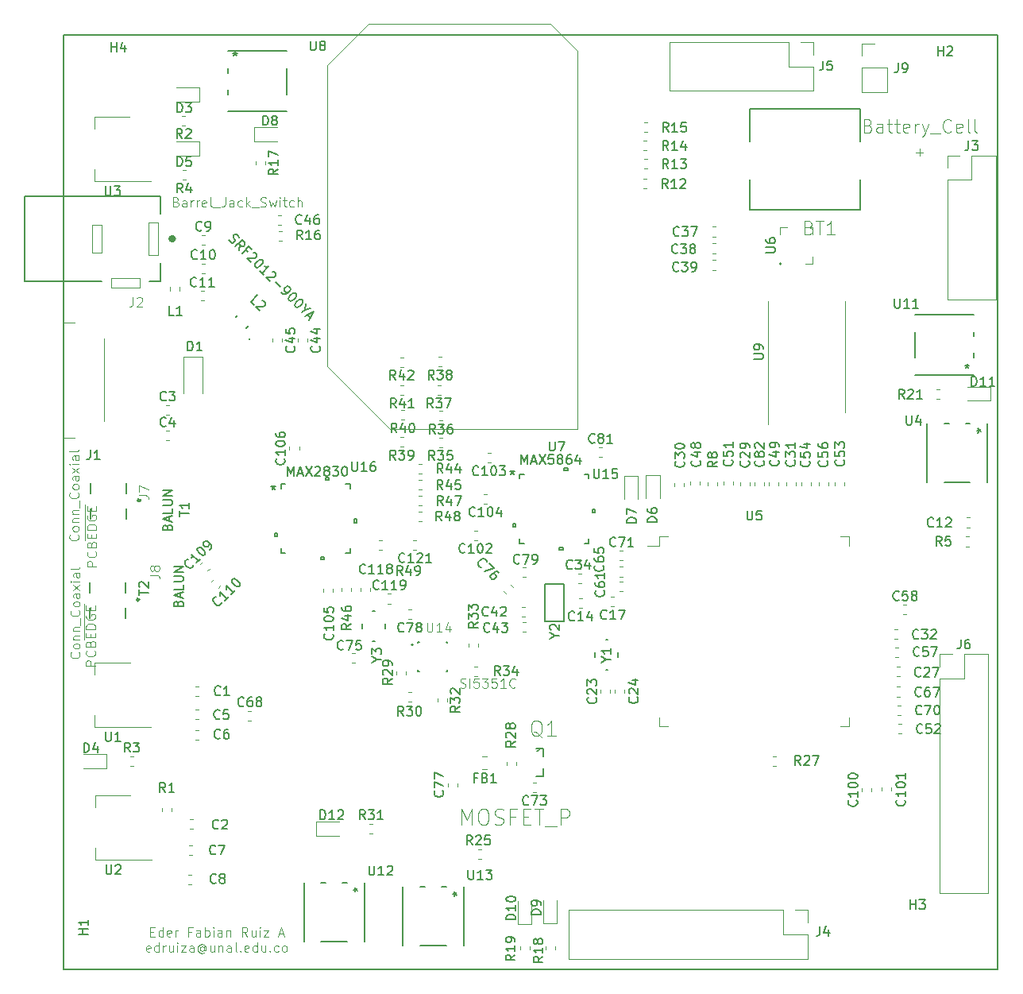
<source format=gto>
G04 #@! TF.GenerationSoftware,KiCad,Pcbnew,6.0.0-unknown-cbea514~86~ubuntu18.04.1*
G04 #@! TF.CreationDate,2019-07-12T16:47:35-05:00*
G04 #@! TF.ProjectId,power,706f7765-722e-46b6-9963-61645f706362,rev?*
G04 #@! TF.SameCoordinates,Original*
G04 #@! TF.FileFunction,Legend,Top*
G04 #@! TF.FilePolarity,Positive*
%FSLAX46Y46*%
G04 Gerber Fmt 4.6, Leading zero omitted, Abs format (unit mm)*
G04 Created by KiCad (PCBNEW 6.0.0-unknown-cbea514~86~ubuntu18.04.1) date 2019-07-12 16:47:35*
%MOMM*%
%LPD*%
G04 APERTURE LIST*
%ADD10C,0.125000*%
%ADD11C,0.150000*%
G04 #@! TA.AperFunction,NonConductor*
%ADD12C,0.000100*%
G04 #@! TD*
%ADD13C,0.127000*%
%ADD14C,0.400000*%
%ADD15C,0.120000*%
%ADD16C,0.152400*%
%ADD17C,0.203200*%
%ADD18C,0.200000*%
%ADD19C,0.300000*%
%ADD20C,0.050000*%
G04 APERTURE END LIST*
D10*
X60539240Y-110764311D02*
X60872574Y-110764311D01*
X61015431Y-111288120D02*
X60539240Y-111288120D01*
X60539240Y-110288120D01*
X61015431Y-110288120D01*
X61872574Y-111288120D02*
X61872574Y-110288120D01*
X61872574Y-111240501D02*
X61777336Y-111288120D01*
X61586860Y-111288120D01*
X61491621Y-111240501D01*
X61444002Y-111192882D01*
X61396383Y-111097644D01*
X61396383Y-110811930D01*
X61444002Y-110716692D01*
X61491621Y-110669073D01*
X61586860Y-110621454D01*
X61777336Y-110621454D01*
X61872574Y-110669073D01*
X62729717Y-111240501D02*
X62634479Y-111288120D01*
X62444002Y-111288120D01*
X62348764Y-111240501D01*
X62301145Y-111145263D01*
X62301145Y-110764311D01*
X62348764Y-110669073D01*
X62444002Y-110621454D01*
X62634479Y-110621454D01*
X62729717Y-110669073D01*
X62777336Y-110764311D01*
X62777336Y-110859549D01*
X62301145Y-110954787D01*
X63205907Y-111288120D02*
X63205907Y-110621454D01*
X63205907Y-110811930D02*
X63253526Y-110716692D01*
X63301145Y-110669073D01*
X63396383Y-110621454D01*
X63491621Y-110621454D01*
X64920193Y-110764311D02*
X64586860Y-110764311D01*
X64586860Y-111288120D02*
X64586860Y-110288120D01*
X65063050Y-110288120D01*
X65872574Y-111288120D02*
X65872574Y-110764311D01*
X65824955Y-110669073D01*
X65729717Y-110621454D01*
X65539240Y-110621454D01*
X65444002Y-110669073D01*
X65872574Y-111240501D02*
X65777336Y-111288120D01*
X65539240Y-111288120D01*
X65444002Y-111240501D01*
X65396383Y-111145263D01*
X65396383Y-111050025D01*
X65444002Y-110954787D01*
X65539240Y-110907168D01*
X65777336Y-110907168D01*
X65872574Y-110859549D01*
X66348764Y-111288120D02*
X66348764Y-110288120D01*
X66348764Y-110669073D02*
X66444002Y-110621454D01*
X66634479Y-110621454D01*
X66729717Y-110669073D01*
X66777336Y-110716692D01*
X66824955Y-110811930D01*
X66824955Y-111097644D01*
X66777336Y-111192882D01*
X66729717Y-111240501D01*
X66634479Y-111288120D01*
X66444002Y-111288120D01*
X66348764Y-111240501D01*
X67253526Y-111288120D02*
X67253526Y-110621454D01*
X67253526Y-110288120D02*
X67205907Y-110335740D01*
X67253526Y-110383359D01*
X67301145Y-110335740D01*
X67253526Y-110288120D01*
X67253526Y-110383359D01*
X68158288Y-111288120D02*
X68158288Y-110764311D01*
X68110669Y-110669073D01*
X68015431Y-110621454D01*
X67824955Y-110621454D01*
X67729717Y-110669073D01*
X68158288Y-111240501D02*
X68063050Y-111288120D01*
X67824955Y-111288120D01*
X67729717Y-111240501D01*
X67682098Y-111145263D01*
X67682098Y-111050025D01*
X67729717Y-110954787D01*
X67824955Y-110907168D01*
X68063050Y-110907168D01*
X68158288Y-110859549D01*
X68634479Y-110621454D02*
X68634479Y-111288120D01*
X68634479Y-110716692D02*
X68682098Y-110669073D01*
X68777336Y-110621454D01*
X68920193Y-110621454D01*
X69015431Y-110669073D01*
X69063050Y-110764311D01*
X69063050Y-111288120D01*
X70872574Y-111288120D02*
X70539240Y-110811930D01*
X70301145Y-111288120D02*
X70301145Y-110288120D01*
X70682098Y-110288120D01*
X70777336Y-110335740D01*
X70824955Y-110383359D01*
X70872574Y-110478597D01*
X70872574Y-110621454D01*
X70824955Y-110716692D01*
X70777336Y-110764311D01*
X70682098Y-110811930D01*
X70301145Y-110811930D01*
X71729717Y-110621454D02*
X71729717Y-111288120D01*
X71301145Y-110621454D02*
X71301145Y-111145263D01*
X71348764Y-111240501D01*
X71444002Y-111288120D01*
X71586860Y-111288120D01*
X71682098Y-111240501D01*
X71729717Y-111192882D01*
X72205907Y-111288120D02*
X72205907Y-110621454D01*
X72205907Y-110288120D02*
X72158288Y-110335740D01*
X72205907Y-110383359D01*
X72253526Y-110335740D01*
X72205907Y-110288120D01*
X72205907Y-110383359D01*
X72586860Y-110621454D02*
X73110669Y-110621454D01*
X72586860Y-111288120D01*
X73110669Y-111288120D01*
X74205907Y-111002406D02*
X74682098Y-111002406D01*
X74110669Y-111288120D02*
X74444002Y-110288120D01*
X74777336Y-111288120D01*
X60515431Y-112865501D02*
X60420193Y-112913120D01*
X60229717Y-112913120D01*
X60134479Y-112865501D01*
X60086860Y-112770263D01*
X60086860Y-112389311D01*
X60134479Y-112294073D01*
X60229717Y-112246454D01*
X60420193Y-112246454D01*
X60515431Y-112294073D01*
X60563050Y-112389311D01*
X60563050Y-112484549D01*
X60086860Y-112579787D01*
X61420193Y-112913120D02*
X61420193Y-111913120D01*
X61420193Y-112865501D02*
X61324955Y-112913120D01*
X61134479Y-112913120D01*
X61039240Y-112865501D01*
X60991621Y-112817882D01*
X60944002Y-112722644D01*
X60944002Y-112436930D01*
X60991621Y-112341692D01*
X61039240Y-112294073D01*
X61134479Y-112246454D01*
X61324955Y-112246454D01*
X61420193Y-112294073D01*
X61896383Y-112913120D02*
X61896383Y-112246454D01*
X61896383Y-112436930D02*
X61944002Y-112341692D01*
X61991621Y-112294073D01*
X62086860Y-112246454D01*
X62182098Y-112246454D01*
X62944002Y-112246454D02*
X62944002Y-112913120D01*
X62515431Y-112246454D02*
X62515431Y-112770263D01*
X62563050Y-112865501D01*
X62658288Y-112913120D01*
X62801145Y-112913120D01*
X62896383Y-112865501D01*
X62944002Y-112817882D01*
X63420193Y-112913120D02*
X63420193Y-112246454D01*
X63420193Y-111913120D02*
X63372574Y-111960740D01*
X63420193Y-112008359D01*
X63467812Y-111960740D01*
X63420193Y-111913120D01*
X63420193Y-112008359D01*
X63801145Y-112246454D02*
X64324955Y-112246454D01*
X63801145Y-112913120D01*
X64324955Y-112913120D01*
X65134479Y-112913120D02*
X65134479Y-112389311D01*
X65086860Y-112294073D01*
X64991621Y-112246454D01*
X64801145Y-112246454D01*
X64705907Y-112294073D01*
X65134479Y-112865501D02*
X65039240Y-112913120D01*
X64801145Y-112913120D01*
X64705907Y-112865501D01*
X64658288Y-112770263D01*
X64658288Y-112675025D01*
X64705907Y-112579787D01*
X64801145Y-112532168D01*
X65039240Y-112532168D01*
X65134479Y-112484549D01*
X66229717Y-112436930D02*
X66182098Y-112389311D01*
X66086860Y-112341692D01*
X65991621Y-112341692D01*
X65896383Y-112389311D01*
X65848764Y-112436930D01*
X65801145Y-112532168D01*
X65801145Y-112627406D01*
X65848764Y-112722644D01*
X65896383Y-112770263D01*
X65991621Y-112817882D01*
X66086860Y-112817882D01*
X66182098Y-112770263D01*
X66229717Y-112722644D01*
X66229717Y-112341692D02*
X66229717Y-112722644D01*
X66277336Y-112770263D01*
X66324955Y-112770263D01*
X66420193Y-112722644D01*
X66467812Y-112627406D01*
X66467812Y-112389311D01*
X66372574Y-112246454D01*
X66229717Y-112151216D01*
X66039240Y-112103597D01*
X65848764Y-112151216D01*
X65705907Y-112246454D01*
X65610669Y-112389311D01*
X65563050Y-112579787D01*
X65610669Y-112770263D01*
X65705907Y-112913120D01*
X65848764Y-113008359D01*
X66039240Y-113055978D01*
X66229717Y-113008359D01*
X66372574Y-112913120D01*
X67324955Y-112246454D02*
X67324955Y-112913120D01*
X66896383Y-112246454D02*
X66896383Y-112770263D01*
X66944002Y-112865501D01*
X67039240Y-112913120D01*
X67182098Y-112913120D01*
X67277336Y-112865501D01*
X67324955Y-112817882D01*
X67801145Y-112246454D02*
X67801145Y-112913120D01*
X67801145Y-112341692D02*
X67848764Y-112294073D01*
X67944002Y-112246454D01*
X68086860Y-112246454D01*
X68182098Y-112294073D01*
X68229717Y-112389311D01*
X68229717Y-112913120D01*
X69134479Y-112913120D02*
X69134479Y-112389311D01*
X69086860Y-112294073D01*
X68991621Y-112246454D01*
X68801145Y-112246454D01*
X68705907Y-112294073D01*
X69134479Y-112865501D02*
X69039240Y-112913120D01*
X68801145Y-112913120D01*
X68705907Y-112865501D01*
X68658288Y-112770263D01*
X68658288Y-112675025D01*
X68705907Y-112579787D01*
X68801145Y-112532168D01*
X69039240Y-112532168D01*
X69134479Y-112484549D01*
X69753526Y-112913120D02*
X69658288Y-112865501D01*
X69610669Y-112770263D01*
X69610669Y-111913120D01*
X70134479Y-112817882D02*
X70182098Y-112865501D01*
X70134479Y-112913120D01*
X70086860Y-112865501D01*
X70134479Y-112817882D01*
X70134479Y-112913120D01*
X70991621Y-112865501D02*
X70896383Y-112913120D01*
X70705907Y-112913120D01*
X70610669Y-112865501D01*
X70563050Y-112770263D01*
X70563050Y-112389311D01*
X70610669Y-112294073D01*
X70705907Y-112246454D01*
X70896383Y-112246454D01*
X70991621Y-112294073D01*
X71039240Y-112389311D01*
X71039240Y-112484549D01*
X70563050Y-112579787D01*
X71896383Y-112913120D02*
X71896383Y-111913120D01*
X71896383Y-112865501D02*
X71801145Y-112913120D01*
X71610669Y-112913120D01*
X71515431Y-112865501D01*
X71467812Y-112817882D01*
X71420193Y-112722644D01*
X71420193Y-112436930D01*
X71467812Y-112341692D01*
X71515431Y-112294073D01*
X71610669Y-112246454D01*
X71801145Y-112246454D01*
X71896383Y-112294073D01*
X72801145Y-112246454D02*
X72801145Y-112913120D01*
X72372574Y-112246454D02*
X72372574Y-112770263D01*
X72420193Y-112865501D01*
X72515431Y-112913120D01*
X72658288Y-112913120D01*
X72753526Y-112865501D01*
X72801145Y-112817882D01*
X73277336Y-112817882D02*
X73324955Y-112865501D01*
X73277336Y-112913120D01*
X73229717Y-112865501D01*
X73277336Y-112817882D01*
X73277336Y-112913120D01*
X74182098Y-112865501D02*
X74086860Y-112913120D01*
X73896383Y-112913120D01*
X73801145Y-112865501D01*
X73753526Y-112817882D01*
X73705907Y-112722644D01*
X73705907Y-112436930D01*
X73753526Y-112341692D01*
X73801145Y-112294073D01*
X73896383Y-112246454D01*
X74086860Y-112246454D01*
X74182098Y-112294073D01*
X74753526Y-112913120D02*
X74658288Y-112865501D01*
X74610669Y-112817882D01*
X74563050Y-112722644D01*
X74563050Y-112436930D01*
X74610669Y-112341692D01*
X74658288Y-112294073D01*
X74753526Y-112246454D01*
X74896383Y-112246454D01*
X74991621Y-112294073D01*
X75039240Y-112341692D01*
X75086860Y-112436930D01*
X75086860Y-112722644D01*
X75039240Y-112817882D01*
X74991621Y-112865501D01*
X74896383Y-112913120D01*
X74753526Y-112913120D01*
D11*
X51272440Y-114810540D02*
X51272440Y-15240000D01*
X150876000Y-114810540D02*
X51272440Y-114810540D01*
X150876000Y-15240000D02*
X150876000Y-114808000D01*
X51272440Y-15240000D02*
X150876000Y-15240000D01*
D12*
G04 #@! TO.C,J2*
X60361200Y-35180600D02*
X61361200Y-35180600D01*
X61361200Y-35180600D02*
X61361200Y-38680600D01*
X61361200Y-38680600D02*
X60361200Y-38680600D01*
X60361200Y-38680600D02*
X60361200Y-35180600D01*
X54361200Y-35430600D02*
X55361200Y-35430600D01*
X55361200Y-35430600D02*
X55361200Y-38430600D01*
X55361200Y-38430600D02*
X54361200Y-38430600D01*
X54361200Y-38430600D02*
X54361200Y-35430600D01*
X59361200Y-41130600D02*
X59361200Y-42130600D01*
X59361200Y-42130600D02*
X56361200Y-42130600D01*
X56361200Y-42130600D02*
X56361200Y-41130600D01*
X56361200Y-41130600D02*
X59361200Y-41130600D01*
D13*
X47161200Y-41430600D02*
X47161200Y-32430600D01*
X47161200Y-32430600D02*
X61561200Y-32430600D01*
X61561200Y-41430600D02*
X60411200Y-41430600D01*
X61561200Y-32430600D02*
X61561200Y-34280600D01*
X55311200Y-41430600D02*
X47161200Y-41430600D01*
X61561200Y-39480600D02*
X61561200Y-41430600D01*
D14*
X63061200Y-36930600D02*
G75*
G03X63061200Y-36930600I-200000J0D01*
G01*
D15*
G04 #@! TO.C,U3*
X54579200Y-23973740D02*
X54579200Y-25233740D01*
X54579200Y-30793740D02*
X54579200Y-29533740D01*
X58339200Y-23973740D02*
X54579200Y-23973740D01*
X60589200Y-30793740D02*
X54579200Y-30793740D01*
G04 #@! TO.C,U2*
X54663420Y-96277380D02*
X54663420Y-97537380D01*
X54663420Y-103097380D02*
X54663420Y-101837380D01*
X58423420Y-96277380D02*
X54663420Y-96277380D01*
X60673420Y-103097380D02*
X54663420Y-103097380D01*
G04 #@! TO.C,U1*
X54610080Y-82104180D02*
X54610080Y-83364180D01*
X54610080Y-88924180D02*
X54610080Y-87664180D01*
X58370080Y-82104180D02*
X54610080Y-82104180D01*
X60620080Y-88924180D02*
X54610080Y-88924180D01*
G04 #@! TO.C,C68*
X70954954Y-87242541D02*
X71297488Y-87242541D01*
X70954954Y-88262541D02*
X71297488Y-88262541D01*
G04 #@! TO.C,U5*
X134059000Y-88901500D02*
X135009000Y-88901500D01*
X135009000Y-88901500D02*
X135009000Y-87951500D01*
X115739000Y-88901500D02*
X114789000Y-88901500D01*
X114789000Y-88901500D02*
X114789000Y-87951500D01*
X134059000Y-68681500D02*
X135009000Y-68681500D01*
X135009000Y-68681500D02*
X135009000Y-69631500D01*
X115739000Y-68681500D02*
X114789000Y-68681500D01*
X114789000Y-68681500D02*
X114789000Y-69631500D01*
X114789000Y-69631500D02*
X113499000Y-69631500D01*
G04 #@! TO.C,J9*
X136398960Y-16119800D02*
X137728960Y-16119800D01*
X136398960Y-17449800D02*
X136398960Y-16119800D01*
X136398960Y-18719800D02*
X139058960Y-18719800D01*
X139058960Y-18719800D02*
X139058960Y-21319800D01*
X136398960Y-18719800D02*
X136398960Y-21319800D01*
X136398960Y-21319800D02*
X139058960Y-21319800D01*
G04 #@! TO.C,U7*
X103154540Y-14064880D02*
X83754540Y-14064880D01*
X83754540Y-14064880D02*
X79379540Y-18439880D01*
X79379540Y-18439880D02*
X79379540Y-50539880D01*
X79379540Y-50539880D02*
X86054540Y-57214880D01*
X86054540Y-57214880D02*
X106029540Y-57214880D01*
X106029540Y-57214880D02*
X106029540Y-16939880D01*
X106029540Y-16939880D02*
X103154540Y-14064880D01*
D16*
G04 #@! TO.C,U15*
X99898200Y-69367400D02*
X100366060Y-69367400D01*
X107264200Y-69367400D02*
X107264200Y-68899540D01*
X107264200Y-62001400D02*
X106796340Y-62001400D01*
X99898200Y-62001400D02*
X99898200Y-62469260D01*
X99898200Y-68899540D02*
X99898200Y-69367400D01*
X106796340Y-69367400D02*
X107264200Y-69367400D01*
X107264200Y-62469260D02*
X107264200Y-62001400D01*
X100366060Y-62001400D02*
X99898200Y-62001400D01*
X99217201Y-67243899D02*
X99217201Y-67624899D01*
X99217201Y-67624899D02*
X99471201Y-67624899D01*
X99471201Y-67624899D02*
X99471201Y-67243899D01*
X99471201Y-67243899D02*
X99217201Y-67243899D01*
X104140701Y-69794399D02*
X104140701Y-70048399D01*
X104140701Y-70048399D02*
X104521701Y-70048399D01*
X104521701Y-70048399D02*
X104521701Y-69794399D01*
X104521701Y-69794399D02*
X104140701Y-69794399D01*
X107945199Y-65743899D02*
X107945199Y-66124900D01*
X107945199Y-66124900D02*
X107691199Y-66124900D01*
X107691199Y-66124900D02*
X107691199Y-65743899D01*
X107691199Y-65743899D02*
X107945199Y-65743899D01*
X104640700Y-61574401D02*
X104640700Y-61320401D01*
X104640700Y-61320401D02*
X105021700Y-61320401D01*
X105021700Y-61320401D02*
X105021700Y-61574401D01*
X105021700Y-61574401D02*
X104640700Y-61574401D01*
D15*
G04 #@! TO.C,U9*
X134612660Y-55396980D02*
X134612660Y-43596980D01*
X126392660Y-56701980D02*
X126392660Y-43596980D01*
D16*
G04 #@! TO.C,U16*
X74458640Y-70416280D02*
X74926500Y-70416280D01*
X81824640Y-70416280D02*
X81824640Y-69948420D01*
X81824640Y-63050280D02*
X81356780Y-63050280D01*
X74458640Y-63050280D02*
X74458640Y-63518140D01*
X74458640Y-69948420D02*
X74458640Y-70416280D01*
X81356780Y-70416280D02*
X81824640Y-70416280D01*
X81824640Y-63518140D02*
X81824640Y-63050280D01*
X74926500Y-63050280D02*
X74458640Y-63050280D01*
X73777641Y-68292779D02*
X73777641Y-68673779D01*
X73777641Y-68673779D02*
X74031641Y-68673779D01*
X74031641Y-68673779D02*
X74031641Y-68292779D01*
X74031641Y-68292779D02*
X73777641Y-68292779D01*
X78701141Y-70843279D02*
X78701141Y-71097279D01*
X78701141Y-71097279D02*
X79082141Y-71097279D01*
X79082141Y-71097279D02*
X79082141Y-70843279D01*
X79082141Y-70843279D02*
X78701141Y-70843279D01*
X82505639Y-66792779D02*
X82505639Y-67173780D01*
X82505639Y-67173780D02*
X82251639Y-67173780D01*
X82251639Y-67173780D02*
X82251639Y-66792779D01*
X82251639Y-66792779D02*
X82505639Y-66792779D01*
X79201140Y-62623281D02*
X79201140Y-62369281D01*
X79201140Y-62369281D02*
X79582140Y-62369281D01*
X79582140Y-62369281D02*
X79582140Y-62623281D01*
X79582140Y-62623281D02*
X79201140Y-62623281D01*
D17*
G04 #@! TO.C,Y3*
X83073240Y-78447900D02*
X83073240Y-77950060D01*
X85572600Y-78447900D02*
X85572600Y-77950060D01*
X84421980Y-76598780D02*
X84223860Y-76598780D01*
X84421980Y-79799180D02*
X84223860Y-79799180D01*
D11*
G04 #@! TO.C,Y2*
X102606600Y-73741520D02*
X102606600Y-77741520D01*
X104606600Y-73741520D02*
X102606600Y-73741520D01*
X104606600Y-77741520D02*
X104606600Y-73741520D01*
X104606600Y-77741520D02*
X102606600Y-77741520D01*
D17*
G04 #@! TO.C,Y1*
X110408720Y-81026000D02*
X110408720Y-81523840D01*
X107909360Y-81026000D02*
X107909360Y-81523840D01*
X109059980Y-82875120D02*
X109258100Y-82875120D01*
X109059980Y-79674720D02*
X109258100Y-79674720D01*
D13*
G04 #@! TO.C,U14*
X89068289Y-79896463D02*
X89068289Y-79996463D01*
X89068289Y-82996463D02*
X89068289Y-82896463D01*
X92168289Y-79896463D02*
X92168289Y-79996463D01*
X92168289Y-82996463D02*
X92168289Y-82896463D01*
X89068289Y-79896463D02*
X89168289Y-79896463D01*
X89068289Y-82996463D02*
X89168289Y-82996463D01*
X92168289Y-79896463D02*
X92068289Y-79896463D01*
X92168289Y-82996463D02*
X92068289Y-82996463D01*
D18*
X88543289Y-80186463D02*
G75*
G03X88543289Y-80186463I-100000J0D01*
G01*
D16*
G04 #@! TO.C,U13*
X89798803Y-106014520D02*
X89309297Y-106014520D01*
X89309297Y-112262920D02*
X92046703Y-112262920D01*
X87452200Y-106014520D02*
X87452200Y-112262920D01*
X92046703Y-106014520D02*
X91557197Y-106014520D01*
X93903800Y-112262920D02*
X93903800Y-106014520D01*
G04 #@! TO.C,U12*
X79232403Y-105564940D02*
X78742897Y-105564940D01*
X78742897Y-111813340D02*
X81480303Y-111813340D01*
X76885800Y-105564940D02*
X76885800Y-111813340D01*
X81480303Y-105564940D02*
X80990797Y-105564940D01*
X83337400Y-111813340D02*
X83337400Y-105564940D01*
G04 #@! TO.C,U11*
X148308060Y-47340163D02*
X148308060Y-46850657D01*
X142059660Y-46850657D02*
X142059660Y-49588063D01*
X148308060Y-44993560D02*
X142059660Y-44993560D01*
X148308060Y-49588063D02*
X148308060Y-49098557D01*
X142059660Y-51445160D02*
X148308060Y-51445160D01*
G04 #@! TO.C,U8*
X68834000Y-21034097D02*
X68834000Y-21523603D01*
X75082400Y-21523603D02*
X75082400Y-18786197D01*
X68834000Y-23380700D02*
X75082400Y-23380700D01*
X68834000Y-18786197D02*
X68834000Y-19275703D01*
X75082400Y-16929100D02*
X68834000Y-16929100D01*
D15*
G04 #@! TO.C,U6*
X127734900Y-39597880D02*
G75*
G03X127734900Y-39597880I-60000J0D01*
G01*
X127824900Y-39597880D02*
G75*
G03X127824900Y-39597880I-150000J0D01*
G01*
X131074900Y-39597880D02*
X130374900Y-39597880D01*
X131074900Y-35697880D02*
X131074900Y-36447880D01*
X127674900Y-35697880D02*
X128374900Y-35697880D01*
X127674900Y-36447880D02*
X127674900Y-35697880D01*
X130374900Y-35697880D02*
X131074900Y-35697880D01*
X131074900Y-38847880D02*
X131074900Y-39597880D01*
D16*
G04 #@! TO.C,U4*
X145655943Y-56629300D02*
X145166437Y-56629300D01*
X145166437Y-62877700D02*
X147903843Y-62877700D01*
X143309340Y-56629300D02*
X143309340Y-62877700D01*
X147903843Y-56629300D02*
X147414337Y-56629300D01*
X149760940Y-62877700D02*
X149760940Y-56629300D01*
D15*
G04 #@! TO.C,R49*
X85253647Y-70103460D02*
X84911113Y-70103460D01*
X85253647Y-69083460D02*
X84911113Y-69083460D01*
G04 #@! TO.C,R48*
X89440807Y-67042760D02*
X89098273Y-67042760D01*
X89440807Y-66022760D02*
X89098273Y-66022760D01*
G04 #@! TO.C,R47*
X89435787Y-65300320D02*
X89093253Y-65300320D01*
X89435787Y-64280320D02*
X89093253Y-64280320D01*
G04 #@! TO.C,R46*
X82903600Y-74491667D02*
X82903600Y-74149133D01*
X83923600Y-74491667D02*
X83923600Y-74149133D01*
G04 #@! TO.C,R45*
X89108493Y-62619160D02*
X89451027Y-62619160D01*
X89108493Y-63639160D02*
X89451027Y-63639160D01*
G04 #@! TO.C,R44*
X89099573Y-60924980D02*
X89442107Y-60924980D01*
X89099573Y-61944980D02*
X89442107Y-61944980D01*
G04 #@! TO.C,R42*
X87479987Y-50573400D02*
X87137453Y-50573400D01*
X87479987Y-49553400D02*
X87137453Y-49553400D01*
G04 #@! TO.C,R41*
X87540947Y-53562980D02*
X87198413Y-53562980D01*
X87540947Y-52542980D02*
X87198413Y-52542980D01*
G04 #@! TO.C,R40*
X87603147Y-56204580D02*
X87260613Y-56204580D01*
X87603147Y-55184580D02*
X87260613Y-55184580D01*
G04 #@! TO.C,R39*
X87493927Y-59097640D02*
X87151393Y-59097640D01*
X87493927Y-58077640D02*
X87151393Y-58077640D01*
G04 #@! TO.C,R38*
X91568087Y-50548000D02*
X91225553Y-50548000D01*
X91568087Y-49528000D02*
X91225553Y-49528000D01*
G04 #@! TO.C,R37*
X91465187Y-53570600D02*
X91122653Y-53570600D01*
X91465187Y-52550600D02*
X91122653Y-52550600D01*
G04 #@! TO.C,R36*
X91679847Y-56313800D02*
X91337313Y-56313800D01*
X91679847Y-55293800D02*
X91337313Y-55293800D01*
G04 #@! TO.C,R35*
X91644287Y-59135740D02*
X91301753Y-59135740D01*
X91644287Y-58115740D02*
X91301753Y-58115740D01*
G04 #@! TO.C,R34*
X95019073Y-82514980D02*
X95361607Y-82514980D01*
X95019073Y-83534980D02*
X95361607Y-83534980D01*
G04 #@! TO.C,R33*
X94468220Y-80442887D02*
X94468220Y-80100353D01*
X95488220Y-80442887D02*
X95488220Y-80100353D01*
G04 #@! TO.C,R32*
X92137960Y-85928353D02*
X92137960Y-86270887D01*
X91117960Y-85928353D02*
X91117960Y-86270887D01*
G04 #@! TO.C,R31*
X83897653Y-99258660D02*
X84240187Y-99258660D01*
X83897653Y-100278660D02*
X84240187Y-100278660D01*
G04 #@! TO.C,R30*
X88388007Y-86257860D02*
X88045473Y-86257860D01*
X88388007Y-85237860D02*
X88045473Y-85237860D01*
G04 #@! TO.C,R29*
X87791226Y-83037445D02*
X87791226Y-83379979D01*
X86771226Y-83037445D02*
X86771226Y-83379979D01*
G04 #@! TO.C,R28*
X99519200Y-92672053D02*
X99519200Y-93014587D01*
X98499200Y-92672053D02*
X98499200Y-93014587D01*
G04 #@! TO.C,R27*
X126918873Y-92055220D02*
X127261407Y-92055220D01*
X126918873Y-93075220D02*
X127261407Y-93075220D01*
G04 #@! TO.C,R25*
X95796267Y-103010000D02*
X95453733Y-103010000D01*
X95796267Y-101990000D02*
X95453733Y-101990000D01*
G04 #@! TO.C,R21*
X144694727Y-52954460D02*
X144352193Y-52954460D01*
X144694727Y-53974460D02*
X144352193Y-53974460D01*
G04 #@! TO.C,R19*
X99995260Y-112345653D02*
X99995260Y-112688187D01*
X101015260Y-112345653D02*
X101015260Y-112688187D01*
G04 #@! TO.C,R18*
X102667340Y-112312633D02*
X102667340Y-112655167D01*
X103687340Y-112312633D02*
X103687340Y-112655167D01*
G04 #@! TO.C,R17*
X71750460Y-28674213D02*
X71750460Y-29016747D01*
X72770460Y-28674213D02*
X72770460Y-29016747D01*
G04 #@! TO.C,R16*
X74536147Y-36157440D02*
X74193613Y-36157440D01*
X74536147Y-37177440D02*
X74193613Y-37177440D01*
G04 #@! TO.C,R15*
X113166073Y-24511540D02*
X113508607Y-24511540D01*
X113166073Y-25531540D02*
X113508607Y-25531540D01*
G04 #@! TO.C,R14*
X113111433Y-26459720D02*
X113453967Y-26459720D01*
X113111433Y-27479720D02*
X113453967Y-27479720D01*
G04 #@! TO.C,R13*
X113138133Y-28453620D02*
X113480667Y-28453620D01*
X113138133Y-29473620D02*
X113480667Y-29473620D01*
G04 #@! TO.C,R12*
X113112733Y-30574520D02*
X113455267Y-30574520D01*
X113112733Y-31594520D02*
X113455267Y-31594520D01*
G04 #@! TO.C,R8*
X119941880Y-63225527D02*
X119941880Y-62882993D01*
X120961880Y-63225527D02*
X120961880Y-62882993D01*
G04 #@! TO.C,R5*
X147492933Y-69699600D02*
X147835467Y-69699600D01*
X147492933Y-68679600D02*
X147835467Y-68679600D01*
G04 #@! TO.C,R4*
X64306267Y-29627100D02*
X63963733Y-29627100D01*
X64306267Y-30647100D02*
X63963733Y-30647100D01*
G04 #@! TO.C,R3*
X58369353Y-93105700D02*
X58711887Y-93105700D01*
X58369353Y-92085700D02*
X58711887Y-92085700D01*
G04 #@! TO.C,R2*
X64254227Y-23825740D02*
X63911693Y-23825740D01*
X64254227Y-24845740D02*
X63911693Y-24845740D01*
G04 #@! TO.C,R1*
X61765720Y-97970187D02*
X61765720Y-97627653D01*
X62785720Y-97970187D02*
X62785720Y-97627653D01*
D16*
G04 #@! TO.C,Q1*
X102029264Y-91234256D02*
G75*
G02X101699060Y-91539060I-304753J-1114D01*
G01*
X102029260Y-91234260D02*
X101622860Y-91234260D01*
X102435660Y-91234260D02*
X102029260Y-91234260D01*
X102435660Y-94231460D02*
X102435660Y-93342460D01*
X101622860Y-94231460D02*
X102435660Y-94231460D01*
X102435660Y-92123260D02*
X102435660Y-91234260D01*
G04 #@! TO.C,L2*
X69838431Y-45072136D02*
X69608536Y-45302031D01*
X70775969Y-46469464D02*
X71005864Y-46239569D01*
X71164682Y-47647674D02*
G75*
G03X71164682Y-47647674I-76200J0D01*
G01*
D15*
G04 #@! TO.C,L1*
X62634400Y-42436867D02*
X62634400Y-42094333D01*
X63654400Y-42436867D02*
X63654400Y-42094333D01*
D13*
G04 #@! TO.C,J8*
X54041960Y-76245620D02*
X54041960Y-77345620D01*
X54041960Y-73545620D02*
X54041960Y-74645620D01*
X57841960Y-76245620D02*
X57841960Y-77345620D01*
X57841960Y-73545620D02*
X57841960Y-74645620D01*
D19*
X59309960Y-75372620D02*
G75*
G03X59309960Y-75372620I-100000J0D01*
G01*
D13*
G04 #@! TO.C,J7*
X54148640Y-65662580D02*
X54148640Y-66762580D01*
X54148640Y-62962580D02*
X54148640Y-64062580D01*
X57948640Y-65662580D02*
X57948640Y-66762580D01*
X57948640Y-62962580D02*
X57948640Y-64062580D01*
D19*
X59416640Y-64789580D02*
G75*
G03X59416640Y-64789580I-100000J0D01*
G01*
D15*
G04 #@! TO.C,J6*
X144651420Y-106686660D02*
X149851420Y-106686660D01*
X144651420Y-83766660D02*
X144651420Y-106686660D01*
X149851420Y-81166660D02*
X149851420Y-106686660D01*
X144651420Y-83766660D02*
X147251420Y-83766660D01*
X147251420Y-83766660D02*
X147251420Y-81166660D01*
X147251420Y-81166660D02*
X149851420Y-81166660D01*
X144651420Y-82496660D02*
X144651420Y-81166660D01*
X144651420Y-81166660D02*
X145981420Y-81166660D01*
G04 #@! TO.C,J5*
X115837660Y-15962320D02*
X115837660Y-21162320D01*
X128597660Y-15962320D02*
X115837660Y-15962320D01*
X131197660Y-21162320D02*
X115837660Y-21162320D01*
X128597660Y-15962320D02*
X128597660Y-18562320D01*
X128597660Y-18562320D02*
X131197660Y-18562320D01*
X131197660Y-18562320D02*
X131197660Y-21162320D01*
X129867660Y-15962320D02*
X131197660Y-15962320D01*
X131197660Y-15962320D02*
X131197660Y-17292320D01*
G04 #@! TO.C,J4*
X105083300Y-108443720D02*
X105083300Y-113643720D01*
X128003300Y-108443720D02*
X105083300Y-108443720D01*
X130603300Y-113643720D02*
X105083300Y-113643720D01*
X128003300Y-108443720D02*
X128003300Y-111043720D01*
X128003300Y-111043720D02*
X130603300Y-111043720D01*
X130603300Y-111043720D02*
X130603300Y-113643720D01*
X129273300Y-108443720D02*
X130603300Y-108443720D01*
X130603300Y-108443720D02*
X130603300Y-109773720D01*
G04 #@! TO.C,J3*
X145482000Y-43405100D02*
X150682000Y-43405100D01*
X145482000Y-30645100D02*
X145482000Y-43405100D01*
X150682000Y-28045100D02*
X150682000Y-43405100D01*
X145482000Y-30645100D02*
X148082000Y-30645100D01*
X148082000Y-30645100D02*
X148082000Y-28045100D01*
X148082000Y-28045100D02*
X150682000Y-28045100D01*
X145482000Y-29375100D02*
X145482000Y-28045100D01*
X145482000Y-28045100D02*
X146812000Y-28045100D01*
G04 #@! TO.C,J1*
X52434360Y-45843720D02*
X51384360Y-45843720D01*
X52434360Y-58133720D02*
X51384360Y-58133720D01*
X55604360Y-56388720D02*
X55604360Y-47588720D01*
G04 #@! TO.C,FB1*
X96442272Y-93486040D02*
X95919768Y-93486040D01*
X96442272Y-92066040D02*
X95919768Y-92066040D01*
G04 #@! TO.C,D12*
X80655060Y-99048900D02*
X78195060Y-99048900D01*
X78195060Y-99048900D02*
X78195060Y-100518900D01*
X78195060Y-100518900D02*
X80655060Y-100518900D01*
G04 #@! TO.C,D11*
X147593120Y-54179140D02*
X150053120Y-54179140D01*
X150053120Y-54179140D02*
X150053120Y-52709140D01*
X150053120Y-52709140D02*
X147593120Y-52709140D01*
G04 #@! TO.C,D10*
X99706760Y-107464960D02*
X99706760Y-109924960D01*
X99706760Y-109924960D02*
X101176760Y-109924960D01*
X101176760Y-109924960D02*
X101176760Y-107464960D01*
G04 #@! TO.C,D9*
X102389000Y-107407840D02*
X102389000Y-109867840D01*
X102389000Y-109867840D02*
X103859000Y-109867840D01*
X103859000Y-109867840D02*
X103859000Y-107407840D01*
G04 #@! TO.C,D8*
X74059980Y-25053620D02*
X71599980Y-25053620D01*
X71599980Y-25053620D02*
X71599980Y-26523620D01*
X71599980Y-26523620D02*
X74059980Y-26523620D01*
G04 #@! TO.C,D7*
X112495000Y-64695000D02*
X112495000Y-62235000D01*
X112495000Y-62235000D02*
X111025000Y-62235000D01*
X111025000Y-62235000D02*
X111025000Y-64695000D01*
G04 #@! TO.C,D6*
X114844500Y-64554000D02*
X114844500Y-62094000D01*
X114844500Y-62094000D02*
X113374500Y-62094000D01*
X113374500Y-62094000D02*
X113374500Y-64554000D01*
G04 #@! TO.C,D5*
X63317220Y-28047620D02*
X65777220Y-28047620D01*
X65777220Y-28047620D02*
X65777220Y-26577620D01*
X65777220Y-26577620D02*
X63317220Y-26577620D01*
G04 #@! TO.C,D4*
X53420140Y-93330700D02*
X55880140Y-93330700D01*
X55880140Y-93330700D02*
X55880140Y-91860700D01*
X55880140Y-91860700D02*
X53420140Y-91860700D01*
G04 #@! TO.C,D3*
X63310840Y-22304680D02*
X65770840Y-22304680D01*
X65770840Y-22304680D02*
X65770840Y-20834680D01*
X65770840Y-20834680D02*
X63310840Y-20834680D01*
G04 #@! TO.C,D1*
X66097660Y-49536520D02*
X64097660Y-49536520D01*
X64097660Y-49536520D02*
X64097660Y-53436520D01*
X66097660Y-49536520D02*
X66097660Y-53436520D01*
G04 #@! TO.C,C121*
X88536933Y-69086000D02*
X88879467Y-69086000D01*
X88536933Y-70106000D02*
X88879467Y-70106000D01*
G04 #@! TO.C,C119*
X85821733Y-74775600D02*
X86164267Y-74775600D01*
X85821733Y-75795600D02*
X86164267Y-75795600D01*
G04 #@! TO.C,C118*
X81939860Y-74149133D02*
X81939860Y-74491667D01*
X80919860Y-74149133D02*
X80919860Y-74491667D01*
G04 #@! TO.C,C110*
X67021311Y-73433180D02*
X67263520Y-73190971D01*
X67742560Y-74154429D02*
X67984769Y-73912220D01*
G04 #@! TO.C,C109*
X65871733Y-71598258D02*
X66113942Y-71356049D01*
X66592982Y-72319507D02*
X66835191Y-72077298D01*
G04 #@! TO.C,C106*
X75359800Y-59421847D02*
X75359800Y-59079313D01*
X76379800Y-59421847D02*
X76379800Y-59079313D01*
G04 #@! TO.C,C105*
X79968820Y-74236793D02*
X79968820Y-74579327D01*
X78948820Y-74236793D02*
X78948820Y-74579327D01*
G04 #@! TO.C,C104*
X96420787Y-65145380D02*
X96078253Y-65145380D01*
X96420787Y-64125380D02*
X96078253Y-64125380D01*
G04 #@! TO.C,C103*
X96795407Y-60774040D02*
X96452873Y-60774040D01*
X96795407Y-59754040D02*
X96452873Y-59754040D01*
G04 #@! TO.C,C102*
X95347607Y-69044280D02*
X95005073Y-69044280D01*
X95347607Y-68024280D02*
X95005073Y-68024280D01*
G04 #@! TO.C,C101*
X138506740Y-95770547D02*
X138506740Y-95428013D01*
X139526740Y-95770547D02*
X139526740Y-95428013D01*
G04 #@! TO.C,C100*
X136373140Y-95821347D02*
X136373140Y-95478813D01*
X137393140Y-95821347D02*
X137393140Y-95478813D01*
G04 #@! TO.C,C82*
X124966000Y-63226767D02*
X124966000Y-62884233D01*
X125986000Y-63226767D02*
X125986000Y-62884233D01*
G04 #@! TO.C,C81*
X108364233Y-59177460D02*
X108706767Y-59177460D01*
X108364233Y-60197460D02*
X108706767Y-60197460D01*
G04 #@! TO.C,C79*
X100533047Y-72988900D02*
X100190513Y-72988900D01*
X100533047Y-71968900D02*
X100190513Y-71968900D01*
G04 #@! TO.C,C78*
X88353747Y-77456760D02*
X88011213Y-77456760D01*
X88353747Y-76436760D02*
X88011213Y-76436760D01*
G04 #@! TO.C,C77*
X92240000Y-95296267D02*
X92240000Y-94953733D01*
X93260000Y-95296267D02*
X93260000Y-94953733D01*
G04 #@! TO.C,C76*
X98450682Y-74742211D02*
X98208473Y-74500002D01*
X99171931Y-74020962D02*
X98929722Y-73778753D01*
G04 #@! TO.C,C75*
X82009193Y-81117980D02*
X82351727Y-81117980D01*
X82009193Y-82137980D02*
X82351727Y-82137980D01*
G04 #@! TO.C,C73*
X101642967Y-95902240D02*
X101300433Y-95902240D01*
X101642967Y-94882240D02*
X101300433Y-94882240D01*
G04 #@! TO.C,C71*
X110854307Y-71188040D02*
X110511773Y-71188040D01*
X110854307Y-70168040D02*
X110511773Y-70168040D01*
G04 #@! TO.C,C70*
X140189133Y-86662800D02*
X140531667Y-86662800D01*
X140189133Y-87682800D02*
X140531667Y-87682800D01*
G04 #@! TO.C,C67*
X140126933Y-84681600D02*
X140469467Y-84681600D01*
X140126933Y-85701600D02*
X140469467Y-85701600D01*
G04 #@! TO.C,C65*
X110859387Y-72917780D02*
X110516853Y-72917780D01*
X110859387Y-71897780D02*
X110516853Y-71897780D01*
G04 #@! TO.C,C61*
X110853067Y-74507820D02*
X110510533Y-74507820D01*
X110853067Y-73487820D02*
X110510533Y-73487820D01*
G04 #@! TO.C,C58*
X140798733Y-75944000D02*
X141141267Y-75944000D01*
X140798733Y-76964000D02*
X141141267Y-76964000D01*
G04 #@! TO.C,C57*
X139923733Y-80465200D02*
X140266267Y-80465200D01*
X139923733Y-81485200D02*
X140266267Y-81485200D01*
G04 #@! TO.C,C56*
X131824000Y-63240767D02*
X131824000Y-62898233D01*
X132844000Y-63240767D02*
X132844000Y-62898233D01*
G04 #@! TO.C,C54*
X129919000Y-63226767D02*
X129919000Y-62884233D01*
X130939000Y-63226767D02*
X130939000Y-62884233D01*
G04 #@! TO.C,C53*
X133505480Y-63240707D02*
X133505480Y-62898173D01*
X134525480Y-63240707D02*
X134525480Y-62898173D01*
G04 #@! TO.C,C52*
X140228533Y-89664000D02*
X140571067Y-89664000D01*
X140228533Y-88644000D02*
X140571067Y-88644000D01*
G04 #@! TO.C,C51*
X121664000Y-63177267D02*
X121664000Y-62834733D01*
X122684000Y-63177267D02*
X122684000Y-62834733D01*
G04 #@! TO.C,C49*
X126490000Y-63240767D02*
X126490000Y-62898233D01*
X127510000Y-63240767D02*
X127510000Y-62898233D01*
G04 #@! TO.C,C48*
X118108000Y-63177267D02*
X118108000Y-62834733D01*
X119128000Y-63177267D02*
X119128000Y-62834733D01*
G04 #@! TO.C,C46*
X74485089Y-35421258D02*
X74142555Y-35421258D01*
X74485089Y-34401258D02*
X74142555Y-34401258D01*
G04 #@! TO.C,C45*
X74581480Y-47571813D02*
X74581480Y-47914347D01*
X73561480Y-47571813D02*
X73561480Y-47914347D01*
G04 #@! TO.C,C44*
X77273880Y-47571813D02*
X77273880Y-47914347D01*
X76253880Y-47571813D02*
X76253880Y-47914347D01*
G04 #@! TO.C,C43*
X100206993Y-77749940D02*
X100549527Y-77749940D01*
X100206993Y-78769940D02*
X100549527Y-78769940D01*
G04 #@! TO.C,C42*
X100152353Y-76213240D02*
X100494887Y-76213240D01*
X100152353Y-77233240D02*
X100494887Y-77233240D01*
G04 #@! TO.C,C39*
X120821267Y-40235600D02*
X120478733Y-40235600D01*
X120821267Y-39215600D02*
X120478733Y-39215600D01*
G04 #@! TO.C,C38*
X120467333Y-37437600D02*
X120809867Y-37437600D01*
X120467333Y-38457600D02*
X120809867Y-38457600D01*
G04 #@! TO.C,C37*
X120467333Y-35659600D02*
X120809867Y-35659600D01*
X120467333Y-36679600D02*
X120809867Y-36679600D01*
G04 #@! TO.C,C34*
X106453787Y-73618820D02*
X106111253Y-73618820D01*
X106453787Y-72598820D02*
X106111253Y-72598820D01*
G04 #@! TO.C,C32*
X139822133Y-78534800D02*
X140164667Y-78534800D01*
X139822133Y-79554800D02*
X140164667Y-79554800D01*
G04 #@! TO.C,C31*
X128331500Y-63234387D02*
X128331500Y-62891853D01*
X129351500Y-63234387D02*
X129351500Y-62891853D01*
G04 #@! TO.C,C30*
X116393500Y-63339767D02*
X116393500Y-62997233D01*
X117413500Y-63339767D02*
X117413500Y-62997233D01*
G04 #@! TO.C,C29*
X123415390Y-63216890D02*
X123415390Y-62874356D01*
X124435390Y-63216890D02*
X124435390Y-62874356D01*
G04 #@! TO.C,C27*
X140076133Y-82548000D02*
X140418667Y-82548000D01*
X140076133Y-83568000D02*
X140418667Y-83568000D01*
G04 #@! TO.C,C24*
X110043500Y-85310827D02*
X110043500Y-84968293D01*
X111063500Y-85310827D02*
X111063500Y-84968293D01*
G04 #@! TO.C,C23*
X109501400Y-84945433D02*
X109501400Y-85287967D01*
X108481400Y-84945433D02*
X108481400Y-85287967D01*
G04 #@! TO.C,C17*
X109971687Y-76100400D02*
X109629153Y-76100400D01*
X109971687Y-75080400D02*
X109629153Y-75080400D01*
G04 #@! TO.C,C14*
X106546267Y-76260000D02*
X106203733Y-76260000D01*
X106546267Y-75240000D02*
X106203733Y-75240000D01*
G04 #@! TO.C,C12*
X147504333Y-66647600D02*
X147846867Y-66647600D01*
X147504333Y-67667600D02*
X147846867Y-67667600D01*
G04 #@! TO.C,C11*
X65891593Y-42507440D02*
X66234127Y-42507440D01*
X65891593Y-43527440D02*
X66234127Y-43527440D01*
G04 #@! TO.C,C10*
X65981733Y-39571200D02*
X66324267Y-39571200D01*
X65981733Y-40591200D02*
X66324267Y-40591200D01*
G04 #@! TO.C,C9*
X65993193Y-36561300D02*
X66335727Y-36561300D01*
X65993193Y-37581300D02*
X66335727Y-37581300D01*
G04 #@! TO.C,C8*
X64598733Y-104714580D02*
X64941267Y-104714580D01*
X64598733Y-105734580D02*
X64941267Y-105734580D01*
G04 #@! TO.C,C7*
X64673633Y-101547200D02*
X65016167Y-101547200D01*
X64673633Y-102567200D02*
X65016167Y-102567200D01*
G04 #@! TO.C,C6*
X65287073Y-89296780D02*
X65629607Y-89296780D01*
X65287073Y-90316780D02*
X65629607Y-90316780D01*
G04 #@! TO.C,C5*
X65322633Y-87130160D02*
X65665167Y-87130160D01*
X65322633Y-88150160D02*
X65665167Y-88150160D01*
G04 #@! TO.C,C4*
X62175573Y-57414700D02*
X62518107Y-57414700D01*
X62175573Y-58434700D02*
X62518107Y-58434700D01*
G04 #@! TO.C,C3*
X62211133Y-54658800D02*
X62553667Y-54658800D01*
X62211133Y-55678800D02*
X62553667Y-55678800D01*
G04 #@! TO.C,C2*
X64709193Y-98743040D02*
X65051727Y-98743040D01*
X64709193Y-99763040D02*
X65051727Y-99763040D01*
G04 #@! TO.C,C1*
X65332793Y-84663820D02*
X65675327Y-84663820D01*
X65332793Y-85683820D02*
X65675327Y-85683820D01*
D13*
G04 #@! TO.C,BT1*
X124452240Y-23065000D02*
X136182240Y-23065000D01*
X124452240Y-26525000D02*
X124452240Y-23065000D01*
X124452240Y-33835000D02*
X124452240Y-30625000D01*
X136182240Y-30625000D02*
X136182240Y-33835000D01*
X136182240Y-23065000D02*
X136182240Y-26525000D01*
X136182240Y-33835000D02*
X124452240Y-33835000D01*
G04 #@! TD*
G04 #@! TO.C,J2*
D20*
X58676060Y-43153146D02*
X58676060Y-43868025D01*
X58628401Y-44011000D01*
X58533084Y-44106317D01*
X58390108Y-44153976D01*
X58294791Y-44153976D01*
X59104987Y-43248463D02*
X59152645Y-43200805D01*
X59247962Y-43153146D01*
X59486255Y-43153146D01*
X59581572Y-43200805D01*
X59629231Y-43248463D01*
X59676890Y-43343780D01*
X59676890Y-43439097D01*
X59629231Y-43582073D01*
X59057328Y-44153976D01*
X59676890Y-44153976D01*
X63270232Y-32994207D02*
X63413258Y-33041882D01*
X63460933Y-33089557D01*
X63508608Y-33184908D01*
X63508608Y-33327933D01*
X63460933Y-33423284D01*
X63413258Y-33470959D01*
X63317907Y-33518634D01*
X62936505Y-33518634D01*
X62936505Y-32517454D01*
X63270232Y-32517454D01*
X63365582Y-32565130D01*
X63413258Y-32612805D01*
X63460933Y-32708155D01*
X63460933Y-32803506D01*
X63413258Y-32898856D01*
X63365582Y-32946531D01*
X63270232Y-32994207D01*
X62936505Y-32994207D01*
X64366762Y-33518634D02*
X64366762Y-32994207D01*
X64319087Y-32898856D01*
X64223737Y-32851181D01*
X64033036Y-32851181D01*
X63937685Y-32898856D01*
X64366762Y-33470959D02*
X64271412Y-33518634D01*
X64033036Y-33518634D01*
X63937685Y-33470959D01*
X63890010Y-33375609D01*
X63890010Y-33280258D01*
X63937685Y-33184908D01*
X64033036Y-33137232D01*
X64271412Y-33137232D01*
X64366762Y-33089557D01*
X64843515Y-33518634D02*
X64843515Y-32851181D01*
X64843515Y-33041882D02*
X64891190Y-32946531D01*
X64938865Y-32898856D01*
X65034216Y-32851181D01*
X65129566Y-32851181D01*
X65463293Y-33518634D02*
X65463293Y-32851181D01*
X65463293Y-33041882D02*
X65510968Y-32946531D01*
X65558643Y-32898856D01*
X65653994Y-32851181D01*
X65749344Y-32851181D01*
X66464473Y-33470959D02*
X66369122Y-33518634D01*
X66178421Y-33518634D01*
X66083071Y-33470959D01*
X66035396Y-33375609D01*
X66035396Y-32994207D01*
X66083071Y-32898856D01*
X66178421Y-32851181D01*
X66369122Y-32851181D01*
X66464473Y-32898856D01*
X66512148Y-32994207D01*
X66512148Y-33089557D01*
X66035396Y-33184908D01*
X67084251Y-33518634D02*
X66988900Y-33470959D01*
X66941225Y-33375609D01*
X66941225Y-32517454D01*
X67227277Y-33613985D02*
X67990080Y-33613985D01*
X68514508Y-32517454D02*
X68514508Y-33232583D01*
X68466833Y-33375609D01*
X68371482Y-33470959D01*
X68228457Y-33518634D01*
X68133106Y-33518634D01*
X69420338Y-33518634D02*
X69420338Y-32994207D01*
X69372662Y-32898856D01*
X69277312Y-32851181D01*
X69086611Y-32851181D01*
X68991260Y-32898856D01*
X69420338Y-33470959D02*
X69324987Y-33518634D01*
X69086611Y-33518634D01*
X68991260Y-33470959D01*
X68943585Y-33375609D01*
X68943585Y-33280258D01*
X68991260Y-33184908D01*
X69086611Y-33137232D01*
X69324987Y-33137232D01*
X69420338Y-33089557D01*
X70326167Y-33470959D02*
X70230817Y-33518634D01*
X70040116Y-33518634D01*
X69944765Y-33470959D01*
X69897090Y-33423284D01*
X69849415Y-33327933D01*
X69849415Y-33041882D01*
X69897090Y-32946531D01*
X69944765Y-32898856D01*
X70040116Y-32851181D01*
X70230817Y-32851181D01*
X70326167Y-32898856D01*
X70755244Y-33518634D02*
X70755244Y-32517454D01*
X70850595Y-33137232D02*
X71136646Y-33518634D01*
X71136646Y-32851181D02*
X70755244Y-33232583D01*
X71327347Y-33613985D02*
X72090151Y-33613985D01*
X72280852Y-33470959D02*
X72423878Y-33518634D01*
X72662254Y-33518634D01*
X72757604Y-33470959D01*
X72805280Y-33423284D01*
X72852955Y-33327933D01*
X72852955Y-33232583D01*
X72805280Y-33137232D01*
X72757604Y-33089557D01*
X72662254Y-33041882D01*
X72471553Y-32994207D01*
X72376202Y-32946531D01*
X72328527Y-32898856D01*
X72280852Y-32803506D01*
X72280852Y-32708155D01*
X72328527Y-32612805D01*
X72376202Y-32565130D01*
X72471553Y-32517454D01*
X72709929Y-32517454D01*
X72852955Y-32565130D01*
X73186681Y-32851181D02*
X73377382Y-33518634D01*
X73568083Y-33041882D01*
X73758784Y-33518634D01*
X73949485Y-32851181D01*
X74330887Y-33518634D02*
X74330887Y-32851181D01*
X74330887Y-32517454D02*
X74283212Y-32565130D01*
X74330887Y-32612805D01*
X74378562Y-32565130D01*
X74330887Y-32517454D01*
X74330887Y-32612805D01*
X74664614Y-32851181D02*
X75046016Y-32851181D01*
X74807640Y-32517454D02*
X74807640Y-33375609D01*
X74855315Y-33470959D01*
X74950665Y-33518634D01*
X75046016Y-33518634D01*
X75808820Y-33470959D02*
X75713469Y-33518634D01*
X75522768Y-33518634D01*
X75427418Y-33470959D01*
X75379742Y-33423284D01*
X75332067Y-33327933D01*
X75332067Y-33041882D01*
X75379742Y-32946531D01*
X75427418Y-32898856D01*
X75522768Y-32851181D01*
X75713469Y-32851181D01*
X75808820Y-32898856D01*
X76237897Y-33518634D02*
X76237897Y-32517454D01*
X76666974Y-33518634D02*
X76666974Y-32994207D01*
X76619299Y-32898856D01*
X76523948Y-32851181D01*
X76380922Y-32851181D01*
X76285572Y-32898856D01*
X76237897Y-32946531D01*
G04 #@! TO.C,U3*
D11*
X55727295Y-31336120D02*
X55727295Y-32145644D01*
X55774914Y-32240882D01*
X55822533Y-32288501D01*
X55917771Y-32336120D01*
X56108247Y-32336120D01*
X56203485Y-32288501D01*
X56251104Y-32240882D01*
X56298723Y-32145644D01*
X56298723Y-31336120D01*
X56679676Y-31336120D02*
X57298723Y-31336120D01*
X56965390Y-31717073D01*
X57108247Y-31717073D01*
X57203485Y-31764692D01*
X57251104Y-31812311D01*
X57298723Y-31907549D01*
X57298723Y-32145644D01*
X57251104Y-32240882D01*
X57203485Y-32288501D01*
X57108247Y-32336120D01*
X56822533Y-32336120D01*
X56727295Y-32288501D01*
X56679676Y-32240882D01*
G04 #@! TO.C,U2*
X55811515Y-103639760D02*
X55811515Y-104449284D01*
X55859134Y-104544522D01*
X55906753Y-104592141D01*
X56001991Y-104639760D01*
X56192467Y-104639760D01*
X56287705Y-104592141D01*
X56335324Y-104544522D01*
X56382943Y-104449284D01*
X56382943Y-103639760D01*
X56811515Y-103734999D02*
X56859134Y-103687380D01*
X56954372Y-103639760D01*
X57192467Y-103639760D01*
X57287705Y-103687380D01*
X57335324Y-103734999D01*
X57382943Y-103830237D01*
X57382943Y-103925475D01*
X57335324Y-104068332D01*
X56763896Y-104639760D01*
X57382943Y-104639760D01*
G04 #@! TO.C,U1*
X55758175Y-89466560D02*
X55758175Y-90276084D01*
X55805794Y-90371322D01*
X55853413Y-90418941D01*
X55948651Y-90466560D01*
X56139127Y-90466560D01*
X56234365Y-90418941D01*
X56281984Y-90371322D01*
X56329603Y-90276084D01*
X56329603Y-89466560D01*
X57329603Y-90466560D02*
X56758175Y-90466560D01*
X57043889Y-90466560D02*
X57043889Y-89466560D01*
X56948651Y-89609418D01*
X56853413Y-89704656D01*
X56758175Y-89752275D01*
G04 #@! TO.C,C68*
X70483363Y-86679683D02*
X70435744Y-86727302D01*
X70292887Y-86774921D01*
X70197649Y-86774921D01*
X70054792Y-86727302D01*
X69959554Y-86632064D01*
X69911935Y-86536826D01*
X69864316Y-86346350D01*
X69864316Y-86203493D01*
X69911935Y-86013017D01*
X69959554Y-85917779D01*
X70054792Y-85822541D01*
X70197649Y-85774921D01*
X70292887Y-85774921D01*
X70435744Y-85822541D01*
X70483363Y-85870160D01*
X71340506Y-85774921D02*
X71150030Y-85774921D01*
X71054792Y-85822541D01*
X71007173Y-85870160D01*
X70911935Y-86013017D01*
X70864316Y-86203493D01*
X70864316Y-86584445D01*
X70911935Y-86679683D01*
X70959554Y-86727302D01*
X71054792Y-86774921D01*
X71245268Y-86774921D01*
X71340506Y-86727302D01*
X71388125Y-86679683D01*
X71435744Y-86584445D01*
X71435744Y-86346350D01*
X71388125Y-86251112D01*
X71340506Y-86203493D01*
X71245268Y-86155874D01*
X71054792Y-86155874D01*
X70959554Y-86203493D01*
X70911935Y-86251112D01*
X70864316Y-86346350D01*
X72007173Y-86203493D02*
X71911935Y-86155874D01*
X71864316Y-86108255D01*
X71816697Y-86013017D01*
X71816697Y-85965398D01*
X71864316Y-85870160D01*
X71911935Y-85822541D01*
X72007173Y-85774921D01*
X72197649Y-85774921D01*
X72292887Y-85822541D01*
X72340506Y-85870160D01*
X72388125Y-85965398D01*
X72388125Y-86013017D01*
X72340506Y-86108255D01*
X72292887Y-86155874D01*
X72197649Y-86203493D01*
X72007173Y-86203493D01*
X71911935Y-86251112D01*
X71864316Y-86298731D01*
X71816697Y-86393969D01*
X71816697Y-86584445D01*
X71864316Y-86679683D01*
X71911935Y-86727302D01*
X72007173Y-86774921D01*
X72197649Y-86774921D01*
X72292887Y-86727302D01*
X72340506Y-86679683D01*
X72388125Y-86584445D01*
X72388125Y-86393969D01*
X72340506Y-86298731D01*
X72292887Y-86251112D01*
X72197649Y-86203493D01*
G04 #@! TO.C,U5*
X124137095Y-65893880D02*
X124137095Y-66703404D01*
X124184714Y-66798642D01*
X124232333Y-66846261D01*
X124327571Y-66893880D01*
X124518047Y-66893880D01*
X124613285Y-66846261D01*
X124660904Y-66798642D01*
X124708523Y-66703404D01*
X124708523Y-65893880D01*
X125660904Y-65893880D02*
X125184714Y-65893880D01*
X125137095Y-66370071D01*
X125184714Y-66322452D01*
X125279952Y-66274833D01*
X125518047Y-66274833D01*
X125613285Y-66322452D01*
X125660904Y-66370071D01*
X125708523Y-66465309D01*
X125708523Y-66703404D01*
X125660904Y-66798642D01*
X125613285Y-66846261D01*
X125518047Y-66893880D01*
X125279952Y-66893880D01*
X125184714Y-66846261D01*
X125137095Y-66798642D01*
G04 #@! TO.C,J9*
X140242966Y-18212820D02*
X140242966Y-18927106D01*
X140195347Y-19069963D01*
X140100109Y-19165201D01*
X139957252Y-19212820D01*
X139862014Y-19212820D01*
X140766776Y-19212820D02*
X140957252Y-19212820D01*
X141052490Y-19165201D01*
X141100109Y-19117582D01*
X141195347Y-18974725D01*
X141242966Y-18784249D01*
X141242966Y-18403297D01*
X141195347Y-18308059D01*
X141147728Y-18260440D01*
X141052490Y-18212820D01*
X140862014Y-18212820D01*
X140766776Y-18260440D01*
X140719157Y-18308059D01*
X140671538Y-18403297D01*
X140671538Y-18641392D01*
X140719157Y-18736630D01*
X140766776Y-18784249D01*
X140862014Y-18831868D01*
X141052490Y-18831868D01*
X141147728Y-18784249D01*
X141195347Y-18736630D01*
X141242966Y-18641392D01*
G04 #@! TO.C,U7*
X103075835Y-58535320D02*
X103075835Y-59344844D01*
X103123454Y-59440082D01*
X103171073Y-59487701D01*
X103266311Y-59535320D01*
X103456787Y-59535320D01*
X103552025Y-59487701D01*
X103599644Y-59440082D01*
X103647263Y-59344844D01*
X103647263Y-58535320D01*
X104028216Y-58535320D02*
X104694882Y-58535320D01*
X104266311Y-59535320D01*
G04 #@! TO.C,U15*
X107796484Y-61443620D02*
X107796484Y-62253144D01*
X107844103Y-62348382D01*
X107891722Y-62396001D01*
X107986960Y-62443620D01*
X108177437Y-62443620D01*
X108272675Y-62396001D01*
X108320294Y-62348382D01*
X108367913Y-62253144D01*
X108367913Y-61443620D01*
X109367913Y-62443620D02*
X108796484Y-62443620D01*
X109082199Y-62443620D02*
X109082199Y-61443620D01*
X108986960Y-61586478D01*
X108891722Y-61681716D01*
X108796484Y-61729335D01*
X110272675Y-61443620D02*
X109796484Y-61443620D01*
X109748865Y-61919811D01*
X109796484Y-61872192D01*
X109891722Y-61824573D01*
X110129818Y-61824573D01*
X110225056Y-61872192D01*
X110272675Y-61919811D01*
X110320294Y-62015049D01*
X110320294Y-62253144D01*
X110272675Y-62348382D01*
X110225056Y-62396001D01*
X110129818Y-62443620D01*
X109891722Y-62443620D01*
X109796484Y-62396001D01*
X109748865Y-62348382D01*
X100057342Y-60934860D02*
X100057342Y-59934860D01*
X100390676Y-60649146D01*
X100724009Y-59934860D01*
X100724009Y-60934860D01*
X101152580Y-60649146D02*
X101628771Y-60649146D01*
X101057342Y-60934860D02*
X101390676Y-59934860D01*
X101724009Y-60934860D01*
X101962104Y-59934860D02*
X102628771Y-60934860D01*
X102628771Y-59934860D02*
X101962104Y-60934860D01*
X103485914Y-59934860D02*
X103009723Y-59934860D01*
X102962104Y-60411051D01*
X103009723Y-60363432D01*
X103104961Y-60315813D01*
X103343057Y-60315813D01*
X103438295Y-60363432D01*
X103485914Y-60411051D01*
X103533533Y-60506289D01*
X103533533Y-60744384D01*
X103485914Y-60839622D01*
X103438295Y-60887241D01*
X103343057Y-60934860D01*
X103104961Y-60934860D01*
X103009723Y-60887241D01*
X102962104Y-60839622D01*
X104104961Y-60363432D02*
X104009723Y-60315813D01*
X103962104Y-60268194D01*
X103914485Y-60172956D01*
X103914485Y-60125337D01*
X103962104Y-60030099D01*
X104009723Y-59982480D01*
X104104961Y-59934860D01*
X104295438Y-59934860D01*
X104390676Y-59982480D01*
X104438295Y-60030099D01*
X104485914Y-60125337D01*
X104485914Y-60172956D01*
X104438295Y-60268194D01*
X104390676Y-60315813D01*
X104295438Y-60363432D01*
X104104961Y-60363432D01*
X104009723Y-60411051D01*
X103962104Y-60458670D01*
X103914485Y-60553908D01*
X103914485Y-60744384D01*
X103962104Y-60839622D01*
X104009723Y-60887241D01*
X104104961Y-60934860D01*
X104295438Y-60934860D01*
X104390676Y-60887241D01*
X104438295Y-60839622D01*
X104485914Y-60744384D01*
X104485914Y-60553908D01*
X104438295Y-60458670D01*
X104390676Y-60411051D01*
X104295438Y-60363432D01*
X105343057Y-59934860D02*
X105152580Y-59934860D01*
X105057342Y-59982480D01*
X105009723Y-60030099D01*
X104914485Y-60172956D01*
X104866866Y-60363432D01*
X104866866Y-60744384D01*
X104914485Y-60839622D01*
X104962104Y-60887241D01*
X105057342Y-60934860D01*
X105247819Y-60934860D01*
X105343057Y-60887241D01*
X105390676Y-60839622D01*
X105438295Y-60744384D01*
X105438295Y-60506289D01*
X105390676Y-60411051D01*
X105343057Y-60363432D01*
X105247819Y-60315813D01*
X105057342Y-60315813D01*
X104962104Y-60363432D01*
X104914485Y-60411051D01*
X104866866Y-60506289D01*
X106295438Y-60268194D02*
X106295438Y-60934860D01*
X106057342Y-59887241D02*
X105819247Y-60601527D01*
X106438295Y-60601527D01*
X99095560Y-61578240D02*
X99095560Y-61816336D01*
X98857464Y-61721098D02*
X99095560Y-61816336D01*
X99333655Y-61721098D01*
X98952702Y-62006812D02*
X99095560Y-61816336D01*
X99238417Y-62006812D01*
G04 #@! TO.C,U9*
X124855040Y-49758884D02*
X125664564Y-49758884D01*
X125759802Y-49711265D01*
X125807421Y-49663646D01*
X125855040Y-49568408D01*
X125855040Y-49377932D01*
X125807421Y-49282694D01*
X125759802Y-49235075D01*
X125664564Y-49187456D01*
X124855040Y-49187456D01*
X125855040Y-48663646D02*
X125855040Y-48473170D01*
X125807421Y-48377932D01*
X125759802Y-48330313D01*
X125616945Y-48235075D01*
X125426469Y-48187456D01*
X125045517Y-48187456D01*
X124950279Y-48235075D01*
X124902660Y-48282694D01*
X124855040Y-48377932D01*
X124855040Y-48568408D01*
X124902660Y-48663646D01*
X124950279Y-48711265D01*
X125045517Y-48758884D01*
X125283612Y-48758884D01*
X125378850Y-48711265D01*
X125426469Y-48663646D01*
X125474088Y-48568408D01*
X125474088Y-48377932D01*
X125426469Y-48282694D01*
X125378850Y-48235075D01*
X125283612Y-48187456D01*
G04 #@! TO.C,U16*
X82015484Y-60684160D02*
X82015484Y-61493684D01*
X82063103Y-61588922D01*
X82110722Y-61636541D01*
X82205960Y-61684160D01*
X82396437Y-61684160D01*
X82491675Y-61636541D01*
X82539294Y-61588922D01*
X82586913Y-61493684D01*
X82586913Y-60684160D01*
X83586913Y-61684160D02*
X83015484Y-61684160D01*
X83301199Y-61684160D02*
X83301199Y-60684160D01*
X83205960Y-60827018D01*
X83110722Y-60922256D01*
X83015484Y-60969875D01*
X84444056Y-60684160D02*
X84253580Y-60684160D01*
X84158341Y-60731780D01*
X84110722Y-60779399D01*
X84015484Y-60922256D01*
X83967865Y-61112732D01*
X83967865Y-61493684D01*
X84015484Y-61588922D01*
X84063103Y-61636541D01*
X84158341Y-61684160D01*
X84348818Y-61684160D01*
X84444056Y-61636541D01*
X84491675Y-61588922D01*
X84539294Y-61493684D01*
X84539294Y-61255589D01*
X84491675Y-61160351D01*
X84444056Y-61112732D01*
X84348818Y-61065113D01*
X84158341Y-61065113D01*
X84063103Y-61112732D01*
X84015484Y-61160351D01*
X83967865Y-61255589D01*
X75175502Y-62202320D02*
X75175502Y-61202320D01*
X75508836Y-61916606D01*
X75842169Y-61202320D01*
X75842169Y-62202320D01*
X76270740Y-61916606D02*
X76746931Y-61916606D01*
X76175502Y-62202320D02*
X76508836Y-61202320D01*
X76842169Y-62202320D01*
X77080264Y-61202320D02*
X77746931Y-62202320D01*
X77746931Y-61202320D02*
X77080264Y-62202320D01*
X78080264Y-61297559D02*
X78127883Y-61249940D01*
X78223121Y-61202320D01*
X78461217Y-61202320D01*
X78556455Y-61249940D01*
X78604074Y-61297559D01*
X78651693Y-61392797D01*
X78651693Y-61488035D01*
X78604074Y-61630892D01*
X78032645Y-62202320D01*
X78651693Y-62202320D01*
X79223121Y-61630892D02*
X79127883Y-61583273D01*
X79080264Y-61535654D01*
X79032645Y-61440416D01*
X79032645Y-61392797D01*
X79080264Y-61297559D01*
X79127883Y-61249940D01*
X79223121Y-61202320D01*
X79413598Y-61202320D01*
X79508836Y-61249940D01*
X79556455Y-61297559D01*
X79604074Y-61392797D01*
X79604074Y-61440416D01*
X79556455Y-61535654D01*
X79508836Y-61583273D01*
X79413598Y-61630892D01*
X79223121Y-61630892D01*
X79127883Y-61678511D01*
X79080264Y-61726130D01*
X79032645Y-61821368D01*
X79032645Y-62011844D01*
X79080264Y-62107082D01*
X79127883Y-62154701D01*
X79223121Y-62202320D01*
X79413598Y-62202320D01*
X79508836Y-62154701D01*
X79556455Y-62107082D01*
X79604074Y-62011844D01*
X79604074Y-61821368D01*
X79556455Y-61726130D01*
X79508836Y-61678511D01*
X79413598Y-61630892D01*
X79937407Y-61202320D02*
X80556455Y-61202320D01*
X80223121Y-61583273D01*
X80365979Y-61583273D01*
X80461217Y-61630892D01*
X80508836Y-61678511D01*
X80556455Y-61773749D01*
X80556455Y-62011844D01*
X80508836Y-62107082D01*
X80461217Y-62154701D01*
X80365979Y-62202320D01*
X80080264Y-62202320D01*
X79985026Y-62154701D01*
X79937407Y-62107082D01*
X81175502Y-61202320D02*
X81270740Y-61202320D01*
X81365979Y-61249940D01*
X81413598Y-61297559D01*
X81461217Y-61392797D01*
X81508836Y-61583273D01*
X81508836Y-61821368D01*
X81461217Y-62011844D01*
X81413598Y-62107082D01*
X81365979Y-62154701D01*
X81270740Y-62202320D01*
X81175502Y-62202320D01*
X81080264Y-62154701D01*
X81032645Y-62107082D01*
X80985026Y-62011844D01*
X80937407Y-61821368D01*
X80937407Y-61583273D01*
X80985026Y-61392797D01*
X81032645Y-61297559D01*
X81080264Y-61249940D01*
X81175502Y-61202320D01*
X73650640Y-63185660D02*
X73650640Y-63423756D01*
X73412544Y-63328518D02*
X73650640Y-63423756D01*
X73888735Y-63328518D01*
X73507782Y-63614232D02*
X73650640Y-63423756D01*
X73793497Y-63614232D01*
G04 #@! TO.C,Y3*
D17*
X84690252Y-81769252D02*
X85166804Y-81769252D01*
X84166044Y-82102839D02*
X84690252Y-81769252D01*
X84166044Y-81435665D01*
X84166044Y-81197389D02*
X84166044Y-80577871D01*
X84547286Y-80911458D01*
X84547286Y-80768492D01*
X84594941Y-80673181D01*
X84642597Y-80625526D01*
X84737907Y-80577871D01*
X84976183Y-80577871D01*
X85071494Y-80625526D01*
X85119149Y-80673181D01*
X85166804Y-80768492D01*
X85166804Y-81054423D01*
X85119149Y-81149734D01*
X85071494Y-81197389D01*
G04 #@! TO.C,Y2*
D11*
X103651290Y-79220230D02*
X104127480Y-79220230D01*
X103127480Y-79553563D02*
X103651290Y-79220230D01*
X103127480Y-78886897D01*
X103222719Y-78601182D02*
X103175100Y-78553563D01*
X103127480Y-78458325D01*
X103127480Y-78220230D01*
X103175100Y-78124992D01*
X103222719Y-78077373D01*
X103317957Y-78029754D01*
X103413195Y-78029754D01*
X103556052Y-78077373D01*
X104127480Y-78648801D01*
X104127480Y-78029754D01*
G04 #@! TO.C,Y1*
D17*
X109135212Y-81751472D02*
X109611764Y-81751472D01*
X108611004Y-82085059D02*
X109135212Y-81751472D01*
X108611004Y-81417885D01*
X109611764Y-80560091D02*
X109611764Y-81131954D01*
X109611764Y-80846022D02*
X108611004Y-80846022D01*
X108753970Y-80941333D01*
X108849280Y-81036643D01*
X108896936Y-81131954D01*
G04 #@! TO.C,U14*
D20*
X90026644Y-77841860D02*
X90026644Y-78651384D01*
X90074263Y-78746622D01*
X90121882Y-78794241D01*
X90217120Y-78841860D01*
X90407597Y-78841860D01*
X90502835Y-78794241D01*
X90550454Y-78746622D01*
X90598073Y-78651384D01*
X90598073Y-77841860D01*
X91598073Y-78841860D02*
X91026644Y-78841860D01*
X91312359Y-78841860D02*
X91312359Y-77841860D01*
X91217120Y-77984718D01*
X91121882Y-78079956D01*
X91026644Y-78127575D01*
X92455216Y-78175194D02*
X92455216Y-78841860D01*
X92217120Y-77794241D02*
X91979025Y-78508527D01*
X92598073Y-78508527D01*
X93568568Y-84730221D02*
X93711425Y-84777840D01*
X93949520Y-84777840D01*
X94044759Y-84730221D01*
X94092378Y-84682602D01*
X94139997Y-84587364D01*
X94139997Y-84492126D01*
X94092378Y-84396888D01*
X94044759Y-84349269D01*
X93949520Y-84301650D01*
X93759044Y-84254031D01*
X93663806Y-84206412D01*
X93616187Y-84158793D01*
X93568568Y-84063555D01*
X93568568Y-83968317D01*
X93616187Y-83873079D01*
X93663806Y-83825460D01*
X93759044Y-83777840D01*
X93997140Y-83777840D01*
X94139997Y-83825460D01*
X94568568Y-84777840D02*
X94568568Y-83777840D01*
X95520949Y-83777840D02*
X95044759Y-83777840D01*
X94997140Y-84254031D01*
X95044759Y-84206412D01*
X95139997Y-84158793D01*
X95378092Y-84158793D01*
X95473330Y-84206412D01*
X95520949Y-84254031D01*
X95568568Y-84349269D01*
X95568568Y-84587364D01*
X95520949Y-84682602D01*
X95473330Y-84730221D01*
X95378092Y-84777840D01*
X95139997Y-84777840D01*
X95044759Y-84730221D01*
X94997140Y-84682602D01*
X95901901Y-83777840D02*
X96520949Y-83777840D01*
X96187616Y-84158793D01*
X96330473Y-84158793D01*
X96425711Y-84206412D01*
X96473330Y-84254031D01*
X96520949Y-84349269D01*
X96520949Y-84587364D01*
X96473330Y-84682602D01*
X96425711Y-84730221D01*
X96330473Y-84777840D01*
X96044759Y-84777840D01*
X95949520Y-84730221D01*
X95901901Y-84682602D01*
X97425711Y-83777840D02*
X96949520Y-83777840D01*
X96901901Y-84254031D01*
X96949520Y-84206412D01*
X97044759Y-84158793D01*
X97282854Y-84158793D01*
X97378092Y-84206412D01*
X97425711Y-84254031D01*
X97473330Y-84349269D01*
X97473330Y-84587364D01*
X97425711Y-84682602D01*
X97378092Y-84730221D01*
X97282854Y-84777840D01*
X97044759Y-84777840D01*
X96949520Y-84730221D01*
X96901901Y-84682602D01*
X98425711Y-84777840D02*
X97854282Y-84777840D01*
X98139997Y-84777840D02*
X98139997Y-83777840D01*
X98044759Y-83920698D01*
X97949520Y-84015936D01*
X97854282Y-84063555D01*
X99425711Y-84682602D02*
X99378092Y-84730221D01*
X99235235Y-84777840D01*
X99139997Y-84777840D01*
X98997140Y-84730221D01*
X98901901Y-84634983D01*
X98854282Y-84539745D01*
X98806663Y-84349269D01*
X98806663Y-84206412D01*
X98854282Y-84015936D01*
X98901901Y-83920698D01*
X98997140Y-83825460D01*
X99139997Y-83777840D01*
X99235235Y-83777840D01*
X99378092Y-83825460D01*
X99425711Y-83873079D01*
G04 #@! TO.C,U13*
D11*
X94407804Y-104187400D02*
X94407804Y-104996924D01*
X94455423Y-105092162D01*
X94503042Y-105139781D01*
X94598280Y-105187400D01*
X94788757Y-105187400D01*
X94883995Y-105139781D01*
X94931614Y-105092162D01*
X94979233Y-104996924D01*
X94979233Y-104187400D01*
X95979233Y-105187400D02*
X95407804Y-105187400D01*
X95693519Y-105187400D02*
X95693519Y-104187400D01*
X95598280Y-104330258D01*
X95503042Y-104425496D01*
X95407804Y-104473115D01*
X96312566Y-104187400D02*
X96931614Y-104187400D01*
X96598280Y-104568353D01*
X96741138Y-104568353D01*
X96836376Y-104615972D01*
X96883995Y-104663591D01*
X96931614Y-104758829D01*
X96931614Y-104996924D01*
X96883995Y-105092162D01*
X96836376Y-105139781D01*
X96741138Y-105187400D01*
X96455423Y-105187400D01*
X96360185Y-105139781D01*
X96312566Y-105092162D01*
X92759280Y-106738420D02*
X92997376Y-106738420D01*
X92902138Y-106976515D02*
X92997376Y-106738420D01*
X92902138Y-106500324D01*
X93187852Y-106881277D02*
X92997376Y-106738420D01*
X93187852Y-106595562D01*
G04 #@! TO.C,U12*
X83841404Y-103737820D02*
X83841404Y-104547344D01*
X83889023Y-104642582D01*
X83936642Y-104690201D01*
X84031880Y-104737820D01*
X84222357Y-104737820D01*
X84317595Y-104690201D01*
X84365214Y-104642582D01*
X84412833Y-104547344D01*
X84412833Y-103737820D01*
X85412833Y-104737820D02*
X84841404Y-104737820D01*
X85127119Y-104737820D02*
X85127119Y-103737820D01*
X85031880Y-103880678D01*
X84936642Y-103975916D01*
X84841404Y-104023535D01*
X85793785Y-103833059D02*
X85841404Y-103785440D01*
X85936642Y-103737820D01*
X86174738Y-103737820D01*
X86269976Y-103785440D01*
X86317595Y-103833059D01*
X86365214Y-103928297D01*
X86365214Y-104023535D01*
X86317595Y-104166392D01*
X85746166Y-104737820D01*
X86365214Y-104737820D01*
X82192880Y-106288840D02*
X82430976Y-106288840D01*
X82335738Y-106526935D02*
X82430976Y-106288840D01*
X82335738Y-106050744D01*
X82621452Y-106431697D02*
X82430976Y-106288840D01*
X82621452Y-106145982D01*
G04 #@! TO.C,U11*
X139866524Y-43305480D02*
X139866524Y-44115004D01*
X139914143Y-44210242D01*
X139961762Y-44257861D01*
X140057000Y-44305480D01*
X140247477Y-44305480D01*
X140342715Y-44257861D01*
X140390334Y-44210242D01*
X140437953Y-44115004D01*
X140437953Y-43305480D01*
X141437953Y-44305480D02*
X140866524Y-44305480D01*
X141152239Y-44305480D02*
X141152239Y-43305480D01*
X141057000Y-43448338D01*
X140961762Y-43543576D01*
X140866524Y-43591195D01*
X142390334Y-44305480D02*
X141818905Y-44305480D01*
X142104620Y-44305480D02*
X142104620Y-43305480D01*
X142009381Y-43448338D01*
X141914143Y-43543576D01*
X141818905Y-43591195D01*
X147584160Y-50300640D02*
X147584160Y-50538736D01*
X147346064Y-50443498D02*
X147584160Y-50538736D01*
X147822255Y-50443498D01*
X147441302Y-50729212D02*
X147584160Y-50538736D01*
X147727017Y-50729212D01*
G04 #@! TO.C,U8*
X77594555Y-15860780D02*
X77594555Y-16670304D01*
X77642174Y-16765542D01*
X77689793Y-16813161D01*
X77785031Y-16860780D01*
X77975507Y-16860780D01*
X78070745Y-16813161D01*
X78118364Y-16765542D01*
X78165983Y-16670304D01*
X78165983Y-15860780D01*
X78785031Y-16289352D02*
X78689793Y-16241733D01*
X78642174Y-16194114D01*
X78594555Y-16098876D01*
X78594555Y-16051257D01*
X78642174Y-15956019D01*
X78689793Y-15908400D01*
X78785031Y-15860780D01*
X78975507Y-15860780D01*
X79070745Y-15908400D01*
X79118364Y-15956019D01*
X79165983Y-16051257D01*
X79165983Y-16098876D01*
X79118364Y-16194114D01*
X79070745Y-16241733D01*
X78975507Y-16289352D01*
X78785031Y-16289352D01*
X78689793Y-16336971D01*
X78642174Y-16384590D01*
X78594555Y-16479828D01*
X78594555Y-16670304D01*
X78642174Y-16765542D01*
X78689793Y-16813161D01*
X78785031Y-16860780D01*
X78975507Y-16860780D01*
X79070745Y-16813161D01*
X79118364Y-16765542D01*
X79165983Y-16670304D01*
X79165983Y-16479828D01*
X79118364Y-16384590D01*
X79070745Y-16336971D01*
X78975507Y-16289352D01*
X69557900Y-16978380D02*
X69557900Y-17216476D01*
X69319804Y-17121238D02*
X69557900Y-17216476D01*
X69795995Y-17121238D01*
X69415042Y-17406952D02*
X69557900Y-17216476D01*
X69700757Y-17406952D01*
G04 #@! TO.C,U6*
X126127280Y-38409784D02*
X126936804Y-38409784D01*
X127032042Y-38362165D01*
X127079661Y-38314546D01*
X127127280Y-38219308D01*
X127127280Y-38028832D01*
X127079661Y-37933594D01*
X127032042Y-37885975D01*
X126936804Y-37838356D01*
X126127280Y-37838356D01*
X126127280Y-36933594D02*
X126127280Y-37124070D01*
X126174900Y-37219308D01*
X126222519Y-37266927D01*
X126365376Y-37362165D01*
X126555852Y-37409784D01*
X126936804Y-37409784D01*
X127032042Y-37362165D01*
X127079661Y-37314546D01*
X127127280Y-37219308D01*
X127127280Y-37028832D01*
X127079661Y-36933594D01*
X127032042Y-36885975D01*
X126936804Y-36838356D01*
X126698709Y-36838356D01*
X126603471Y-36885975D01*
X126555852Y-36933594D01*
X126508233Y-37028832D01*
X126508233Y-37219308D01*
X126555852Y-37314546D01*
X126603471Y-37362165D01*
X126698709Y-37409784D01*
G04 #@! TO.C,U4*
X141112335Y-55764180D02*
X141112335Y-56573704D01*
X141159954Y-56668942D01*
X141207573Y-56716561D01*
X141302811Y-56764180D01*
X141493287Y-56764180D01*
X141588525Y-56716561D01*
X141636144Y-56668942D01*
X141683763Y-56573704D01*
X141683763Y-55764180D01*
X142588525Y-56097514D02*
X142588525Y-56764180D01*
X142350430Y-55716561D02*
X142112335Y-56430847D01*
X142731382Y-56430847D01*
X148616420Y-57353200D02*
X148854516Y-57353200D01*
X148759278Y-57591295D02*
X148854516Y-57353200D01*
X148759278Y-57115104D01*
X149044992Y-57496057D02*
X148854516Y-57353200D01*
X149044992Y-57210342D01*
G04 #@! TO.C,T2*
X59304940Y-74912124D02*
X59304940Y-74340696D01*
X60304940Y-74626410D02*
X59304940Y-74626410D01*
X59400179Y-74054981D02*
X59352560Y-74007362D01*
X59304940Y-73912124D01*
X59304940Y-73674029D01*
X59352560Y-73578791D01*
X59400179Y-73531172D01*
X59495417Y-73483553D01*
X59590655Y-73483553D01*
X59733512Y-73531172D01*
X60304940Y-74102600D01*
X60304940Y-73483553D01*
X63504771Y-75797183D02*
X63552390Y-75654326D01*
X63600009Y-75606707D01*
X63695247Y-75559088D01*
X63838104Y-75559088D01*
X63933342Y-75606707D01*
X63980961Y-75654326D01*
X64028580Y-75749564D01*
X64028580Y-76130517D01*
X63028580Y-76130517D01*
X63028580Y-75797183D01*
X63076200Y-75701945D01*
X63123819Y-75654326D01*
X63219057Y-75606707D01*
X63314295Y-75606707D01*
X63409533Y-75654326D01*
X63457152Y-75701945D01*
X63504771Y-75797183D01*
X63504771Y-76130517D01*
X63742866Y-75178136D02*
X63742866Y-74701945D01*
X64028580Y-75273374D02*
X63028580Y-74940040D01*
X64028580Y-74606707D01*
X64028580Y-73797183D02*
X64028580Y-74273374D01*
X63028580Y-74273374D01*
X63028580Y-73463850D02*
X63838104Y-73463850D01*
X63933342Y-73416231D01*
X63980961Y-73368612D01*
X64028580Y-73273374D01*
X64028580Y-73082898D01*
X63980961Y-72987660D01*
X63933342Y-72940040D01*
X63838104Y-72892421D01*
X63028580Y-72892421D01*
X64028580Y-72416231D02*
X63028580Y-72416231D01*
X64028580Y-71844802D01*
X63028580Y-71844802D01*
G04 #@! TO.C,T1*
X63652381Y-66511903D02*
X63652381Y-65940475D01*
X64652381Y-66226189D02*
X63652381Y-66226189D01*
X64652381Y-65083332D02*
X64652381Y-65654760D01*
X64652381Y-65369046D02*
X63652381Y-65369046D01*
X63795239Y-65464284D01*
X63890477Y-65559522D01*
X63938096Y-65654760D01*
X62331291Y-67666643D02*
X62378910Y-67523786D01*
X62426529Y-67476167D01*
X62521767Y-67428548D01*
X62664624Y-67428548D01*
X62759862Y-67476167D01*
X62807481Y-67523786D01*
X62855100Y-67619024D01*
X62855100Y-67999977D01*
X61855100Y-67999977D01*
X61855100Y-67666643D01*
X61902720Y-67571405D01*
X61950339Y-67523786D01*
X62045577Y-67476167D01*
X62140815Y-67476167D01*
X62236053Y-67523786D01*
X62283672Y-67571405D01*
X62331291Y-67666643D01*
X62331291Y-67999977D01*
X62569386Y-67047596D02*
X62569386Y-66571405D01*
X62855100Y-67142834D02*
X61855100Y-66809500D01*
X62855100Y-66476167D01*
X62855100Y-65666643D02*
X62855100Y-66142834D01*
X61855100Y-66142834D01*
X61855100Y-65333310D02*
X62664624Y-65333310D01*
X62759862Y-65285691D01*
X62807481Y-65238072D01*
X62855100Y-65142834D01*
X62855100Y-64952358D01*
X62807481Y-64857120D01*
X62759862Y-64809500D01*
X62664624Y-64761881D01*
X61855100Y-64761881D01*
X62855100Y-64285691D02*
X61855100Y-64285691D01*
X62855100Y-63714262D01*
X61855100Y-63714262D01*
G04 #@! TO.C,R49*
X87398622Y-72776340D02*
X87065289Y-72300150D01*
X86827194Y-72776340D02*
X86827194Y-71776340D01*
X87208146Y-71776340D01*
X87303384Y-71823960D01*
X87351003Y-71871579D01*
X87398622Y-71966817D01*
X87398622Y-72109674D01*
X87351003Y-72204912D01*
X87303384Y-72252531D01*
X87208146Y-72300150D01*
X86827194Y-72300150D01*
X88255765Y-72109674D02*
X88255765Y-72776340D01*
X88017670Y-71728721D02*
X87779575Y-72443007D01*
X88398622Y-72443007D01*
X88827194Y-72776340D02*
X89017670Y-72776340D01*
X89112908Y-72728721D01*
X89160527Y-72681102D01*
X89255765Y-72538245D01*
X89303384Y-72347769D01*
X89303384Y-71966817D01*
X89255765Y-71871579D01*
X89208146Y-71823960D01*
X89112908Y-71776340D01*
X88922432Y-71776340D01*
X88827194Y-71823960D01*
X88779575Y-71871579D01*
X88731956Y-71966817D01*
X88731956Y-72204912D01*
X88779575Y-72300150D01*
X88827194Y-72347769D01*
X88922432Y-72395388D01*
X89112908Y-72395388D01*
X89208146Y-72347769D01*
X89255765Y-72300150D01*
X89303384Y-72204912D01*
G04 #@! TO.C,R48*
X91592162Y-66974980D02*
X91258829Y-66498790D01*
X91020734Y-66974980D02*
X91020734Y-65974980D01*
X91401686Y-65974980D01*
X91496924Y-66022600D01*
X91544543Y-66070219D01*
X91592162Y-66165457D01*
X91592162Y-66308314D01*
X91544543Y-66403552D01*
X91496924Y-66451171D01*
X91401686Y-66498790D01*
X91020734Y-66498790D01*
X92449305Y-66308314D02*
X92449305Y-66974980D01*
X92211210Y-65927361D02*
X91973115Y-66641647D01*
X92592162Y-66641647D01*
X93115972Y-66403552D02*
X93020734Y-66355933D01*
X92973115Y-66308314D01*
X92925496Y-66213076D01*
X92925496Y-66165457D01*
X92973115Y-66070219D01*
X93020734Y-66022600D01*
X93115972Y-65974980D01*
X93306448Y-65974980D01*
X93401686Y-66022600D01*
X93449305Y-66070219D01*
X93496924Y-66165457D01*
X93496924Y-66213076D01*
X93449305Y-66308314D01*
X93401686Y-66355933D01*
X93306448Y-66403552D01*
X93115972Y-66403552D01*
X93020734Y-66451171D01*
X92973115Y-66498790D01*
X92925496Y-66594028D01*
X92925496Y-66784504D01*
X92973115Y-66879742D01*
X93020734Y-66927361D01*
X93115972Y-66974980D01*
X93306448Y-66974980D01*
X93401686Y-66927361D01*
X93449305Y-66879742D01*
X93496924Y-66784504D01*
X93496924Y-66594028D01*
X93449305Y-66498790D01*
X93401686Y-66451171D01*
X93306448Y-66403552D01*
G04 #@! TO.C,R47*
X91703922Y-65334140D02*
X91370589Y-64857950D01*
X91132494Y-65334140D02*
X91132494Y-64334140D01*
X91513446Y-64334140D01*
X91608684Y-64381760D01*
X91656303Y-64429379D01*
X91703922Y-64524617D01*
X91703922Y-64667474D01*
X91656303Y-64762712D01*
X91608684Y-64810331D01*
X91513446Y-64857950D01*
X91132494Y-64857950D01*
X92561065Y-64667474D02*
X92561065Y-65334140D01*
X92322970Y-64286521D02*
X92084875Y-65000807D01*
X92703922Y-65000807D01*
X92989637Y-64334140D02*
X93656303Y-64334140D01*
X93227732Y-65334140D01*
G04 #@! TO.C,R46*
X81930500Y-77968077D02*
X81454310Y-78301410D01*
X81930500Y-78539505D02*
X80930500Y-78539505D01*
X80930500Y-78158553D01*
X80978120Y-78063315D01*
X81025739Y-78015696D01*
X81120977Y-77968077D01*
X81263834Y-77968077D01*
X81359072Y-78015696D01*
X81406691Y-78063315D01*
X81454310Y-78158553D01*
X81454310Y-78539505D01*
X81263834Y-77110934D02*
X81930500Y-77110934D01*
X80882881Y-77349029D02*
X81597167Y-77587124D01*
X81597167Y-76968077D01*
X80930500Y-76158553D02*
X80930500Y-76349029D01*
X80978120Y-76444267D01*
X81025739Y-76491886D01*
X81168596Y-76587124D01*
X81359072Y-76634743D01*
X81740024Y-76634743D01*
X81835262Y-76587124D01*
X81882881Y-76539505D01*
X81930500Y-76444267D01*
X81930500Y-76253791D01*
X81882881Y-76158553D01*
X81835262Y-76110934D01*
X81740024Y-76063315D01*
X81501929Y-76063315D01*
X81406691Y-76110934D01*
X81359072Y-76158553D01*
X81311453Y-76253791D01*
X81311453Y-76444267D01*
X81359072Y-76539505D01*
X81406691Y-76587124D01*
X81501929Y-76634743D01*
G04 #@! TO.C,R45*
X91693762Y-63632340D02*
X91360429Y-63156150D01*
X91122334Y-63632340D02*
X91122334Y-62632340D01*
X91503286Y-62632340D01*
X91598524Y-62679960D01*
X91646143Y-62727579D01*
X91693762Y-62822817D01*
X91693762Y-62965674D01*
X91646143Y-63060912D01*
X91598524Y-63108531D01*
X91503286Y-63156150D01*
X91122334Y-63156150D01*
X92550905Y-62965674D02*
X92550905Y-63632340D01*
X92312810Y-62584721D02*
X92074715Y-63299007D01*
X92693762Y-63299007D01*
X93550905Y-62632340D02*
X93074715Y-62632340D01*
X93027096Y-63108531D01*
X93074715Y-63060912D01*
X93169953Y-63013293D01*
X93408048Y-63013293D01*
X93503286Y-63060912D01*
X93550905Y-63108531D01*
X93598524Y-63203769D01*
X93598524Y-63441864D01*
X93550905Y-63537102D01*
X93503286Y-63584721D01*
X93408048Y-63632340D01*
X93169953Y-63632340D01*
X93074715Y-63584721D01*
X93027096Y-63537102D01*
G04 #@! TO.C,R44*
X91701382Y-61892440D02*
X91368049Y-61416250D01*
X91129954Y-61892440D02*
X91129954Y-60892440D01*
X91510906Y-60892440D01*
X91606144Y-60940060D01*
X91653763Y-60987679D01*
X91701382Y-61082917D01*
X91701382Y-61225774D01*
X91653763Y-61321012D01*
X91606144Y-61368631D01*
X91510906Y-61416250D01*
X91129954Y-61416250D01*
X92558525Y-61225774D02*
X92558525Y-61892440D01*
X92320430Y-60844821D02*
X92082335Y-61559107D01*
X92701382Y-61559107D01*
X93510906Y-61225774D02*
X93510906Y-61892440D01*
X93272811Y-60844821D02*
X93034716Y-61559107D01*
X93653763Y-61559107D01*
G04 #@! TO.C,R42*
X86665862Y-51945780D02*
X86332529Y-51469590D01*
X86094434Y-51945780D02*
X86094434Y-50945780D01*
X86475386Y-50945780D01*
X86570624Y-50993400D01*
X86618243Y-51041019D01*
X86665862Y-51136257D01*
X86665862Y-51279114D01*
X86618243Y-51374352D01*
X86570624Y-51421971D01*
X86475386Y-51469590D01*
X86094434Y-51469590D01*
X87523005Y-51279114D02*
X87523005Y-51945780D01*
X87284910Y-50898161D02*
X87046815Y-51612447D01*
X87665862Y-51612447D01*
X87999196Y-51041019D02*
X88046815Y-50993400D01*
X88142053Y-50945780D01*
X88380148Y-50945780D01*
X88475386Y-50993400D01*
X88523005Y-51041019D01*
X88570624Y-51136257D01*
X88570624Y-51231495D01*
X88523005Y-51374352D01*
X87951577Y-51945780D01*
X88570624Y-51945780D01*
G04 #@! TO.C,R41*
X86726822Y-54935360D02*
X86393489Y-54459170D01*
X86155394Y-54935360D02*
X86155394Y-53935360D01*
X86536346Y-53935360D01*
X86631584Y-53982980D01*
X86679203Y-54030599D01*
X86726822Y-54125837D01*
X86726822Y-54268694D01*
X86679203Y-54363932D01*
X86631584Y-54411551D01*
X86536346Y-54459170D01*
X86155394Y-54459170D01*
X87583965Y-54268694D02*
X87583965Y-54935360D01*
X87345870Y-53887741D02*
X87107775Y-54602027D01*
X87726822Y-54602027D01*
X88631584Y-54935360D02*
X88060156Y-54935360D01*
X88345870Y-54935360D02*
X88345870Y-53935360D01*
X88250632Y-54078218D01*
X88155394Y-54173456D01*
X88060156Y-54221075D01*
G04 #@! TO.C,R40*
X86789022Y-57576960D02*
X86455689Y-57100770D01*
X86217594Y-57576960D02*
X86217594Y-56576960D01*
X86598546Y-56576960D01*
X86693784Y-56624580D01*
X86741403Y-56672199D01*
X86789022Y-56767437D01*
X86789022Y-56910294D01*
X86741403Y-57005532D01*
X86693784Y-57053151D01*
X86598546Y-57100770D01*
X86217594Y-57100770D01*
X87646165Y-56910294D02*
X87646165Y-57576960D01*
X87408070Y-56529341D02*
X87169975Y-57243627D01*
X87789022Y-57243627D01*
X88360451Y-56576960D02*
X88455689Y-56576960D01*
X88550927Y-56624580D01*
X88598546Y-56672199D01*
X88646165Y-56767437D01*
X88693784Y-56957913D01*
X88693784Y-57196008D01*
X88646165Y-57386484D01*
X88598546Y-57481722D01*
X88550927Y-57529341D01*
X88455689Y-57576960D01*
X88360451Y-57576960D01*
X88265213Y-57529341D01*
X88217594Y-57481722D01*
X88169975Y-57386484D01*
X88122356Y-57196008D01*
X88122356Y-56957913D01*
X88169975Y-56767437D01*
X88217594Y-56672199D01*
X88265213Y-56624580D01*
X88360451Y-56576960D01*
G04 #@! TO.C,R39*
X86679802Y-60470020D02*
X86346469Y-59993830D01*
X86108374Y-60470020D02*
X86108374Y-59470020D01*
X86489326Y-59470020D01*
X86584564Y-59517640D01*
X86632183Y-59565259D01*
X86679802Y-59660497D01*
X86679802Y-59803354D01*
X86632183Y-59898592D01*
X86584564Y-59946211D01*
X86489326Y-59993830D01*
X86108374Y-59993830D01*
X87013136Y-59470020D02*
X87632183Y-59470020D01*
X87298850Y-59850973D01*
X87441707Y-59850973D01*
X87536945Y-59898592D01*
X87584564Y-59946211D01*
X87632183Y-60041449D01*
X87632183Y-60279544D01*
X87584564Y-60374782D01*
X87536945Y-60422401D01*
X87441707Y-60470020D01*
X87155993Y-60470020D01*
X87060755Y-60422401D01*
X87013136Y-60374782D01*
X88108374Y-60470020D02*
X88298850Y-60470020D01*
X88394088Y-60422401D01*
X88441707Y-60374782D01*
X88536945Y-60231925D01*
X88584564Y-60041449D01*
X88584564Y-59660497D01*
X88536945Y-59565259D01*
X88489326Y-59517640D01*
X88394088Y-59470020D01*
X88203612Y-59470020D01*
X88108374Y-59517640D01*
X88060755Y-59565259D01*
X88013136Y-59660497D01*
X88013136Y-59898592D01*
X88060755Y-59993830D01*
X88108374Y-60041449D01*
X88203612Y-60089068D01*
X88394088Y-60089068D01*
X88489326Y-60041449D01*
X88536945Y-59993830D01*
X88584564Y-59898592D01*
G04 #@! TO.C,R38*
X90753962Y-51920380D02*
X90420629Y-51444190D01*
X90182534Y-51920380D02*
X90182534Y-50920380D01*
X90563486Y-50920380D01*
X90658724Y-50968000D01*
X90706343Y-51015619D01*
X90753962Y-51110857D01*
X90753962Y-51253714D01*
X90706343Y-51348952D01*
X90658724Y-51396571D01*
X90563486Y-51444190D01*
X90182534Y-51444190D01*
X91087296Y-50920380D02*
X91706343Y-50920380D01*
X91373010Y-51301333D01*
X91515867Y-51301333D01*
X91611105Y-51348952D01*
X91658724Y-51396571D01*
X91706343Y-51491809D01*
X91706343Y-51729904D01*
X91658724Y-51825142D01*
X91611105Y-51872761D01*
X91515867Y-51920380D01*
X91230153Y-51920380D01*
X91134915Y-51872761D01*
X91087296Y-51825142D01*
X92277772Y-51348952D02*
X92182534Y-51301333D01*
X92134915Y-51253714D01*
X92087296Y-51158476D01*
X92087296Y-51110857D01*
X92134915Y-51015619D01*
X92182534Y-50968000D01*
X92277772Y-50920380D01*
X92468248Y-50920380D01*
X92563486Y-50968000D01*
X92611105Y-51015619D01*
X92658724Y-51110857D01*
X92658724Y-51158476D01*
X92611105Y-51253714D01*
X92563486Y-51301333D01*
X92468248Y-51348952D01*
X92277772Y-51348952D01*
X92182534Y-51396571D01*
X92134915Y-51444190D01*
X92087296Y-51539428D01*
X92087296Y-51729904D01*
X92134915Y-51825142D01*
X92182534Y-51872761D01*
X92277772Y-51920380D01*
X92468248Y-51920380D01*
X92563486Y-51872761D01*
X92611105Y-51825142D01*
X92658724Y-51729904D01*
X92658724Y-51539428D01*
X92611105Y-51444190D01*
X92563486Y-51396571D01*
X92468248Y-51348952D01*
G04 #@! TO.C,R37*
X90651062Y-54942980D02*
X90317729Y-54466790D01*
X90079634Y-54942980D02*
X90079634Y-53942980D01*
X90460586Y-53942980D01*
X90555824Y-53990600D01*
X90603443Y-54038219D01*
X90651062Y-54133457D01*
X90651062Y-54276314D01*
X90603443Y-54371552D01*
X90555824Y-54419171D01*
X90460586Y-54466790D01*
X90079634Y-54466790D01*
X90984396Y-53942980D02*
X91603443Y-53942980D01*
X91270110Y-54323933D01*
X91412967Y-54323933D01*
X91508205Y-54371552D01*
X91555824Y-54419171D01*
X91603443Y-54514409D01*
X91603443Y-54752504D01*
X91555824Y-54847742D01*
X91508205Y-54895361D01*
X91412967Y-54942980D01*
X91127253Y-54942980D01*
X91032015Y-54895361D01*
X90984396Y-54847742D01*
X91936777Y-53942980D02*
X92603443Y-53942980D01*
X92174872Y-54942980D01*
G04 #@! TO.C,R36*
X90865722Y-57686180D02*
X90532389Y-57209990D01*
X90294294Y-57686180D02*
X90294294Y-56686180D01*
X90675246Y-56686180D01*
X90770484Y-56733800D01*
X90818103Y-56781419D01*
X90865722Y-56876657D01*
X90865722Y-57019514D01*
X90818103Y-57114752D01*
X90770484Y-57162371D01*
X90675246Y-57209990D01*
X90294294Y-57209990D01*
X91199056Y-56686180D02*
X91818103Y-56686180D01*
X91484770Y-57067133D01*
X91627627Y-57067133D01*
X91722865Y-57114752D01*
X91770484Y-57162371D01*
X91818103Y-57257609D01*
X91818103Y-57495704D01*
X91770484Y-57590942D01*
X91722865Y-57638561D01*
X91627627Y-57686180D01*
X91341913Y-57686180D01*
X91246675Y-57638561D01*
X91199056Y-57590942D01*
X92675246Y-56686180D02*
X92484770Y-56686180D01*
X92389532Y-56733800D01*
X92341913Y-56781419D01*
X92246675Y-56924276D01*
X92199056Y-57114752D01*
X92199056Y-57495704D01*
X92246675Y-57590942D01*
X92294294Y-57638561D01*
X92389532Y-57686180D01*
X92580008Y-57686180D01*
X92675246Y-57638561D01*
X92722865Y-57590942D01*
X92770484Y-57495704D01*
X92770484Y-57257609D01*
X92722865Y-57162371D01*
X92675246Y-57114752D01*
X92580008Y-57067133D01*
X92389532Y-57067133D01*
X92294294Y-57114752D01*
X92246675Y-57162371D01*
X92199056Y-57257609D01*
G04 #@! TO.C,R35*
X90830162Y-60508120D02*
X90496829Y-60031930D01*
X90258734Y-60508120D02*
X90258734Y-59508120D01*
X90639686Y-59508120D01*
X90734924Y-59555740D01*
X90782543Y-59603359D01*
X90830162Y-59698597D01*
X90830162Y-59841454D01*
X90782543Y-59936692D01*
X90734924Y-59984311D01*
X90639686Y-60031930D01*
X90258734Y-60031930D01*
X91163496Y-59508120D02*
X91782543Y-59508120D01*
X91449210Y-59889073D01*
X91592067Y-59889073D01*
X91687305Y-59936692D01*
X91734924Y-59984311D01*
X91782543Y-60079549D01*
X91782543Y-60317644D01*
X91734924Y-60412882D01*
X91687305Y-60460501D01*
X91592067Y-60508120D01*
X91306353Y-60508120D01*
X91211115Y-60460501D01*
X91163496Y-60412882D01*
X92687305Y-59508120D02*
X92211115Y-59508120D01*
X92163496Y-59984311D01*
X92211115Y-59936692D01*
X92306353Y-59889073D01*
X92544448Y-59889073D01*
X92639686Y-59936692D01*
X92687305Y-59984311D01*
X92734924Y-60079549D01*
X92734924Y-60317644D01*
X92687305Y-60412882D01*
X92639686Y-60460501D01*
X92544448Y-60508120D01*
X92306353Y-60508120D01*
X92211115Y-60460501D01*
X92163496Y-60412882D01*
G04 #@! TO.C,R34*
X97807542Y-83457040D02*
X97474209Y-82980850D01*
X97236114Y-83457040D02*
X97236114Y-82457040D01*
X97617066Y-82457040D01*
X97712304Y-82504660D01*
X97759923Y-82552279D01*
X97807542Y-82647517D01*
X97807542Y-82790374D01*
X97759923Y-82885612D01*
X97712304Y-82933231D01*
X97617066Y-82980850D01*
X97236114Y-82980850D01*
X98140876Y-82457040D02*
X98759923Y-82457040D01*
X98426590Y-82837993D01*
X98569447Y-82837993D01*
X98664685Y-82885612D01*
X98712304Y-82933231D01*
X98759923Y-83028469D01*
X98759923Y-83266564D01*
X98712304Y-83361802D01*
X98664685Y-83409421D01*
X98569447Y-83457040D01*
X98283733Y-83457040D01*
X98188495Y-83409421D01*
X98140876Y-83361802D01*
X99617066Y-82790374D02*
X99617066Y-83457040D01*
X99378971Y-82409421D02*
X99140876Y-83123707D01*
X99759923Y-83123707D01*
G04 #@! TO.C,R33*
X95435680Y-77795357D02*
X94959490Y-78128690D01*
X95435680Y-78366785D02*
X94435680Y-78366785D01*
X94435680Y-77985833D01*
X94483300Y-77890595D01*
X94530919Y-77842976D01*
X94626157Y-77795357D01*
X94769014Y-77795357D01*
X94864252Y-77842976D01*
X94911871Y-77890595D01*
X94959490Y-77985833D01*
X94959490Y-78366785D01*
X94435680Y-77462023D02*
X94435680Y-76842976D01*
X94816633Y-77176309D01*
X94816633Y-77033452D01*
X94864252Y-76938214D01*
X94911871Y-76890595D01*
X95007109Y-76842976D01*
X95245204Y-76842976D01*
X95340442Y-76890595D01*
X95388061Y-76938214D01*
X95435680Y-77033452D01*
X95435680Y-77319166D01*
X95388061Y-77414404D01*
X95340442Y-77462023D01*
X94435680Y-76509642D02*
X94435680Y-75890595D01*
X94816633Y-76223928D01*
X94816633Y-76081071D01*
X94864252Y-75985833D01*
X94911871Y-75938214D01*
X95007109Y-75890595D01*
X95245204Y-75890595D01*
X95340442Y-75938214D01*
X95388061Y-75985833D01*
X95435680Y-76081071D01*
X95435680Y-76366785D01*
X95388061Y-76462023D01*
X95340442Y-76509642D01*
G04 #@! TO.C,R32*
X93510340Y-86742477D02*
X93034150Y-87075810D01*
X93510340Y-87313905D02*
X92510340Y-87313905D01*
X92510340Y-86932953D01*
X92557960Y-86837715D01*
X92605579Y-86790096D01*
X92700817Y-86742477D01*
X92843674Y-86742477D01*
X92938912Y-86790096D01*
X92986531Y-86837715D01*
X93034150Y-86932953D01*
X93034150Y-87313905D01*
X92510340Y-86409143D02*
X92510340Y-85790096D01*
X92891293Y-86123429D01*
X92891293Y-85980572D01*
X92938912Y-85885334D01*
X92986531Y-85837715D01*
X93081769Y-85790096D01*
X93319864Y-85790096D01*
X93415102Y-85837715D01*
X93462721Y-85885334D01*
X93510340Y-85980572D01*
X93510340Y-86266286D01*
X93462721Y-86361524D01*
X93415102Y-86409143D01*
X92605579Y-85409143D02*
X92557960Y-85361524D01*
X92510340Y-85266286D01*
X92510340Y-85028191D01*
X92557960Y-84932953D01*
X92605579Y-84885334D01*
X92700817Y-84837715D01*
X92796055Y-84837715D01*
X92938912Y-84885334D01*
X93510340Y-85456762D01*
X93510340Y-84837715D01*
G04 #@! TO.C,R31*
X83426062Y-98791040D02*
X83092729Y-98314850D01*
X82854634Y-98791040D02*
X82854634Y-97791040D01*
X83235586Y-97791040D01*
X83330824Y-97838660D01*
X83378443Y-97886279D01*
X83426062Y-97981517D01*
X83426062Y-98124374D01*
X83378443Y-98219612D01*
X83330824Y-98267231D01*
X83235586Y-98314850D01*
X82854634Y-98314850D01*
X83759396Y-97791040D02*
X84378443Y-97791040D01*
X84045110Y-98171993D01*
X84187967Y-98171993D01*
X84283205Y-98219612D01*
X84330824Y-98267231D01*
X84378443Y-98362469D01*
X84378443Y-98600564D01*
X84330824Y-98695802D01*
X84283205Y-98743421D01*
X84187967Y-98791040D01*
X83902253Y-98791040D01*
X83807015Y-98743421D01*
X83759396Y-98695802D01*
X85330824Y-98791040D02*
X84759396Y-98791040D01*
X85045110Y-98791040D02*
X85045110Y-97791040D01*
X84949872Y-97933898D01*
X84854634Y-98029136D01*
X84759396Y-98076755D01*
G04 #@! TO.C,R30*
X87505302Y-87752180D02*
X87171969Y-87275990D01*
X86933874Y-87752180D02*
X86933874Y-86752180D01*
X87314826Y-86752180D01*
X87410064Y-86799800D01*
X87457683Y-86847419D01*
X87505302Y-86942657D01*
X87505302Y-87085514D01*
X87457683Y-87180752D01*
X87410064Y-87228371D01*
X87314826Y-87275990D01*
X86933874Y-87275990D01*
X87838636Y-86752180D02*
X88457683Y-86752180D01*
X88124350Y-87133133D01*
X88267207Y-87133133D01*
X88362445Y-87180752D01*
X88410064Y-87228371D01*
X88457683Y-87323609D01*
X88457683Y-87561704D01*
X88410064Y-87656942D01*
X88362445Y-87704561D01*
X88267207Y-87752180D01*
X87981493Y-87752180D01*
X87886255Y-87704561D01*
X87838636Y-87656942D01*
X89076731Y-86752180D02*
X89171969Y-86752180D01*
X89267207Y-86799800D01*
X89314826Y-86847419D01*
X89362445Y-86942657D01*
X89410064Y-87133133D01*
X89410064Y-87371228D01*
X89362445Y-87561704D01*
X89314826Y-87656942D01*
X89267207Y-87704561D01*
X89171969Y-87752180D01*
X89076731Y-87752180D01*
X88981493Y-87704561D01*
X88933874Y-87656942D01*
X88886255Y-87561704D01*
X88838636Y-87371228D01*
X88838636Y-87133133D01*
X88886255Y-86942657D01*
X88933874Y-86847419D01*
X88981493Y-86799800D01*
X89076731Y-86752180D01*
G04 #@! TO.C,R29*
X86304380Y-83779597D02*
X85828190Y-84112930D01*
X86304380Y-84351025D02*
X85304380Y-84351025D01*
X85304380Y-83970073D01*
X85352000Y-83874835D01*
X85399619Y-83827216D01*
X85494857Y-83779597D01*
X85637714Y-83779597D01*
X85732952Y-83827216D01*
X85780571Y-83874835D01*
X85828190Y-83970073D01*
X85828190Y-84351025D01*
X85399619Y-83398644D02*
X85352000Y-83351025D01*
X85304380Y-83255787D01*
X85304380Y-83017692D01*
X85352000Y-82922454D01*
X85399619Y-82874835D01*
X85494857Y-82827216D01*
X85590095Y-82827216D01*
X85732952Y-82874835D01*
X86304380Y-83446263D01*
X86304380Y-82827216D01*
X86304380Y-82351025D02*
X86304380Y-82160549D01*
X86256761Y-82065311D01*
X86209142Y-82017692D01*
X86066285Y-81922454D01*
X85875809Y-81874835D01*
X85494857Y-81874835D01*
X85399619Y-81922454D01*
X85352000Y-81970073D01*
X85304380Y-82065311D01*
X85304380Y-82255787D01*
X85352000Y-82351025D01*
X85399619Y-82398644D01*
X85494857Y-82446263D01*
X85732952Y-82446263D01*
X85828190Y-82398644D01*
X85875809Y-82351025D01*
X85923428Y-82255787D01*
X85923428Y-82065311D01*
X85875809Y-81970073D01*
X85828190Y-81922454D01*
X85732952Y-81874835D01*
G04 #@! TO.C,R28*
X99423480Y-90472497D02*
X98947290Y-90805830D01*
X99423480Y-91043925D02*
X98423480Y-91043925D01*
X98423480Y-90662973D01*
X98471100Y-90567735D01*
X98518719Y-90520116D01*
X98613957Y-90472497D01*
X98756814Y-90472497D01*
X98852052Y-90520116D01*
X98899671Y-90567735D01*
X98947290Y-90662973D01*
X98947290Y-91043925D01*
X98518719Y-90091544D02*
X98471100Y-90043925D01*
X98423480Y-89948687D01*
X98423480Y-89710592D01*
X98471100Y-89615354D01*
X98518719Y-89567735D01*
X98613957Y-89520116D01*
X98709195Y-89520116D01*
X98852052Y-89567735D01*
X99423480Y-90139163D01*
X99423480Y-89520116D01*
X98852052Y-88948687D02*
X98804433Y-89043925D01*
X98756814Y-89091544D01*
X98661576Y-89139163D01*
X98613957Y-89139163D01*
X98518719Y-89091544D01*
X98471100Y-89043925D01*
X98423480Y-88948687D01*
X98423480Y-88758211D01*
X98471100Y-88662973D01*
X98518719Y-88615354D01*
X98613957Y-88567735D01*
X98661576Y-88567735D01*
X98756814Y-88615354D01*
X98804433Y-88662973D01*
X98852052Y-88758211D01*
X98852052Y-88948687D01*
X98899671Y-89043925D01*
X98947290Y-89091544D01*
X99042528Y-89139163D01*
X99233004Y-89139163D01*
X99328242Y-89091544D01*
X99375861Y-89043925D01*
X99423480Y-88948687D01*
X99423480Y-88758211D01*
X99375861Y-88662973D01*
X99328242Y-88615354D01*
X99233004Y-88567735D01*
X99042528Y-88567735D01*
X98947290Y-88615354D01*
X98899671Y-88662973D01*
X98852052Y-88758211D01*
G04 #@! TO.C,R27*
X129847102Y-92982040D02*
X129513769Y-92505850D01*
X129275674Y-92982040D02*
X129275674Y-91982040D01*
X129656626Y-91982040D01*
X129751864Y-92029660D01*
X129799483Y-92077279D01*
X129847102Y-92172517D01*
X129847102Y-92315374D01*
X129799483Y-92410612D01*
X129751864Y-92458231D01*
X129656626Y-92505850D01*
X129275674Y-92505850D01*
X130228055Y-92077279D02*
X130275674Y-92029660D01*
X130370912Y-91982040D01*
X130609007Y-91982040D01*
X130704245Y-92029660D01*
X130751864Y-92077279D01*
X130799483Y-92172517D01*
X130799483Y-92267755D01*
X130751864Y-92410612D01*
X130180436Y-92982040D01*
X130799483Y-92982040D01*
X131132817Y-91982040D02*
X131799483Y-91982040D01*
X131370912Y-92982040D01*
G04 #@! TO.C,R25*
X94840822Y-101508820D02*
X94507489Y-101032630D01*
X94269394Y-101508820D02*
X94269394Y-100508820D01*
X94650346Y-100508820D01*
X94745584Y-100556440D01*
X94793203Y-100604059D01*
X94840822Y-100699297D01*
X94840822Y-100842154D01*
X94793203Y-100937392D01*
X94745584Y-100985011D01*
X94650346Y-101032630D01*
X94269394Y-101032630D01*
X95221775Y-100604059D02*
X95269394Y-100556440D01*
X95364632Y-100508820D01*
X95602727Y-100508820D01*
X95697965Y-100556440D01*
X95745584Y-100604059D01*
X95793203Y-100699297D01*
X95793203Y-100794535D01*
X95745584Y-100937392D01*
X95174156Y-101508820D01*
X95793203Y-101508820D01*
X96697965Y-100508820D02*
X96221775Y-100508820D01*
X96174156Y-100985011D01*
X96221775Y-100937392D01*
X96317013Y-100889773D01*
X96555108Y-100889773D01*
X96650346Y-100937392D01*
X96697965Y-100985011D01*
X96745584Y-101080249D01*
X96745584Y-101318344D01*
X96697965Y-101413582D01*
X96650346Y-101461201D01*
X96555108Y-101508820D01*
X96317013Y-101508820D01*
X96221775Y-101461201D01*
X96174156Y-101413582D01*
G04 #@! TO.C,R21*
X140898642Y-53982880D02*
X140565309Y-53506690D01*
X140327214Y-53982880D02*
X140327214Y-52982880D01*
X140708166Y-52982880D01*
X140803404Y-53030500D01*
X140851023Y-53078119D01*
X140898642Y-53173357D01*
X140898642Y-53316214D01*
X140851023Y-53411452D01*
X140803404Y-53459071D01*
X140708166Y-53506690D01*
X140327214Y-53506690D01*
X141279595Y-53078119D02*
X141327214Y-53030500D01*
X141422452Y-52982880D01*
X141660547Y-52982880D01*
X141755785Y-53030500D01*
X141803404Y-53078119D01*
X141851023Y-53173357D01*
X141851023Y-53268595D01*
X141803404Y-53411452D01*
X141231976Y-53982880D01*
X141851023Y-53982880D01*
X142803404Y-53982880D02*
X142231976Y-53982880D01*
X142517690Y-53982880D02*
X142517690Y-52982880D01*
X142422452Y-53125738D01*
X142327214Y-53220976D01*
X142231976Y-53268595D01*
G04 #@! TO.C,R19*
X99398080Y-113235977D02*
X98921890Y-113569310D01*
X99398080Y-113807405D02*
X98398080Y-113807405D01*
X98398080Y-113426453D01*
X98445700Y-113331215D01*
X98493319Y-113283596D01*
X98588557Y-113235977D01*
X98731414Y-113235977D01*
X98826652Y-113283596D01*
X98874271Y-113331215D01*
X98921890Y-113426453D01*
X98921890Y-113807405D01*
X99398080Y-112283596D02*
X99398080Y-112855024D01*
X99398080Y-112569310D02*
X98398080Y-112569310D01*
X98540938Y-112664548D01*
X98636176Y-112759786D01*
X98683795Y-112855024D01*
X99398080Y-111807405D02*
X99398080Y-111616929D01*
X99350461Y-111521691D01*
X99302842Y-111474072D01*
X99159985Y-111378834D01*
X98969509Y-111331215D01*
X98588557Y-111331215D01*
X98493319Y-111378834D01*
X98445700Y-111426453D01*
X98398080Y-111521691D01*
X98398080Y-111712167D01*
X98445700Y-111807405D01*
X98493319Y-111855024D01*
X98588557Y-111902643D01*
X98826652Y-111902643D01*
X98921890Y-111855024D01*
X98969509Y-111807405D01*
X99017128Y-111712167D01*
X99017128Y-111521691D01*
X98969509Y-111426453D01*
X98921890Y-111378834D01*
X98826652Y-111331215D01*
G04 #@! TO.C,R18*
X102359720Y-113418857D02*
X101883530Y-113752190D01*
X102359720Y-113990285D02*
X101359720Y-113990285D01*
X101359720Y-113609333D01*
X101407340Y-113514095D01*
X101454959Y-113466476D01*
X101550197Y-113418857D01*
X101693054Y-113418857D01*
X101788292Y-113466476D01*
X101835911Y-113514095D01*
X101883530Y-113609333D01*
X101883530Y-113990285D01*
X102359720Y-112466476D02*
X102359720Y-113037904D01*
X102359720Y-112752190D02*
X101359720Y-112752190D01*
X101502578Y-112847428D01*
X101597816Y-112942666D01*
X101645435Y-113037904D01*
X101788292Y-111895047D02*
X101740673Y-111990285D01*
X101693054Y-112037904D01*
X101597816Y-112085523D01*
X101550197Y-112085523D01*
X101454959Y-112037904D01*
X101407340Y-111990285D01*
X101359720Y-111895047D01*
X101359720Y-111704571D01*
X101407340Y-111609333D01*
X101454959Y-111561714D01*
X101550197Y-111514095D01*
X101597816Y-111514095D01*
X101693054Y-111561714D01*
X101740673Y-111609333D01*
X101788292Y-111704571D01*
X101788292Y-111895047D01*
X101835911Y-111990285D01*
X101883530Y-112037904D01*
X101978768Y-112085523D01*
X102169244Y-112085523D01*
X102264482Y-112037904D01*
X102312101Y-111990285D01*
X102359720Y-111895047D01*
X102359720Y-111704571D01*
X102312101Y-111609333D01*
X102264482Y-111561714D01*
X102169244Y-111514095D01*
X101978768Y-111514095D01*
X101883530Y-111561714D01*
X101835911Y-111609333D01*
X101788292Y-111704571D01*
G04 #@! TO.C,R17*
X74142840Y-29488337D02*
X73666650Y-29821670D01*
X74142840Y-30059765D02*
X73142840Y-30059765D01*
X73142840Y-29678813D01*
X73190460Y-29583575D01*
X73238079Y-29535956D01*
X73333317Y-29488337D01*
X73476174Y-29488337D01*
X73571412Y-29535956D01*
X73619031Y-29583575D01*
X73666650Y-29678813D01*
X73666650Y-30059765D01*
X74142840Y-28535956D02*
X74142840Y-29107384D01*
X74142840Y-28821670D02*
X73142840Y-28821670D01*
X73285698Y-28916908D01*
X73380936Y-29012146D01*
X73428555Y-29107384D01*
X73142840Y-28202622D02*
X73142840Y-27535956D01*
X74142840Y-27964527D01*
G04 #@! TO.C,R16*
X76733162Y-37002980D02*
X76399829Y-36526790D01*
X76161734Y-37002980D02*
X76161734Y-36002980D01*
X76542686Y-36002980D01*
X76637924Y-36050600D01*
X76685543Y-36098219D01*
X76733162Y-36193457D01*
X76733162Y-36336314D01*
X76685543Y-36431552D01*
X76637924Y-36479171D01*
X76542686Y-36526790D01*
X76161734Y-36526790D01*
X77685543Y-37002980D02*
X77114115Y-37002980D01*
X77399829Y-37002980D02*
X77399829Y-36002980D01*
X77304591Y-36145838D01*
X77209353Y-36241076D01*
X77114115Y-36288695D01*
X78542686Y-36002980D02*
X78352210Y-36002980D01*
X78256972Y-36050600D01*
X78209353Y-36098219D01*
X78114115Y-36241076D01*
X78066496Y-36431552D01*
X78066496Y-36812504D01*
X78114115Y-36907742D01*
X78161734Y-36955361D01*
X78256972Y-37002980D01*
X78447448Y-37002980D01*
X78542686Y-36955361D01*
X78590305Y-36907742D01*
X78637924Y-36812504D01*
X78637924Y-36574409D01*
X78590305Y-36479171D01*
X78542686Y-36431552D01*
X78447448Y-36383933D01*
X78256972Y-36383933D01*
X78161734Y-36431552D01*
X78114115Y-36479171D01*
X78066496Y-36574409D01*
G04 #@! TO.C,R15*
X115757722Y-25542500D02*
X115424389Y-25066310D01*
X115186294Y-25542500D02*
X115186294Y-24542500D01*
X115567246Y-24542500D01*
X115662484Y-24590120D01*
X115710103Y-24637739D01*
X115757722Y-24732977D01*
X115757722Y-24875834D01*
X115710103Y-24971072D01*
X115662484Y-25018691D01*
X115567246Y-25066310D01*
X115186294Y-25066310D01*
X116710103Y-25542500D02*
X116138675Y-25542500D01*
X116424389Y-25542500D02*
X116424389Y-24542500D01*
X116329151Y-24685358D01*
X116233913Y-24780596D01*
X116138675Y-24828215D01*
X117614865Y-24542500D02*
X117138675Y-24542500D01*
X117091056Y-25018691D01*
X117138675Y-24971072D01*
X117233913Y-24923453D01*
X117472008Y-24923453D01*
X117567246Y-24971072D01*
X117614865Y-25018691D01*
X117662484Y-25113929D01*
X117662484Y-25352024D01*
X117614865Y-25447262D01*
X117567246Y-25494881D01*
X117472008Y-25542500D01*
X117233913Y-25542500D01*
X117138675Y-25494881D01*
X117091056Y-25447262D01*
G04 #@! TO.C,R14*
X115745022Y-27495760D02*
X115411689Y-27019570D01*
X115173594Y-27495760D02*
X115173594Y-26495760D01*
X115554546Y-26495760D01*
X115649784Y-26543380D01*
X115697403Y-26590999D01*
X115745022Y-26686237D01*
X115745022Y-26829094D01*
X115697403Y-26924332D01*
X115649784Y-26971951D01*
X115554546Y-27019570D01*
X115173594Y-27019570D01*
X116697403Y-27495760D02*
X116125975Y-27495760D01*
X116411689Y-27495760D02*
X116411689Y-26495760D01*
X116316451Y-26638618D01*
X116221213Y-26733856D01*
X116125975Y-26781475D01*
X117554546Y-26829094D02*
X117554546Y-27495760D01*
X117316451Y-26448141D02*
X117078356Y-27162427D01*
X117697403Y-27162427D01*
G04 #@! TO.C,R13*
X115745022Y-29423620D02*
X115411689Y-28947430D01*
X115173594Y-29423620D02*
X115173594Y-28423620D01*
X115554546Y-28423620D01*
X115649784Y-28471240D01*
X115697403Y-28518859D01*
X115745022Y-28614097D01*
X115745022Y-28756954D01*
X115697403Y-28852192D01*
X115649784Y-28899811D01*
X115554546Y-28947430D01*
X115173594Y-28947430D01*
X116697403Y-29423620D02*
X116125975Y-29423620D01*
X116411689Y-29423620D02*
X116411689Y-28423620D01*
X116316451Y-28566478D01*
X116221213Y-28661716D01*
X116125975Y-28709335D01*
X117030737Y-28423620D02*
X117649784Y-28423620D01*
X117316451Y-28804573D01*
X117459308Y-28804573D01*
X117554546Y-28852192D01*
X117602165Y-28899811D01*
X117649784Y-28995049D01*
X117649784Y-29233144D01*
X117602165Y-29328382D01*
X117554546Y-29376001D01*
X117459308Y-29423620D01*
X117173594Y-29423620D01*
X117078356Y-29376001D01*
X117030737Y-29328382D01*
G04 #@! TO.C,R12*
X115681522Y-31557220D02*
X115348189Y-31081030D01*
X115110094Y-31557220D02*
X115110094Y-30557220D01*
X115491046Y-30557220D01*
X115586284Y-30604840D01*
X115633903Y-30652459D01*
X115681522Y-30747697D01*
X115681522Y-30890554D01*
X115633903Y-30985792D01*
X115586284Y-31033411D01*
X115491046Y-31081030D01*
X115110094Y-31081030D01*
X116633903Y-31557220D02*
X116062475Y-31557220D01*
X116348189Y-31557220D02*
X116348189Y-30557220D01*
X116252951Y-30700078D01*
X116157713Y-30795316D01*
X116062475Y-30842935D01*
X117014856Y-30652459D02*
X117062475Y-30604840D01*
X117157713Y-30557220D01*
X117395808Y-30557220D01*
X117491046Y-30604840D01*
X117538665Y-30652459D01*
X117586284Y-30747697D01*
X117586284Y-30842935D01*
X117538665Y-30985792D01*
X116967237Y-31557220D01*
X117586284Y-31557220D01*
G04 #@! TO.C,R8*
X120955060Y-60651686D02*
X120478870Y-60985020D01*
X120955060Y-61223115D02*
X119955060Y-61223115D01*
X119955060Y-60842162D01*
X120002680Y-60746924D01*
X120050299Y-60699305D01*
X120145537Y-60651686D01*
X120288394Y-60651686D01*
X120383632Y-60699305D01*
X120431251Y-60746924D01*
X120478870Y-60842162D01*
X120478870Y-61223115D01*
X120383632Y-60080258D02*
X120336013Y-60175496D01*
X120288394Y-60223115D01*
X120193156Y-60270734D01*
X120145537Y-60270734D01*
X120050299Y-60223115D01*
X120002680Y-60175496D01*
X119955060Y-60080258D01*
X119955060Y-59889781D01*
X120002680Y-59794543D01*
X120050299Y-59746924D01*
X120145537Y-59699305D01*
X120193156Y-59699305D01*
X120288394Y-59746924D01*
X120336013Y-59794543D01*
X120383632Y-59889781D01*
X120383632Y-60080258D01*
X120431251Y-60175496D01*
X120478870Y-60223115D01*
X120574108Y-60270734D01*
X120764584Y-60270734D01*
X120859822Y-60223115D01*
X120907441Y-60175496D01*
X120955060Y-60080258D01*
X120955060Y-59889781D01*
X120907441Y-59794543D01*
X120859822Y-59746924D01*
X120764584Y-59699305D01*
X120574108Y-59699305D01*
X120478870Y-59746924D01*
X120431251Y-59794543D01*
X120383632Y-59889781D01*
G04 #@! TO.C,R5*
X144880033Y-69639440D02*
X144546700Y-69163250D01*
X144308604Y-69639440D02*
X144308604Y-68639440D01*
X144689557Y-68639440D01*
X144784795Y-68687060D01*
X144832414Y-68734679D01*
X144880033Y-68829917D01*
X144880033Y-68972774D01*
X144832414Y-69068012D01*
X144784795Y-69115631D01*
X144689557Y-69163250D01*
X144308604Y-69163250D01*
X145784795Y-68639440D02*
X145308604Y-68639440D01*
X145260985Y-69115631D01*
X145308604Y-69068012D01*
X145403842Y-69020393D01*
X145641938Y-69020393D01*
X145737176Y-69068012D01*
X145784795Y-69115631D01*
X145832414Y-69210869D01*
X145832414Y-69448964D01*
X145784795Y-69544202D01*
X145737176Y-69591821D01*
X145641938Y-69639440D01*
X145403842Y-69639440D01*
X145308604Y-69591821D01*
X145260985Y-69544202D01*
G04 #@! TO.C,R4*
X63968333Y-32019480D02*
X63635000Y-31543290D01*
X63396904Y-32019480D02*
X63396904Y-31019480D01*
X63777857Y-31019480D01*
X63873095Y-31067100D01*
X63920714Y-31114719D01*
X63968333Y-31209957D01*
X63968333Y-31352814D01*
X63920714Y-31448052D01*
X63873095Y-31495671D01*
X63777857Y-31543290D01*
X63396904Y-31543290D01*
X64825476Y-31352814D02*
X64825476Y-32019480D01*
X64587380Y-30971861D02*
X64349285Y-31686147D01*
X64968333Y-31686147D01*
G04 #@! TO.C,R3*
X58373953Y-91618080D02*
X58040620Y-91141890D01*
X57802524Y-91618080D02*
X57802524Y-90618080D01*
X58183477Y-90618080D01*
X58278715Y-90665700D01*
X58326334Y-90713319D01*
X58373953Y-90808557D01*
X58373953Y-90951414D01*
X58326334Y-91046652D01*
X58278715Y-91094271D01*
X58183477Y-91141890D01*
X57802524Y-91141890D01*
X58707286Y-90618080D02*
X59326334Y-90618080D01*
X58993000Y-90999033D01*
X59135858Y-90999033D01*
X59231096Y-91046652D01*
X59278715Y-91094271D01*
X59326334Y-91189509D01*
X59326334Y-91427604D01*
X59278715Y-91522842D01*
X59231096Y-91570461D01*
X59135858Y-91618080D01*
X58850143Y-91618080D01*
X58754905Y-91570461D01*
X58707286Y-91522842D01*
G04 #@! TO.C,R2*
X63916293Y-26218120D02*
X63582960Y-25741930D01*
X63344864Y-26218120D02*
X63344864Y-25218120D01*
X63725817Y-25218120D01*
X63821055Y-25265740D01*
X63868674Y-25313359D01*
X63916293Y-25408597D01*
X63916293Y-25551454D01*
X63868674Y-25646692D01*
X63821055Y-25694311D01*
X63725817Y-25741930D01*
X63344864Y-25741930D01*
X64297245Y-25313359D02*
X64344864Y-25265740D01*
X64440102Y-25218120D01*
X64678198Y-25218120D01*
X64773436Y-25265740D01*
X64821055Y-25313359D01*
X64868674Y-25408597D01*
X64868674Y-25503835D01*
X64821055Y-25646692D01*
X64249626Y-26218120D01*
X64868674Y-26218120D01*
G04 #@! TO.C,R1*
X62124293Y-95895420D02*
X61790960Y-95419230D01*
X61552864Y-95895420D02*
X61552864Y-94895420D01*
X61933817Y-94895420D01*
X62029055Y-94943040D01*
X62076674Y-94990659D01*
X62124293Y-95085897D01*
X62124293Y-95228754D01*
X62076674Y-95323992D01*
X62029055Y-95371611D01*
X61933817Y-95419230D01*
X61552864Y-95419230D01*
X63076674Y-95895420D02*
X62505245Y-95895420D01*
X62790960Y-95895420D02*
X62790960Y-94895420D01*
X62695721Y-95038278D01*
X62600483Y-95133516D01*
X62505245Y-95181135D01*
G04 #@! TO.C,Q1*
D20*
X102279546Y-90049156D02*
X102123333Y-89971050D01*
X101967120Y-89814836D01*
X101732800Y-89580516D01*
X101576586Y-89502410D01*
X101420373Y-89502410D01*
X101498480Y-89892943D02*
X101342266Y-89814836D01*
X101186053Y-89658623D01*
X101107946Y-89346196D01*
X101107946Y-88799450D01*
X101186053Y-88487023D01*
X101342266Y-88330810D01*
X101498480Y-88252703D01*
X101810906Y-88252703D01*
X101967120Y-88330810D01*
X102123333Y-88487023D01*
X102201440Y-88799450D01*
X102201440Y-89346196D01*
X102123333Y-89658623D01*
X101967120Y-89814836D01*
X101810906Y-89892943D01*
X101498480Y-89892943D01*
X103763573Y-89892943D02*
X102826293Y-89892943D01*
X103294933Y-89892943D02*
X103294933Y-88252703D01*
X103138720Y-88487023D01*
X102982506Y-88643236D01*
X102826293Y-88721343D01*
X93706784Y-99359976D02*
X93706784Y-97719906D01*
X94253474Y-98891385D01*
X94800164Y-97719906D01*
X94800164Y-99359976D01*
X95893544Y-97719906D02*
X96205938Y-97719906D01*
X96362135Y-97798005D01*
X96518332Y-97954202D01*
X96596431Y-98266596D01*
X96596431Y-98813286D01*
X96518332Y-99125680D01*
X96362135Y-99281877D01*
X96205938Y-99359976D01*
X95893544Y-99359976D01*
X95737347Y-99281877D01*
X95581150Y-99125680D01*
X95503051Y-98813286D01*
X95503051Y-98266596D01*
X95581150Y-97954202D01*
X95737347Y-97798005D01*
X95893544Y-97719906D01*
X97221220Y-99281877D02*
X97455515Y-99359976D01*
X97846008Y-99359976D01*
X98002205Y-99281877D01*
X98080304Y-99203779D01*
X98158402Y-99047582D01*
X98158402Y-98891385D01*
X98080304Y-98735187D01*
X98002205Y-98657089D01*
X97846008Y-98578990D01*
X97533614Y-98500892D01*
X97377417Y-98422793D01*
X97299318Y-98344695D01*
X97221220Y-98188497D01*
X97221220Y-98032300D01*
X97299318Y-97876103D01*
X97377417Y-97798005D01*
X97533614Y-97719906D01*
X97924107Y-97719906D01*
X98158402Y-97798005D01*
X99407980Y-98500892D02*
X98861290Y-98500892D01*
X98861290Y-99359976D02*
X98861290Y-97719906D01*
X99642275Y-97719906D01*
X100267064Y-98500892D02*
X100813754Y-98500892D01*
X101048050Y-99359976D02*
X100267064Y-99359976D01*
X100267064Y-97719906D01*
X101048050Y-97719906D01*
X101516641Y-97719906D02*
X102453824Y-97719906D01*
X101985232Y-99359976D02*
X101985232Y-97719906D01*
X102610021Y-99516173D02*
X103859598Y-99516173D01*
X104250091Y-99359976D02*
X104250091Y-97719906D01*
X104874880Y-97719906D01*
X105031077Y-97798005D01*
X105109175Y-97876103D01*
X105187274Y-98032300D01*
X105187274Y-98266596D01*
X105109175Y-98422793D01*
X105031077Y-98500892D01*
X104874880Y-98578990D01*
X104250091Y-98578990D01*
G04 #@! TO.C,L2*
D11*
X71566187Y-43963690D02*
X71229469Y-43626972D01*
X71936576Y-42919866D01*
X72407981Y-43525957D02*
X72475324Y-43525957D01*
X72576339Y-43559629D01*
X72744698Y-43727988D01*
X72778370Y-43829003D01*
X72778370Y-43896347D01*
X72744698Y-43997362D01*
X72677355Y-44064705D01*
X72542668Y-44132049D01*
X71734545Y-44132049D01*
X72172278Y-44569782D01*
X68923813Y-37027413D02*
X68991157Y-37162100D01*
X69159515Y-37330459D01*
X69260531Y-37364130D01*
X69327874Y-37364130D01*
X69428889Y-37330459D01*
X69496233Y-37263115D01*
X69529905Y-37162100D01*
X69529905Y-37094756D01*
X69496233Y-36993741D01*
X69395218Y-36825382D01*
X69361546Y-36724367D01*
X69361546Y-36657024D01*
X69395218Y-36556008D01*
X69462561Y-36488665D01*
X69563576Y-36454993D01*
X69630920Y-36454993D01*
X69731935Y-36488665D01*
X69900294Y-36657024D01*
X69967637Y-36791711D01*
X70001309Y-38172252D02*
X70102324Y-37599833D01*
X69597248Y-37768191D02*
X70304355Y-37061085D01*
X70573729Y-37330459D01*
X70607401Y-37431474D01*
X70607401Y-37498817D01*
X70573729Y-37599833D01*
X70472714Y-37700848D01*
X70371698Y-37734520D01*
X70304355Y-37734520D01*
X70203340Y-37700848D01*
X69933966Y-37431474D01*
X70910446Y-38340611D02*
X70674744Y-38104909D01*
X70304355Y-38475298D02*
X71011462Y-37768191D01*
X71348179Y-38104909D01*
X71516538Y-38407955D02*
X71583881Y-38407955D01*
X71684897Y-38441626D01*
X71853255Y-38609985D01*
X71886927Y-38711000D01*
X71886927Y-38778344D01*
X71853255Y-38879359D01*
X71785912Y-38946703D01*
X71651225Y-39014046D01*
X70843103Y-39014046D01*
X71280836Y-39451779D01*
X72425675Y-39182405D02*
X72493019Y-39249748D01*
X72526690Y-39350764D01*
X72526690Y-39418107D01*
X72493019Y-39519122D01*
X72392003Y-39687481D01*
X72223645Y-39855840D01*
X72055286Y-39956855D01*
X71954271Y-39990527D01*
X71886927Y-39990527D01*
X71785912Y-39956855D01*
X71718568Y-39889512D01*
X71684897Y-39788496D01*
X71684897Y-39721153D01*
X71718568Y-39620138D01*
X71819584Y-39451779D01*
X71987942Y-39283420D01*
X72156301Y-39182405D01*
X72257316Y-39148733D01*
X72324660Y-39148733D01*
X72425675Y-39182405D01*
X72627706Y-40798649D02*
X72223645Y-40394588D01*
X72425675Y-40596618D02*
X73132782Y-39889512D01*
X72964423Y-39923183D01*
X72829736Y-39923183D01*
X72728721Y-39889512D01*
X73536843Y-40428260D02*
X73604187Y-40428260D01*
X73705202Y-40461931D01*
X73873561Y-40630290D01*
X73907232Y-40731305D01*
X73907232Y-40798649D01*
X73873561Y-40899664D01*
X73806217Y-40967008D01*
X73671530Y-41034351D01*
X72863408Y-41034351D01*
X73301141Y-41472084D01*
X73873561Y-41505756D02*
X74412309Y-42044504D01*
X74513324Y-42684267D02*
X74648011Y-42818954D01*
X74749026Y-42852626D01*
X74816370Y-42852626D01*
X74984728Y-42818954D01*
X75153087Y-42717939D01*
X75422461Y-42448565D01*
X75456133Y-42347550D01*
X75456133Y-42280206D01*
X75422461Y-42179191D01*
X75287774Y-42044504D01*
X75186759Y-42010832D01*
X75119415Y-42010832D01*
X75018400Y-42044504D01*
X74850041Y-42212863D01*
X74816370Y-42313878D01*
X74816370Y-42381221D01*
X74850041Y-42482237D01*
X74984728Y-42616924D01*
X75085744Y-42650595D01*
X75153087Y-42650595D01*
X75254102Y-42616924D01*
X75994881Y-42751611D02*
X76062224Y-42818954D01*
X76095896Y-42919969D01*
X76095896Y-42987313D01*
X76062224Y-43088328D01*
X75961209Y-43256687D01*
X75792850Y-43425046D01*
X75624492Y-43526061D01*
X75523476Y-43559733D01*
X75456133Y-43559733D01*
X75355118Y-43526061D01*
X75287774Y-43458717D01*
X75254102Y-43357702D01*
X75254102Y-43290359D01*
X75287774Y-43189343D01*
X75388789Y-43020985D01*
X75557148Y-42852626D01*
X75725507Y-42751611D01*
X75826522Y-42717939D01*
X75893866Y-42717939D01*
X75994881Y-42751611D01*
X76668316Y-43425046D02*
X76735659Y-43492389D01*
X76769331Y-43593404D01*
X76769331Y-43660748D01*
X76735659Y-43761763D01*
X76634644Y-43930122D01*
X76466285Y-44098481D01*
X76297927Y-44199496D01*
X76196911Y-44233168D01*
X76129568Y-44233168D01*
X76028553Y-44199496D01*
X75961209Y-44132152D01*
X75927537Y-44031137D01*
X75927537Y-43963794D01*
X75961209Y-43862778D01*
X76062224Y-43694420D01*
X76230583Y-43526061D01*
X76398942Y-43425046D01*
X76499957Y-43391374D01*
X76567301Y-43391374D01*
X76668316Y-43425046D01*
X76971362Y-44468870D02*
X76634644Y-44805587D01*
X77106049Y-43862778D02*
X76971362Y-44468870D01*
X77577453Y-44334183D01*
X77274407Y-45041290D02*
X77611125Y-45378007D01*
X77005033Y-45175977D02*
X77947842Y-44704572D01*
X77476438Y-45647381D01*
G04 #@! TO.C,L1*
X63036153Y-45087800D02*
X62559962Y-45087800D01*
X62559962Y-44087800D01*
X63893296Y-45087800D02*
X63321867Y-45087800D01*
X63607581Y-45087800D02*
X63607581Y-44087800D01*
X63512343Y-44230658D01*
X63417105Y-44325896D01*
X63321867Y-44373515D01*
G04 #@! TO.C,J8*
D20*
X60515995Y-72759213D02*
X61230966Y-72759213D01*
X61373960Y-72806878D01*
X61469290Y-72902207D01*
X61516955Y-73045201D01*
X61516955Y-73140531D01*
X60944978Y-72139571D02*
X60897313Y-72234900D01*
X60849648Y-72282565D01*
X60754319Y-72330230D01*
X60706654Y-72330230D01*
X60611324Y-72282565D01*
X60563660Y-72234900D01*
X60515995Y-72139571D01*
X60515995Y-71948912D01*
X60563660Y-71853582D01*
X60611324Y-71805918D01*
X60706654Y-71758253D01*
X60754319Y-71758253D01*
X60849648Y-71805918D01*
X60897313Y-71853582D01*
X60944978Y-71948912D01*
X60944978Y-72139571D01*
X60992642Y-72234900D01*
X61040307Y-72282565D01*
X61135637Y-72330230D01*
X61326296Y-72330230D01*
X61421625Y-72282565D01*
X61469290Y-72234900D01*
X61516955Y-72139571D01*
X61516955Y-71948912D01*
X61469290Y-71853582D01*
X61421625Y-71805918D01*
X61326296Y-71758253D01*
X61135637Y-71758253D01*
X61040307Y-71805918D01*
X60992642Y-71853582D01*
X60944978Y-71948912D01*
X52899597Y-80987543D02*
X52947218Y-81035164D01*
X52994839Y-81178027D01*
X52994839Y-81273269D01*
X52947218Y-81416132D01*
X52851976Y-81511374D01*
X52756734Y-81558995D01*
X52566250Y-81606616D01*
X52423387Y-81606616D01*
X52232903Y-81558995D01*
X52137661Y-81511374D01*
X52042420Y-81416132D01*
X51994799Y-81273269D01*
X51994799Y-81178027D01*
X52042420Y-81035164D01*
X52090040Y-80987543D01*
X52994839Y-80416092D02*
X52947218Y-80511334D01*
X52899597Y-80558955D01*
X52804355Y-80606576D01*
X52518629Y-80606576D01*
X52423387Y-80558955D01*
X52375766Y-80511334D01*
X52328145Y-80416092D01*
X52328145Y-80273229D01*
X52375766Y-80177987D01*
X52423387Y-80130366D01*
X52518629Y-80082745D01*
X52804355Y-80082745D01*
X52899597Y-80130366D01*
X52947218Y-80177987D01*
X52994839Y-80273229D01*
X52994839Y-80416092D01*
X52328145Y-79654157D02*
X52994839Y-79654157D01*
X52423387Y-79654157D02*
X52375766Y-79606536D01*
X52328145Y-79511294D01*
X52328145Y-79368431D01*
X52375766Y-79273189D01*
X52471008Y-79225568D01*
X52994839Y-79225568D01*
X52328145Y-78749359D02*
X52994839Y-78749359D01*
X52423387Y-78749359D02*
X52375766Y-78701738D01*
X52328145Y-78606496D01*
X52328145Y-78463633D01*
X52375766Y-78368391D01*
X52471008Y-78320770D01*
X52994839Y-78320770D01*
X53090080Y-78082665D02*
X53090080Y-77320730D01*
X52899597Y-76511174D02*
X52947218Y-76558795D01*
X52994839Y-76701658D01*
X52994839Y-76796900D01*
X52947218Y-76939762D01*
X52851976Y-77035004D01*
X52756734Y-77082625D01*
X52566250Y-77130246D01*
X52423387Y-77130246D01*
X52232903Y-77082625D01*
X52137661Y-77035004D01*
X52042420Y-76939762D01*
X51994799Y-76796900D01*
X51994799Y-76701658D01*
X52042420Y-76558795D01*
X52090040Y-76511174D01*
X52994839Y-75939722D02*
X52947218Y-76034964D01*
X52899597Y-76082585D01*
X52804355Y-76130206D01*
X52518629Y-76130206D01*
X52423387Y-76082585D01*
X52375766Y-76034964D01*
X52328145Y-75939722D01*
X52328145Y-75796860D01*
X52375766Y-75701618D01*
X52423387Y-75653997D01*
X52518629Y-75606376D01*
X52804355Y-75606376D01*
X52899597Y-75653997D01*
X52947218Y-75701618D01*
X52994839Y-75796860D01*
X52994839Y-75939722D01*
X52994839Y-74749199D02*
X52471008Y-74749199D01*
X52375766Y-74796820D01*
X52328145Y-74892061D01*
X52328145Y-75082545D01*
X52375766Y-75177787D01*
X52947218Y-74749199D02*
X52994839Y-74844440D01*
X52994839Y-75082545D01*
X52947218Y-75177787D01*
X52851976Y-75225408D01*
X52756734Y-75225408D01*
X52661492Y-75177787D01*
X52613871Y-75082545D01*
X52613871Y-74844440D01*
X52566250Y-74749199D01*
X52994839Y-74368231D02*
X52328145Y-73844400D01*
X52328145Y-74368231D02*
X52994839Y-73844400D01*
X52994839Y-73463433D02*
X52328145Y-73463433D01*
X51994799Y-73463433D02*
X52042420Y-73511054D01*
X52090040Y-73463433D01*
X52042420Y-73415812D01*
X51994799Y-73463433D01*
X52090040Y-73463433D01*
X52994839Y-72558635D02*
X52471008Y-72558635D01*
X52375766Y-72606256D01*
X52328145Y-72701498D01*
X52328145Y-72891981D01*
X52375766Y-72987223D01*
X52947218Y-72558635D02*
X52994839Y-72653877D01*
X52994839Y-72891981D01*
X52947218Y-72987223D01*
X52851976Y-73034844D01*
X52756734Y-73034844D01*
X52661492Y-72987223D01*
X52613871Y-72891981D01*
X52613871Y-72653877D01*
X52566250Y-72558635D01*
X52994839Y-71939562D02*
X52947218Y-72034804D01*
X52851976Y-72082425D01*
X51994799Y-72082425D01*
X54670590Y-82419076D02*
X53670590Y-82419076D01*
X53670590Y-82038124D01*
X53718210Y-81942886D01*
X53765829Y-81895267D01*
X53861067Y-81847648D01*
X54003924Y-81847648D01*
X54099162Y-81895267D01*
X54146781Y-81942886D01*
X54194400Y-82038124D01*
X54194400Y-82419076D01*
X54575352Y-80847648D02*
X54622971Y-80895267D01*
X54670590Y-81038124D01*
X54670590Y-81133362D01*
X54622971Y-81276219D01*
X54527733Y-81371457D01*
X54432495Y-81419076D01*
X54242019Y-81466695D01*
X54099162Y-81466695D01*
X53908686Y-81419076D01*
X53813448Y-81371457D01*
X53718210Y-81276219D01*
X53670590Y-81133362D01*
X53670590Y-81038124D01*
X53718210Y-80895267D01*
X53765829Y-80847648D01*
X54146781Y-80085743D02*
X54194400Y-79942886D01*
X54242019Y-79895267D01*
X54337257Y-79847648D01*
X54480114Y-79847648D01*
X54575352Y-79895267D01*
X54622971Y-79942886D01*
X54670590Y-80038124D01*
X54670590Y-80419076D01*
X53670590Y-80419076D01*
X53670590Y-80085743D01*
X53718210Y-79990505D01*
X53765829Y-79942886D01*
X53861067Y-79895267D01*
X53956305Y-79895267D01*
X54051543Y-79942886D01*
X54099162Y-79990505D01*
X54146781Y-80085743D01*
X54146781Y-80419076D01*
X53433210Y-79657171D02*
X53433210Y-78752410D01*
X54146781Y-79419076D02*
X54146781Y-79085743D01*
X54670590Y-78942886D02*
X54670590Y-79419076D01*
X53670590Y-79419076D01*
X53670590Y-78942886D01*
X53433210Y-78752410D02*
X53433210Y-77752410D01*
X54670590Y-78514314D02*
X53670590Y-78514314D01*
X53670590Y-78276219D01*
X53718210Y-78133362D01*
X53813448Y-78038124D01*
X53908686Y-77990505D01*
X54099162Y-77942886D01*
X54242019Y-77942886D01*
X54432495Y-77990505D01*
X54527733Y-78038124D01*
X54622971Y-78133362D01*
X54670590Y-78276219D01*
X54670590Y-78514314D01*
X53433210Y-77752410D02*
X53433210Y-76752410D01*
X53718210Y-76990505D02*
X53670590Y-77085743D01*
X53670590Y-77228600D01*
X53718210Y-77371457D01*
X53813448Y-77466695D01*
X53908686Y-77514314D01*
X54099162Y-77561933D01*
X54242019Y-77561933D01*
X54432495Y-77514314D01*
X54527733Y-77466695D01*
X54622971Y-77371457D01*
X54670590Y-77228600D01*
X54670590Y-77133362D01*
X54622971Y-76990505D01*
X54575352Y-76942886D01*
X54242019Y-76942886D01*
X54242019Y-77133362D01*
X53433210Y-76752410D02*
X53433210Y-75847648D01*
X54146781Y-76514314D02*
X54146781Y-76180981D01*
X54670590Y-76038124D02*
X54670590Y-76514314D01*
X53670590Y-76514314D01*
X53670590Y-76038124D01*
G04 #@! TO.C,J7*
X59306955Y-64242593D02*
X60021926Y-64242593D01*
X60164920Y-64290258D01*
X60260250Y-64385587D01*
X60307915Y-64528581D01*
X60307915Y-64623911D01*
X59306955Y-63861275D02*
X59306955Y-63193968D01*
X60307915Y-63622951D01*
X52800537Y-68472963D02*
X52848158Y-68520584D01*
X52895779Y-68663447D01*
X52895779Y-68758689D01*
X52848158Y-68901552D01*
X52752916Y-68996794D01*
X52657674Y-69044415D01*
X52467190Y-69092036D01*
X52324327Y-69092036D01*
X52133843Y-69044415D01*
X52038601Y-68996794D01*
X51943360Y-68901552D01*
X51895739Y-68758689D01*
X51895739Y-68663447D01*
X51943360Y-68520584D01*
X51990980Y-68472963D01*
X52895779Y-67901512D02*
X52848158Y-67996754D01*
X52800537Y-68044375D01*
X52705295Y-68091996D01*
X52419569Y-68091996D01*
X52324327Y-68044375D01*
X52276706Y-67996754D01*
X52229085Y-67901512D01*
X52229085Y-67758649D01*
X52276706Y-67663407D01*
X52324327Y-67615786D01*
X52419569Y-67568165D01*
X52705295Y-67568165D01*
X52800537Y-67615786D01*
X52848158Y-67663407D01*
X52895779Y-67758649D01*
X52895779Y-67901512D01*
X52229085Y-67139577D02*
X52895779Y-67139577D01*
X52324327Y-67139577D02*
X52276706Y-67091956D01*
X52229085Y-66996714D01*
X52229085Y-66853851D01*
X52276706Y-66758609D01*
X52371948Y-66710988D01*
X52895779Y-66710988D01*
X52229085Y-66234779D02*
X52895779Y-66234779D01*
X52324327Y-66234779D02*
X52276706Y-66187158D01*
X52229085Y-66091916D01*
X52229085Y-65949053D01*
X52276706Y-65853811D01*
X52371948Y-65806190D01*
X52895779Y-65806190D01*
X52991020Y-65568085D02*
X52991020Y-64806150D01*
X52800537Y-63996594D02*
X52848158Y-64044215D01*
X52895779Y-64187078D01*
X52895779Y-64282320D01*
X52848158Y-64425182D01*
X52752916Y-64520424D01*
X52657674Y-64568045D01*
X52467190Y-64615666D01*
X52324327Y-64615666D01*
X52133843Y-64568045D01*
X52038601Y-64520424D01*
X51943360Y-64425182D01*
X51895739Y-64282320D01*
X51895739Y-64187078D01*
X51943360Y-64044215D01*
X51990980Y-63996594D01*
X52895779Y-63425142D02*
X52848158Y-63520384D01*
X52800537Y-63568005D01*
X52705295Y-63615626D01*
X52419569Y-63615626D01*
X52324327Y-63568005D01*
X52276706Y-63520384D01*
X52229085Y-63425142D01*
X52229085Y-63282280D01*
X52276706Y-63187038D01*
X52324327Y-63139417D01*
X52419569Y-63091796D01*
X52705295Y-63091796D01*
X52800537Y-63139417D01*
X52848158Y-63187038D01*
X52895779Y-63282280D01*
X52895779Y-63425142D01*
X52895779Y-62234619D02*
X52371948Y-62234619D01*
X52276706Y-62282240D01*
X52229085Y-62377481D01*
X52229085Y-62567965D01*
X52276706Y-62663207D01*
X52848158Y-62234619D02*
X52895779Y-62329860D01*
X52895779Y-62567965D01*
X52848158Y-62663207D01*
X52752916Y-62710828D01*
X52657674Y-62710828D01*
X52562432Y-62663207D01*
X52514811Y-62567965D01*
X52514811Y-62329860D01*
X52467190Y-62234619D01*
X52895779Y-61853651D02*
X52229085Y-61329820D01*
X52229085Y-61853651D02*
X52895779Y-61329820D01*
X52895779Y-60948853D02*
X52229085Y-60948853D01*
X51895739Y-60948853D02*
X51943360Y-60996474D01*
X51990980Y-60948853D01*
X51943360Y-60901232D01*
X51895739Y-60948853D01*
X51990980Y-60948853D01*
X52895779Y-60044055D02*
X52371948Y-60044055D01*
X52276706Y-60091676D01*
X52229085Y-60186918D01*
X52229085Y-60377401D01*
X52276706Y-60472643D01*
X52848158Y-60044055D02*
X52895779Y-60139297D01*
X52895779Y-60377401D01*
X52848158Y-60472643D01*
X52752916Y-60520264D01*
X52657674Y-60520264D01*
X52562432Y-60472643D01*
X52514811Y-60377401D01*
X52514811Y-60139297D01*
X52467190Y-60044055D01*
X52895779Y-59424982D02*
X52848158Y-59520224D01*
X52752916Y-59567845D01*
X51895739Y-59567845D01*
X54777270Y-71836036D02*
X53777270Y-71836036D01*
X53777270Y-71455084D01*
X53824890Y-71359846D01*
X53872509Y-71312227D01*
X53967747Y-71264608D01*
X54110604Y-71264608D01*
X54205842Y-71312227D01*
X54253461Y-71359846D01*
X54301080Y-71455084D01*
X54301080Y-71836036D01*
X54682032Y-70264608D02*
X54729651Y-70312227D01*
X54777270Y-70455084D01*
X54777270Y-70550322D01*
X54729651Y-70693179D01*
X54634413Y-70788417D01*
X54539175Y-70836036D01*
X54348699Y-70883655D01*
X54205842Y-70883655D01*
X54015366Y-70836036D01*
X53920128Y-70788417D01*
X53824890Y-70693179D01*
X53777270Y-70550322D01*
X53777270Y-70455084D01*
X53824890Y-70312227D01*
X53872509Y-70264608D01*
X54253461Y-69502703D02*
X54301080Y-69359846D01*
X54348699Y-69312227D01*
X54443937Y-69264608D01*
X54586794Y-69264608D01*
X54682032Y-69312227D01*
X54729651Y-69359846D01*
X54777270Y-69455084D01*
X54777270Y-69836036D01*
X53777270Y-69836036D01*
X53777270Y-69502703D01*
X53824890Y-69407465D01*
X53872509Y-69359846D01*
X53967747Y-69312227D01*
X54062985Y-69312227D01*
X54158223Y-69359846D01*
X54205842Y-69407465D01*
X54253461Y-69502703D01*
X54253461Y-69836036D01*
X53539890Y-69074131D02*
X53539890Y-68169370D01*
X54253461Y-68836036D02*
X54253461Y-68502703D01*
X54777270Y-68359846D02*
X54777270Y-68836036D01*
X53777270Y-68836036D01*
X53777270Y-68359846D01*
X53539890Y-68169370D02*
X53539890Y-67169370D01*
X54777270Y-67931274D02*
X53777270Y-67931274D01*
X53777270Y-67693179D01*
X53824890Y-67550322D01*
X53920128Y-67455084D01*
X54015366Y-67407465D01*
X54205842Y-67359846D01*
X54348699Y-67359846D01*
X54539175Y-67407465D01*
X54634413Y-67455084D01*
X54729651Y-67550322D01*
X54777270Y-67693179D01*
X54777270Y-67931274D01*
X53539890Y-67169370D02*
X53539890Y-66169370D01*
X53824890Y-66407465D02*
X53777270Y-66502703D01*
X53777270Y-66645560D01*
X53824890Y-66788417D01*
X53920128Y-66883655D01*
X54015366Y-66931274D01*
X54205842Y-66978893D01*
X54348699Y-66978893D01*
X54539175Y-66931274D01*
X54634413Y-66883655D01*
X54729651Y-66788417D01*
X54777270Y-66645560D01*
X54777270Y-66550322D01*
X54729651Y-66407465D01*
X54682032Y-66359846D01*
X54348699Y-66359846D01*
X54348699Y-66550322D01*
X53539890Y-66169370D02*
X53539890Y-65264608D01*
X54253461Y-65931274D02*
X54253461Y-65597941D01*
X54777270Y-65455084D02*
X54777270Y-65931274D01*
X53777270Y-65931274D01*
X53777270Y-65455084D01*
G04 #@! TO.C,J6*
D11*
X146918086Y-79619040D02*
X146918086Y-80333326D01*
X146870467Y-80476183D01*
X146775229Y-80571421D01*
X146632372Y-80619040D01*
X146537134Y-80619040D01*
X147822848Y-79619040D02*
X147632372Y-79619040D01*
X147537134Y-79666660D01*
X147489515Y-79714279D01*
X147394277Y-79857136D01*
X147346658Y-80047612D01*
X147346658Y-80428564D01*
X147394277Y-80523802D01*
X147441896Y-80571421D01*
X147537134Y-80619040D01*
X147727610Y-80619040D01*
X147822848Y-80571421D01*
X147870467Y-80523802D01*
X147918086Y-80428564D01*
X147918086Y-80190469D01*
X147870467Y-80095231D01*
X147822848Y-80047612D01*
X147727610Y-79999993D01*
X147537134Y-79999993D01*
X147441896Y-80047612D01*
X147394277Y-80095231D01*
X147346658Y-80190469D01*
G04 #@! TO.C,J5*
X132229266Y-17976600D02*
X132229266Y-18690886D01*
X132181647Y-18833743D01*
X132086409Y-18928981D01*
X131943552Y-18976600D01*
X131848314Y-18976600D01*
X133181647Y-17976600D02*
X132705457Y-17976600D01*
X132657838Y-18452791D01*
X132705457Y-18405172D01*
X132800695Y-18357553D01*
X133038790Y-18357553D01*
X133134028Y-18405172D01*
X133181647Y-18452791D01*
X133229266Y-18548029D01*
X133229266Y-18786124D01*
X133181647Y-18881362D01*
X133134028Y-18928981D01*
X133038790Y-18976600D01*
X132800695Y-18976600D01*
X132705457Y-18928981D01*
X132657838Y-18881362D01*
G04 #@! TO.C,J4*
X131904146Y-110214160D02*
X131904146Y-110928446D01*
X131856527Y-111071303D01*
X131761289Y-111166541D01*
X131618432Y-111214160D01*
X131523194Y-111214160D01*
X132808908Y-110547494D02*
X132808908Y-111214160D01*
X132570813Y-110166541D02*
X132332718Y-110880827D01*
X132951765Y-110880827D01*
G04 #@! TO.C,J3*
X147748666Y-26497480D02*
X147748666Y-27211766D01*
X147701047Y-27354623D01*
X147605809Y-27449861D01*
X147462952Y-27497480D01*
X147367714Y-27497480D01*
X148129619Y-26497480D02*
X148748666Y-26497480D01*
X148415333Y-26878433D01*
X148558190Y-26878433D01*
X148653428Y-26926052D01*
X148701047Y-26973671D01*
X148748666Y-27068909D01*
X148748666Y-27307004D01*
X148701047Y-27402242D01*
X148653428Y-27449861D01*
X148558190Y-27497480D01*
X148272476Y-27497480D01*
X148177238Y-27449861D01*
X148129619Y-27402242D01*
G04 #@! TO.C,J1*
X54151026Y-59441100D02*
X54151026Y-60155386D01*
X54103407Y-60298243D01*
X54008169Y-60393481D01*
X53865312Y-60441100D01*
X53770074Y-60441100D01*
X55151026Y-60441100D02*
X54579598Y-60441100D01*
X54865312Y-60441100D02*
X54865312Y-59441100D01*
X54770074Y-59583958D01*
X54674836Y-59679196D01*
X54579598Y-59726815D01*
G04 #@! TO.C,H4*
X56337295Y-16991520D02*
X56337295Y-15991520D01*
X56337295Y-16467711D02*
X56908723Y-16467711D01*
X56908723Y-16991520D02*
X56908723Y-15991520D01*
X57813485Y-16324854D02*
X57813485Y-16991520D01*
X57575390Y-15943901D02*
X57337295Y-16658187D01*
X57956342Y-16658187D01*
G04 #@! TO.C,H3*
X141549215Y-108366820D02*
X141549215Y-107366820D01*
X141549215Y-107843011D02*
X142120643Y-107843011D01*
X142120643Y-108366820D02*
X142120643Y-107366820D01*
X142501596Y-107366820D02*
X143120643Y-107366820D01*
X142787310Y-107747773D01*
X142930167Y-107747773D01*
X143025405Y-107795392D01*
X143073024Y-107843011D01*
X143120643Y-107938249D01*
X143120643Y-108176344D01*
X143073024Y-108271582D01*
X143025405Y-108319201D01*
X142930167Y-108366820D01*
X142644453Y-108366820D01*
X142549215Y-108319201D01*
X142501596Y-108271582D01*
G04 #@! TO.C,H2*
X144475295Y-17425860D02*
X144475295Y-16425860D01*
X144475295Y-16902051D02*
X145046723Y-16902051D01*
X145046723Y-17425860D02*
X145046723Y-16425860D01*
X145475295Y-16521099D02*
X145522914Y-16473480D01*
X145618152Y-16425860D01*
X145856247Y-16425860D01*
X145951485Y-16473480D01*
X145999104Y-16521099D01*
X146046723Y-16616337D01*
X146046723Y-16711575D01*
X145999104Y-16854432D01*
X145427676Y-17425860D01*
X146046723Y-17425860D01*
G04 #@! TO.C,H1*
X53867240Y-111063944D02*
X52867240Y-111063944D01*
X53343431Y-111063944D02*
X53343431Y-110492516D01*
X53867240Y-110492516D02*
X52867240Y-110492516D01*
X53867240Y-109492516D02*
X53867240Y-110063944D01*
X53867240Y-109778230D02*
X52867240Y-109778230D01*
X53010098Y-109873468D01*
X53105336Y-109968706D01*
X53152955Y-110063944D01*
G04 #@! TO.C,FB1*
X95347686Y-94354611D02*
X95014353Y-94354611D01*
X95014353Y-94878420D02*
X95014353Y-93878420D01*
X95490543Y-93878420D01*
X96204829Y-94354611D02*
X96347686Y-94402230D01*
X96395305Y-94449849D01*
X96442924Y-94545087D01*
X96442924Y-94687944D01*
X96395305Y-94783182D01*
X96347686Y-94830801D01*
X96252448Y-94878420D01*
X95871496Y-94878420D01*
X95871496Y-93878420D01*
X96204829Y-93878420D01*
X96300067Y-93926040D01*
X96347686Y-93973659D01*
X96395305Y-94068897D01*
X96395305Y-94164135D01*
X96347686Y-94259373D01*
X96300067Y-94306992D01*
X96204829Y-94354611D01*
X95871496Y-94354611D01*
X97395305Y-94878420D02*
X96823877Y-94878420D01*
X97109591Y-94878420D02*
X97109591Y-93878420D01*
X97014353Y-94021278D01*
X96919115Y-94116516D01*
X96823877Y-94164135D01*
G04 #@! TO.C,D12*
X78640774Y-98806280D02*
X78640774Y-97806280D01*
X78878869Y-97806280D01*
X79021726Y-97853900D01*
X79116964Y-97949138D01*
X79164583Y-98044376D01*
X79212202Y-98234852D01*
X79212202Y-98377709D01*
X79164583Y-98568185D01*
X79116964Y-98663423D01*
X79021726Y-98758661D01*
X78878869Y-98806280D01*
X78640774Y-98806280D01*
X80164583Y-98806280D02*
X79593155Y-98806280D01*
X79878869Y-98806280D02*
X79878869Y-97806280D01*
X79783631Y-97949138D01*
X79688393Y-98044376D01*
X79593155Y-98091995D01*
X80545536Y-97901519D02*
X80593155Y-97853900D01*
X80688393Y-97806280D01*
X80926488Y-97806280D01*
X81021726Y-97853900D01*
X81069345Y-97901519D01*
X81116964Y-97996757D01*
X81116964Y-98091995D01*
X81069345Y-98234852D01*
X80497917Y-98806280D01*
X81116964Y-98806280D01*
G04 #@! TO.C,D11*
X148066594Y-52611280D02*
X148066594Y-51611280D01*
X148304689Y-51611280D01*
X148447546Y-51658900D01*
X148542784Y-51754138D01*
X148590403Y-51849376D01*
X148638022Y-52039852D01*
X148638022Y-52182709D01*
X148590403Y-52373185D01*
X148542784Y-52468423D01*
X148447546Y-52563661D01*
X148304689Y-52611280D01*
X148066594Y-52611280D01*
X149590403Y-52611280D02*
X149018975Y-52611280D01*
X149304689Y-52611280D02*
X149304689Y-51611280D01*
X149209451Y-51754138D01*
X149114213Y-51849376D01*
X149018975Y-51896995D01*
X150542784Y-52611280D02*
X149971356Y-52611280D01*
X150257070Y-52611280D02*
X150257070Y-51611280D01*
X150161832Y-51754138D01*
X150066594Y-51849376D01*
X149971356Y-51896995D01*
G04 #@! TO.C,D10*
X99464140Y-109479245D02*
X98464140Y-109479245D01*
X98464140Y-109241150D01*
X98511760Y-109098293D01*
X98606998Y-109003055D01*
X98702236Y-108955436D01*
X98892712Y-108907817D01*
X99035569Y-108907817D01*
X99226045Y-108955436D01*
X99321283Y-109003055D01*
X99416521Y-109098293D01*
X99464140Y-109241150D01*
X99464140Y-109479245D01*
X99464140Y-107955436D02*
X99464140Y-108526864D01*
X99464140Y-108241150D02*
X98464140Y-108241150D01*
X98606998Y-108336388D01*
X98702236Y-108431626D01*
X98749855Y-108526864D01*
X98464140Y-107336388D02*
X98464140Y-107241150D01*
X98511760Y-107145912D01*
X98559379Y-107098293D01*
X98654617Y-107050674D01*
X98845093Y-107003055D01*
X99083188Y-107003055D01*
X99273664Y-107050674D01*
X99368902Y-107098293D01*
X99416521Y-107145912D01*
X99464140Y-107241150D01*
X99464140Y-107336388D01*
X99416521Y-107431626D01*
X99368902Y-107479245D01*
X99273664Y-107526864D01*
X99083188Y-107574483D01*
X98845093Y-107574483D01*
X98654617Y-107526864D01*
X98559379Y-107479245D01*
X98511760Y-107431626D01*
X98464140Y-107336388D01*
G04 #@! TO.C,D9*
X102146380Y-108945935D02*
X101146380Y-108945935D01*
X101146380Y-108707840D01*
X101194000Y-108564982D01*
X101289238Y-108469744D01*
X101384476Y-108422125D01*
X101574952Y-108374506D01*
X101717809Y-108374506D01*
X101908285Y-108422125D01*
X102003523Y-108469744D01*
X102098761Y-108564982D01*
X102146380Y-108707840D01*
X102146380Y-108945935D01*
X102146380Y-107898316D02*
X102146380Y-107707840D01*
X102098761Y-107612601D01*
X102051142Y-107564982D01*
X101908285Y-107469744D01*
X101717809Y-107422125D01*
X101336857Y-107422125D01*
X101241619Y-107469744D01*
X101194000Y-107517363D01*
X101146380Y-107612601D01*
X101146380Y-107803078D01*
X101194000Y-107898316D01*
X101241619Y-107945935D01*
X101336857Y-107993554D01*
X101574952Y-107993554D01*
X101670190Y-107945935D01*
X101717809Y-107898316D01*
X101765428Y-107803078D01*
X101765428Y-107612601D01*
X101717809Y-107517363D01*
X101670190Y-107469744D01*
X101574952Y-107422125D01*
G04 #@! TO.C,D8*
X72521884Y-24811000D02*
X72521884Y-23811000D01*
X72759980Y-23811000D01*
X72902837Y-23858620D01*
X72998075Y-23953858D01*
X73045694Y-24049096D01*
X73093313Y-24239572D01*
X73093313Y-24382429D01*
X73045694Y-24572905D01*
X72998075Y-24668143D01*
X72902837Y-24763381D01*
X72759980Y-24811000D01*
X72521884Y-24811000D01*
X73664741Y-24239572D02*
X73569503Y-24191953D01*
X73521884Y-24144334D01*
X73474265Y-24049096D01*
X73474265Y-24001477D01*
X73521884Y-23906239D01*
X73569503Y-23858620D01*
X73664741Y-23811000D01*
X73855218Y-23811000D01*
X73950456Y-23858620D01*
X73998075Y-23906239D01*
X74045694Y-24001477D01*
X74045694Y-24049096D01*
X73998075Y-24144334D01*
X73950456Y-24191953D01*
X73855218Y-24239572D01*
X73664741Y-24239572D01*
X73569503Y-24287191D01*
X73521884Y-24334810D01*
X73474265Y-24430048D01*
X73474265Y-24620524D01*
X73521884Y-24715762D01*
X73569503Y-24763381D01*
X73664741Y-24811000D01*
X73855218Y-24811000D01*
X73950456Y-24763381D01*
X73998075Y-24715762D01*
X74045694Y-24620524D01*
X74045694Y-24430048D01*
X73998075Y-24334810D01*
X73950456Y-24287191D01*
X73855218Y-24239572D01*
G04 #@! TO.C,D7*
X112324140Y-67207355D02*
X111324140Y-67207355D01*
X111324140Y-66969260D01*
X111371760Y-66826402D01*
X111466998Y-66731164D01*
X111562236Y-66683545D01*
X111752712Y-66635926D01*
X111895569Y-66635926D01*
X112086045Y-66683545D01*
X112181283Y-66731164D01*
X112276521Y-66826402D01*
X112324140Y-66969260D01*
X112324140Y-67207355D01*
X111324140Y-66302593D02*
X111324140Y-65635926D01*
X112324140Y-66064498D01*
G04 #@! TO.C,D6*
X114521240Y-67131155D02*
X113521240Y-67131155D01*
X113521240Y-66893060D01*
X113568860Y-66750202D01*
X113664098Y-66654964D01*
X113759336Y-66607345D01*
X113949812Y-66559726D01*
X114092669Y-66559726D01*
X114283145Y-66607345D01*
X114378383Y-66654964D01*
X114473621Y-66750202D01*
X114521240Y-66893060D01*
X114521240Y-67131155D01*
X113521240Y-65702583D02*
X113521240Y-65893060D01*
X113568860Y-65988298D01*
X113616479Y-66035917D01*
X113759336Y-66131155D01*
X113949812Y-66178774D01*
X114330764Y-66178774D01*
X114426002Y-66131155D01*
X114473621Y-66083536D01*
X114521240Y-65988298D01*
X114521240Y-65797821D01*
X114473621Y-65702583D01*
X114426002Y-65654964D01*
X114330764Y-65607345D01*
X114092669Y-65607345D01*
X113997431Y-65654964D01*
X113949812Y-65702583D01*
X113902193Y-65797821D01*
X113902193Y-65988298D01*
X113949812Y-66083536D01*
X113997431Y-66131155D01*
X114092669Y-66178774D01*
G04 #@! TO.C,D5*
X63379124Y-29195000D02*
X63379124Y-28195000D01*
X63617220Y-28195000D01*
X63760077Y-28242620D01*
X63855315Y-28337858D01*
X63902934Y-28433096D01*
X63950553Y-28623572D01*
X63950553Y-28766429D01*
X63902934Y-28956905D01*
X63855315Y-29052143D01*
X63760077Y-29147381D01*
X63617220Y-29195000D01*
X63379124Y-29195000D01*
X64855315Y-28195000D02*
X64379124Y-28195000D01*
X64331505Y-28671191D01*
X64379124Y-28623572D01*
X64474362Y-28575953D01*
X64712458Y-28575953D01*
X64807696Y-28623572D01*
X64855315Y-28671191D01*
X64902934Y-28766429D01*
X64902934Y-29004524D01*
X64855315Y-29099762D01*
X64807696Y-29147381D01*
X64712458Y-29195000D01*
X64474362Y-29195000D01*
X64379124Y-29147381D01*
X64331505Y-29099762D01*
G04 #@! TO.C,D4*
X53447724Y-91651080D02*
X53447724Y-90651080D01*
X53685820Y-90651080D01*
X53828677Y-90698700D01*
X53923915Y-90793938D01*
X53971534Y-90889176D01*
X54019153Y-91079652D01*
X54019153Y-91222509D01*
X53971534Y-91412985D01*
X53923915Y-91508223D01*
X53828677Y-91603461D01*
X53685820Y-91651080D01*
X53447724Y-91651080D01*
X54876296Y-90984414D02*
X54876296Y-91651080D01*
X54638200Y-90603461D02*
X54400105Y-91317747D01*
X55019153Y-91317747D01*
G04 #@! TO.C,D3*
X63372744Y-23452060D02*
X63372744Y-22452060D01*
X63610840Y-22452060D01*
X63753697Y-22499680D01*
X63848935Y-22594918D01*
X63896554Y-22690156D01*
X63944173Y-22880632D01*
X63944173Y-23023489D01*
X63896554Y-23213965D01*
X63848935Y-23309203D01*
X63753697Y-23404441D01*
X63610840Y-23452060D01*
X63372744Y-23452060D01*
X64277506Y-22452060D02*
X64896554Y-22452060D01*
X64563220Y-22833013D01*
X64706078Y-22833013D01*
X64801316Y-22880632D01*
X64848935Y-22928251D01*
X64896554Y-23023489D01*
X64896554Y-23261584D01*
X64848935Y-23356822D01*
X64801316Y-23404441D01*
X64706078Y-23452060D01*
X64420363Y-23452060D01*
X64325125Y-23404441D01*
X64277506Y-23356822D01*
G04 #@! TO.C,D1*
X64504344Y-48867320D02*
X64504344Y-47867320D01*
X64742440Y-47867320D01*
X64885297Y-47914940D01*
X64980535Y-48010178D01*
X65028154Y-48105416D01*
X65075773Y-48295892D01*
X65075773Y-48438749D01*
X65028154Y-48629225D01*
X64980535Y-48724463D01*
X64885297Y-48819701D01*
X64742440Y-48867320D01*
X64504344Y-48867320D01*
X66028154Y-48867320D02*
X65456725Y-48867320D01*
X65742440Y-48867320D02*
X65742440Y-47867320D01*
X65647201Y-48010178D01*
X65551963Y-48105416D01*
X65456725Y-48153035D01*
G04 #@! TO.C,C121*
X87628552Y-71332362D02*
X87580933Y-71379981D01*
X87438076Y-71427600D01*
X87342838Y-71427600D01*
X87199980Y-71379981D01*
X87104742Y-71284743D01*
X87057123Y-71189505D01*
X87009504Y-70999029D01*
X87009504Y-70856172D01*
X87057123Y-70665696D01*
X87104742Y-70570458D01*
X87199980Y-70475220D01*
X87342838Y-70427600D01*
X87438076Y-70427600D01*
X87580933Y-70475220D01*
X87628552Y-70522839D01*
X88580933Y-71427600D02*
X88009504Y-71427600D01*
X88295219Y-71427600D02*
X88295219Y-70427600D01*
X88199980Y-70570458D01*
X88104742Y-70665696D01*
X88009504Y-70713315D01*
X88961885Y-70522839D02*
X89009504Y-70475220D01*
X89104742Y-70427600D01*
X89342838Y-70427600D01*
X89438076Y-70475220D01*
X89485695Y-70522839D01*
X89533314Y-70618077D01*
X89533314Y-70713315D01*
X89485695Y-70856172D01*
X88914266Y-71427600D01*
X89533314Y-71427600D01*
X90485695Y-71427600D02*
X89914266Y-71427600D01*
X90199980Y-71427600D02*
X90199980Y-70427600D01*
X90104742Y-70570458D01*
X90009504Y-70665696D01*
X89914266Y-70713315D01*
G04 #@! TO.C,C119*
X84873952Y-74212742D02*
X84826333Y-74260361D01*
X84683476Y-74307980D01*
X84588238Y-74307980D01*
X84445380Y-74260361D01*
X84350142Y-74165123D01*
X84302523Y-74069885D01*
X84254904Y-73879409D01*
X84254904Y-73736552D01*
X84302523Y-73546076D01*
X84350142Y-73450838D01*
X84445380Y-73355600D01*
X84588238Y-73307980D01*
X84683476Y-73307980D01*
X84826333Y-73355600D01*
X84873952Y-73403219D01*
X85826333Y-74307980D02*
X85254904Y-74307980D01*
X85540619Y-74307980D02*
X85540619Y-73307980D01*
X85445380Y-73450838D01*
X85350142Y-73546076D01*
X85254904Y-73593695D01*
X86778714Y-74307980D02*
X86207285Y-74307980D01*
X86493000Y-74307980D02*
X86493000Y-73307980D01*
X86397761Y-73450838D01*
X86302523Y-73546076D01*
X86207285Y-73593695D01*
X87254904Y-74307980D02*
X87445380Y-74307980D01*
X87540619Y-74260361D01*
X87588238Y-74212742D01*
X87683476Y-74069885D01*
X87731095Y-73879409D01*
X87731095Y-73498457D01*
X87683476Y-73403219D01*
X87635857Y-73355600D01*
X87540619Y-73307980D01*
X87350142Y-73307980D01*
X87254904Y-73355600D01*
X87207285Y-73403219D01*
X87159666Y-73498457D01*
X87159666Y-73736552D01*
X87207285Y-73831790D01*
X87254904Y-73879409D01*
X87350142Y-73927028D01*
X87540619Y-73927028D01*
X87635857Y-73879409D01*
X87683476Y-73831790D01*
X87731095Y-73736552D01*
G04 #@! TO.C,C118*
X83437552Y-72516002D02*
X83389933Y-72563621D01*
X83247076Y-72611240D01*
X83151838Y-72611240D01*
X83008980Y-72563621D01*
X82913742Y-72468383D01*
X82866123Y-72373145D01*
X82818504Y-72182669D01*
X82818504Y-72039812D01*
X82866123Y-71849336D01*
X82913742Y-71754098D01*
X83008980Y-71658860D01*
X83151838Y-71611240D01*
X83247076Y-71611240D01*
X83389933Y-71658860D01*
X83437552Y-71706479D01*
X84389933Y-72611240D02*
X83818504Y-72611240D01*
X84104219Y-72611240D02*
X84104219Y-71611240D01*
X84008980Y-71754098D01*
X83913742Y-71849336D01*
X83818504Y-71896955D01*
X85342314Y-72611240D02*
X84770885Y-72611240D01*
X85056600Y-72611240D02*
X85056600Y-71611240D01*
X84961361Y-71754098D01*
X84866123Y-71849336D01*
X84770885Y-71896955D01*
X85913742Y-72039812D02*
X85818504Y-71992193D01*
X85770885Y-71944574D01*
X85723266Y-71849336D01*
X85723266Y-71801717D01*
X85770885Y-71706479D01*
X85818504Y-71658860D01*
X85913742Y-71611240D01*
X86104219Y-71611240D01*
X86199457Y-71658860D01*
X86247076Y-71706479D01*
X86294695Y-71801717D01*
X86294695Y-71849336D01*
X86247076Y-71944574D01*
X86199457Y-71992193D01*
X86104219Y-72039812D01*
X85913742Y-72039812D01*
X85818504Y-72087431D01*
X85770885Y-72135050D01*
X85723266Y-72230288D01*
X85723266Y-72420764D01*
X85770885Y-72516002D01*
X85818504Y-72563621D01*
X85913742Y-72611240D01*
X86104219Y-72611240D01*
X86199457Y-72563621D01*
X86247076Y-72516002D01*
X86294695Y-72420764D01*
X86294695Y-72230288D01*
X86247076Y-72135050D01*
X86199457Y-72087431D01*
X86104219Y-72039812D01*
G04 #@! TO.C,C110*
X68109831Y-75666484D02*
X68109831Y-75733827D01*
X68042488Y-75868514D01*
X67975144Y-75935858D01*
X67840457Y-76003201D01*
X67705770Y-76003201D01*
X67604755Y-75969530D01*
X67436396Y-75868514D01*
X67335381Y-75767499D01*
X67234366Y-75599140D01*
X67200694Y-75498125D01*
X67200694Y-75363438D01*
X67268038Y-75228751D01*
X67335381Y-75161408D01*
X67470068Y-75094064D01*
X67537412Y-75094064D01*
X68850610Y-75060392D02*
X68446549Y-75464453D01*
X68648580Y-75262423D02*
X67941473Y-74555316D01*
X67975144Y-74723675D01*
X67975144Y-74858362D01*
X67941473Y-74959377D01*
X69524045Y-74386957D02*
X69119984Y-74791018D01*
X69322015Y-74588988D02*
X68614908Y-73881881D01*
X68648580Y-74050240D01*
X68648580Y-74184927D01*
X68614908Y-74285942D01*
X69254671Y-73242118D02*
X69322015Y-73174774D01*
X69423030Y-73141102D01*
X69490373Y-73141102D01*
X69591389Y-73174774D01*
X69759747Y-73275789D01*
X69928106Y-73444148D01*
X70029121Y-73612507D01*
X70062793Y-73713522D01*
X70062793Y-73780866D01*
X70029121Y-73881881D01*
X69961778Y-73949224D01*
X69860763Y-73982896D01*
X69793419Y-73982896D01*
X69692404Y-73949224D01*
X69524045Y-73848209D01*
X69355686Y-73679850D01*
X69254671Y-73511492D01*
X69220999Y-73410476D01*
X69220999Y-73343133D01*
X69254671Y-73242118D01*
G04 #@! TO.C,C109*
X65099931Y-71673604D02*
X65099931Y-71740947D01*
X65032588Y-71875634D01*
X64965244Y-71942978D01*
X64830557Y-72010321D01*
X64695870Y-72010321D01*
X64594855Y-71976650D01*
X64426496Y-71875634D01*
X64325481Y-71774619D01*
X64224466Y-71606260D01*
X64190794Y-71505245D01*
X64190794Y-71370558D01*
X64258138Y-71235871D01*
X64325481Y-71168528D01*
X64460168Y-71101184D01*
X64527512Y-71101184D01*
X65840710Y-71067512D02*
X65436649Y-71471573D01*
X65638680Y-71269543D02*
X64931573Y-70562436D01*
X64965244Y-70730795D01*
X64965244Y-70865482D01*
X64931573Y-70966497D01*
X65571336Y-69922673D02*
X65638680Y-69855329D01*
X65739695Y-69821657D01*
X65807038Y-69821657D01*
X65908054Y-69855329D01*
X66076412Y-69956344D01*
X66244771Y-70124703D01*
X66345786Y-70293062D01*
X66379458Y-70394077D01*
X66379458Y-70461421D01*
X66345786Y-70562436D01*
X66278443Y-70629780D01*
X66177428Y-70663451D01*
X66110084Y-70663451D01*
X66009069Y-70629780D01*
X65840710Y-70528764D01*
X65672351Y-70360405D01*
X65571336Y-70192047D01*
X65537664Y-70091031D01*
X65537664Y-70023688D01*
X65571336Y-69922673D01*
X66850863Y-70057360D02*
X66985550Y-69922673D01*
X67019221Y-69821657D01*
X67019221Y-69754314D01*
X66985550Y-69585955D01*
X66884534Y-69417596D01*
X66615160Y-69148222D01*
X66514145Y-69114551D01*
X66446802Y-69114551D01*
X66345786Y-69148222D01*
X66211099Y-69282909D01*
X66177428Y-69383925D01*
X66177428Y-69451268D01*
X66211099Y-69552283D01*
X66379458Y-69720642D01*
X66480473Y-69754314D01*
X66547817Y-69754314D01*
X66648832Y-69720642D01*
X66783519Y-69585955D01*
X66817191Y-69484940D01*
X66817191Y-69417596D01*
X66783519Y-69316581D01*
G04 #@! TO.C,C106*
X74796942Y-60369627D02*
X74844561Y-60417246D01*
X74892180Y-60560103D01*
X74892180Y-60655341D01*
X74844561Y-60798199D01*
X74749323Y-60893437D01*
X74654085Y-60941056D01*
X74463609Y-60988675D01*
X74320752Y-60988675D01*
X74130276Y-60941056D01*
X74035038Y-60893437D01*
X73939800Y-60798199D01*
X73892180Y-60655341D01*
X73892180Y-60560103D01*
X73939800Y-60417246D01*
X73987419Y-60369627D01*
X74892180Y-59417246D02*
X74892180Y-59988675D01*
X74892180Y-59702960D02*
X73892180Y-59702960D01*
X74035038Y-59798199D01*
X74130276Y-59893437D01*
X74177895Y-59988675D01*
X73892180Y-58798199D02*
X73892180Y-58702960D01*
X73939800Y-58607722D01*
X73987419Y-58560103D01*
X74082657Y-58512484D01*
X74273133Y-58464865D01*
X74511228Y-58464865D01*
X74701704Y-58512484D01*
X74796942Y-58560103D01*
X74844561Y-58607722D01*
X74892180Y-58702960D01*
X74892180Y-58798199D01*
X74844561Y-58893437D01*
X74796942Y-58941056D01*
X74701704Y-58988675D01*
X74511228Y-59036294D01*
X74273133Y-59036294D01*
X74082657Y-58988675D01*
X73987419Y-58941056D01*
X73939800Y-58893437D01*
X73892180Y-58798199D01*
X73892180Y-57607722D02*
X73892180Y-57798199D01*
X73939800Y-57893437D01*
X73987419Y-57941056D01*
X74130276Y-58036294D01*
X74320752Y-58083913D01*
X74701704Y-58083913D01*
X74796942Y-58036294D01*
X74844561Y-57988675D01*
X74892180Y-57893437D01*
X74892180Y-57702960D01*
X74844561Y-57607722D01*
X74796942Y-57560103D01*
X74701704Y-57512484D01*
X74463609Y-57512484D01*
X74368371Y-57560103D01*
X74320752Y-57607722D01*
X74273133Y-57702960D01*
X74273133Y-57893437D01*
X74320752Y-57988675D01*
X74368371Y-58036294D01*
X74463609Y-58083913D01*
G04 #@! TO.C,C105*
X79935342Y-79043707D02*
X79982961Y-79091326D01*
X80030580Y-79234183D01*
X80030580Y-79329421D01*
X79982961Y-79472279D01*
X79887723Y-79567517D01*
X79792485Y-79615136D01*
X79602009Y-79662755D01*
X79459152Y-79662755D01*
X79268676Y-79615136D01*
X79173438Y-79567517D01*
X79078200Y-79472279D01*
X79030580Y-79329421D01*
X79030580Y-79234183D01*
X79078200Y-79091326D01*
X79125819Y-79043707D01*
X80030580Y-78091326D02*
X80030580Y-78662755D01*
X80030580Y-78377040D02*
X79030580Y-78377040D01*
X79173438Y-78472279D01*
X79268676Y-78567517D01*
X79316295Y-78662755D01*
X79030580Y-77472279D02*
X79030580Y-77377040D01*
X79078200Y-77281802D01*
X79125819Y-77234183D01*
X79221057Y-77186564D01*
X79411533Y-77138945D01*
X79649628Y-77138945D01*
X79840104Y-77186564D01*
X79935342Y-77234183D01*
X79982961Y-77281802D01*
X80030580Y-77377040D01*
X80030580Y-77472279D01*
X79982961Y-77567517D01*
X79935342Y-77615136D01*
X79840104Y-77662755D01*
X79649628Y-77710374D01*
X79411533Y-77710374D01*
X79221057Y-77662755D01*
X79125819Y-77615136D01*
X79078200Y-77567517D01*
X79030580Y-77472279D01*
X79030580Y-76234183D02*
X79030580Y-76710374D01*
X79506771Y-76757993D01*
X79459152Y-76710374D01*
X79411533Y-76615136D01*
X79411533Y-76377040D01*
X79459152Y-76281802D01*
X79506771Y-76234183D01*
X79602009Y-76186564D01*
X79840104Y-76186564D01*
X79935342Y-76234183D01*
X79982961Y-76281802D01*
X80030580Y-76377040D01*
X80030580Y-76615136D01*
X79982961Y-76710374D01*
X79935342Y-76757993D01*
G04 #@! TO.C,C104*
X95130472Y-66422522D02*
X95082853Y-66470141D01*
X94939996Y-66517760D01*
X94844758Y-66517760D01*
X94701900Y-66470141D01*
X94606662Y-66374903D01*
X94559043Y-66279665D01*
X94511424Y-66089189D01*
X94511424Y-65946332D01*
X94559043Y-65755856D01*
X94606662Y-65660618D01*
X94701900Y-65565380D01*
X94844758Y-65517760D01*
X94939996Y-65517760D01*
X95082853Y-65565380D01*
X95130472Y-65612999D01*
X96082853Y-66517760D02*
X95511424Y-66517760D01*
X95797139Y-66517760D02*
X95797139Y-65517760D01*
X95701900Y-65660618D01*
X95606662Y-65755856D01*
X95511424Y-65803475D01*
X96701900Y-65517760D02*
X96797139Y-65517760D01*
X96892377Y-65565380D01*
X96939996Y-65612999D01*
X96987615Y-65708237D01*
X97035234Y-65898713D01*
X97035234Y-66136808D01*
X96987615Y-66327284D01*
X96939996Y-66422522D01*
X96892377Y-66470141D01*
X96797139Y-66517760D01*
X96701900Y-66517760D01*
X96606662Y-66470141D01*
X96559043Y-66422522D01*
X96511424Y-66327284D01*
X96463805Y-66136808D01*
X96463805Y-65898713D01*
X96511424Y-65708237D01*
X96559043Y-65612999D01*
X96606662Y-65565380D01*
X96701900Y-65517760D01*
X97892377Y-65851094D02*
X97892377Y-66517760D01*
X97654281Y-65470141D02*
X97416186Y-66184427D01*
X98035234Y-66184427D01*
G04 #@! TO.C,C103*
X95505092Y-62051182D02*
X95457473Y-62098801D01*
X95314616Y-62146420D01*
X95219378Y-62146420D01*
X95076520Y-62098801D01*
X94981282Y-62003563D01*
X94933663Y-61908325D01*
X94886044Y-61717849D01*
X94886044Y-61574992D01*
X94933663Y-61384516D01*
X94981282Y-61289278D01*
X95076520Y-61194040D01*
X95219378Y-61146420D01*
X95314616Y-61146420D01*
X95457473Y-61194040D01*
X95505092Y-61241659D01*
X96457473Y-62146420D02*
X95886044Y-62146420D01*
X96171759Y-62146420D02*
X96171759Y-61146420D01*
X96076520Y-61289278D01*
X95981282Y-61384516D01*
X95886044Y-61432135D01*
X97076520Y-61146420D02*
X97171759Y-61146420D01*
X97266997Y-61194040D01*
X97314616Y-61241659D01*
X97362235Y-61336897D01*
X97409854Y-61527373D01*
X97409854Y-61765468D01*
X97362235Y-61955944D01*
X97314616Y-62051182D01*
X97266997Y-62098801D01*
X97171759Y-62146420D01*
X97076520Y-62146420D01*
X96981282Y-62098801D01*
X96933663Y-62051182D01*
X96886044Y-61955944D01*
X96838425Y-61765468D01*
X96838425Y-61527373D01*
X96886044Y-61336897D01*
X96933663Y-61241659D01*
X96981282Y-61194040D01*
X97076520Y-61146420D01*
X97743187Y-61146420D02*
X98362235Y-61146420D01*
X98028901Y-61527373D01*
X98171759Y-61527373D01*
X98266997Y-61574992D01*
X98314616Y-61622611D01*
X98362235Y-61717849D01*
X98362235Y-61955944D01*
X98314616Y-62051182D01*
X98266997Y-62098801D01*
X98171759Y-62146420D01*
X97886044Y-62146420D01*
X97790806Y-62098801D01*
X97743187Y-62051182D01*
G04 #@! TO.C,C102*
X94057292Y-70321422D02*
X94009673Y-70369041D01*
X93866816Y-70416660D01*
X93771578Y-70416660D01*
X93628720Y-70369041D01*
X93533482Y-70273803D01*
X93485863Y-70178565D01*
X93438244Y-69988089D01*
X93438244Y-69845232D01*
X93485863Y-69654756D01*
X93533482Y-69559518D01*
X93628720Y-69464280D01*
X93771578Y-69416660D01*
X93866816Y-69416660D01*
X94009673Y-69464280D01*
X94057292Y-69511899D01*
X95009673Y-70416660D02*
X94438244Y-70416660D01*
X94723959Y-70416660D02*
X94723959Y-69416660D01*
X94628720Y-69559518D01*
X94533482Y-69654756D01*
X94438244Y-69702375D01*
X95628720Y-69416660D02*
X95723959Y-69416660D01*
X95819197Y-69464280D01*
X95866816Y-69511899D01*
X95914435Y-69607137D01*
X95962054Y-69797613D01*
X95962054Y-70035708D01*
X95914435Y-70226184D01*
X95866816Y-70321422D01*
X95819197Y-70369041D01*
X95723959Y-70416660D01*
X95628720Y-70416660D01*
X95533482Y-70369041D01*
X95485863Y-70321422D01*
X95438244Y-70226184D01*
X95390625Y-70035708D01*
X95390625Y-69797613D01*
X95438244Y-69607137D01*
X95485863Y-69511899D01*
X95533482Y-69464280D01*
X95628720Y-69416660D01*
X96343006Y-69511899D02*
X96390625Y-69464280D01*
X96485863Y-69416660D01*
X96723959Y-69416660D01*
X96819197Y-69464280D01*
X96866816Y-69511899D01*
X96914435Y-69607137D01*
X96914435Y-69702375D01*
X96866816Y-69845232D01*
X96295387Y-70416660D01*
X96914435Y-70416660D01*
G04 #@! TO.C,C101*
X140913122Y-96737347D02*
X140960741Y-96784966D01*
X141008360Y-96927823D01*
X141008360Y-97023061D01*
X140960741Y-97165919D01*
X140865503Y-97261157D01*
X140770265Y-97308776D01*
X140579789Y-97356395D01*
X140436932Y-97356395D01*
X140246456Y-97308776D01*
X140151218Y-97261157D01*
X140055980Y-97165919D01*
X140008360Y-97023061D01*
X140008360Y-96927823D01*
X140055980Y-96784966D01*
X140103599Y-96737347D01*
X141008360Y-95784966D02*
X141008360Y-96356395D01*
X141008360Y-96070680D02*
X140008360Y-96070680D01*
X140151218Y-96165919D01*
X140246456Y-96261157D01*
X140294075Y-96356395D01*
X140008360Y-95165919D02*
X140008360Y-95070680D01*
X140055980Y-94975442D01*
X140103599Y-94927823D01*
X140198837Y-94880204D01*
X140389313Y-94832585D01*
X140627408Y-94832585D01*
X140817884Y-94880204D01*
X140913122Y-94927823D01*
X140960741Y-94975442D01*
X141008360Y-95070680D01*
X141008360Y-95165919D01*
X140960741Y-95261157D01*
X140913122Y-95308776D01*
X140817884Y-95356395D01*
X140627408Y-95404014D01*
X140389313Y-95404014D01*
X140198837Y-95356395D01*
X140103599Y-95308776D01*
X140055980Y-95261157D01*
X140008360Y-95165919D01*
X141008360Y-93880204D02*
X141008360Y-94451633D01*
X141008360Y-94165919D02*
X140008360Y-94165919D01*
X140151218Y-94261157D01*
X140246456Y-94356395D01*
X140294075Y-94451633D01*
G04 #@! TO.C,C100*
X135810282Y-96769127D02*
X135857901Y-96816746D01*
X135905520Y-96959603D01*
X135905520Y-97054841D01*
X135857901Y-97197699D01*
X135762663Y-97292937D01*
X135667425Y-97340556D01*
X135476949Y-97388175D01*
X135334092Y-97388175D01*
X135143616Y-97340556D01*
X135048378Y-97292937D01*
X134953140Y-97197699D01*
X134905520Y-97054841D01*
X134905520Y-96959603D01*
X134953140Y-96816746D01*
X135000759Y-96769127D01*
X135905520Y-95816746D02*
X135905520Y-96388175D01*
X135905520Y-96102460D02*
X134905520Y-96102460D01*
X135048378Y-96197699D01*
X135143616Y-96292937D01*
X135191235Y-96388175D01*
X134905520Y-95197699D02*
X134905520Y-95102460D01*
X134953140Y-95007222D01*
X135000759Y-94959603D01*
X135095997Y-94911984D01*
X135286473Y-94864365D01*
X135524568Y-94864365D01*
X135715044Y-94911984D01*
X135810282Y-94959603D01*
X135857901Y-95007222D01*
X135905520Y-95102460D01*
X135905520Y-95197699D01*
X135857901Y-95292937D01*
X135810282Y-95340556D01*
X135715044Y-95388175D01*
X135524568Y-95435794D01*
X135286473Y-95435794D01*
X135095997Y-95388175D01*
X135000759Y-95340556D01*
X134953140Y-95292937D01*
X134905520Y-95197699D01*
X134905520Y-94245318D02*
X134905520Y-94150080D01*
X134953140Y-94054841D01*
X135000759Y-94007222D01*
X135095997Y-93959603D01*
X135286473Y-93911984D01*
X135524568Y-93911984D01*
X135715044Y-93959603D01*
X135810282Y-94007222D01*
X135857901Y-94054841D01*
X135905520Y-94150080D01*
X135905520Y-94245318D01*
X135857901Y-94340556D01*
X135810282Y-94388175D01*
X135715044Y-94435794D01*
X135524568Y-94483413D01*
X135286473Y-94483413D01*
X135095997Y-94435794D01*
X135000759Y-94388175D01*
X134953140Y-94340556D01*
X134905520Y-94245318D01*
G04 #@! TO.C,C82*
X125861082Y-60571617D02*
X125908701Y-60619236D01*
X125956320Y-60762093D01*
X125956320Y-60857331D01*
X125908701Y-61000188D01*
X125813463Y-61095426D01*
X125718225Y-61143045D01*
X125527749Y-61190664D01*
X125384892Y-61190664D01*
X125194416Y-61143045D01*
X125099178Y-61095426D01*
X125003940Y-61000188D01*
X124956320Y-60857331D01*
X124956320Y-60762093D01*
X125003940Y-60619236D01*
X125051559Y-60571617D01*
X125384892Y-60000188D02*
X125337273Y-60095426D01*
X125289654Y-60143045D01*
X125194416Y-60190664D01*
X125146797Y-60190664D01*
X125051559Y-60143045D01*
X125003940Y-60095426D01*
X124956320Y-60000188D01*
X124956320Y-59809712D01*
X125003940Y-59714474D01*
X125051559Y-59666855D01*
X125146797Y-59619236D01*
X125194416Y-59619236D01*
X125289654Y-59666855D01*
X125337273Y-59714474D01*
X125384892Y-59809712D01*
X125384892Y-60000188D01*
X125432511Y-60095426D01*
X125480130Y-60143045D01*
X125575368Y-60190664D01*
X125765844Y-60190664D01*
X125861082Y-60143045D01*
X125908701Y-60095426D01*
X125956320Y-60000188D01*
X125956320Y-59809712D01*
X125908701Y-59714474D01*
X125861082Y-59666855D01*
X125765844Y-59619236D01*
X125575368Y-59619236D01*
X125480130Y-59666855D01*
X125432511Y-59714474D01*
X125384892Y-59809712D01*
X125051559Y-59238283D02*
X125003940Y-59190664D01*
X124956320Y-59095426D01*
X124956320Y-58857331D01*
X125003940Y-58762093D01*
X125051559Y-58714474D01*
X125146797Y-58666855D01*
X125242035Y-58666855D01*
X125384892Y-58714474D01*
X125956320Y-59285902D01*
X125956320Y-58666855D01*
G04 #@! TO.C,C81*
X107892642Y-58614602D02*
X107845023Y-58662221D01*
X107702166Y-58709840D01*
X107606928Y-58709840D01*
X107464071Y-58662221D01*
X107368833Y-58566983D01*
X107321214Y-58471745D01*
X107273595Y-58281269D01*
X107273595Y-58138412D01*
X107321214Y-57947936D01*
X107368833Y-57852698D01*
X107464071Y-57757460D01*
X107606928Y-57709840D01*
X107702166Y-57709840D01*
X107845023Y-57757460D01*
X107892642Y-57805079D01*
X108464071Y-58138412D02*
X108368833Y-58090793D01*
X108321214Y-58043174D01*
X108273595Y-57947936D01*
X108273595Y-57900317D01*
X108321214Y-57805079D01*
X108368833Y-57757460D01*
X108464071Y-57709840D01*
X108654547Y-57709840D01*
X108749785Y-57757460D01*
X108797404Y-57805079D01*
X108845023Y-57900317D01*
X108845023Y-57947936D01*
X108797404Y-58043174D01*
X108749785Y-58090793D01*
X108654547Y-58138412D01*
X108464071Y-58138412D01*
X108368833Y-58186031D01*
X108321214Y-58233650D01*
X108273595Y-58328888D01*
X108273595Y-58519364D01*
X108321214Y-58614602D01*
X108368833Y-58662221D01*
X108464071Y-58709840D01*
X108654547Y-58709840D01*
X108749785Y-58662221D01*
X108797404Y-58614602D01*
X108845023Y-58519364D01*
X108845023Y-58328888D01*
X108797404Y-58233650D01*
X108749785Y-58186031D01*
X108654547Y-58138412D01*
X109797404Y-58709840D02*
X109225976Y-58709840D01*
X109511690Y-58709840D02*
X109511690Y-57709840D01*
X109416452Y-57852698D01*
X109321214Y-57947936D01*
X109225976Y-57995555D01*
G04 #@! TO.C,C79*
X99875102Y-71469522D02*
X99827483Y-71517141D01*
X99684626Y-71564760D01*
X99589388Y-71564760D01*
X99446531Y-71517141D01*
X99351293Y-71421903D01*
X99303674Y-71326665D01*
X99256055Y-71136189D01*
X99256055Y-70993332D01*
X99303674Y-70802856D01*
X99351293Y-70707618D01*
X99446531Y-70612380D01*
X99589388Y-70564760D01*
X99684626Y-70564760D01*
X99827483Y-70612380D01*
X99875102Y-70659999D01*
X100208436Y-70564760D02*
X100875102Y-70564760D01*
X100446531Y-71564760D01*
X101303674Y-71564760D02*
X101494150Y-71564760D01*
X101589388Y-71517141D01*
X101637007Y-71469522D01*
X101732245Y-71326665D01*
X101779864Y-71136189D01*
X101779864Y-70755237D01*
X101732245Y-70659999D01*
X101684626Y-70612380D01*
X101589388Y-70564760D01*
X101398912Y-70564760D01*
X101303674Y-70612380D01*
X101256055Y-70659999D01*
X101208436Y-70755237D01*
X101208436Y-70993332D01*
X101256055Y-71088570D01*
X101303674Y-71136189D01*
X101398912Y-71183808D01*
X101589388Y-71183808D01*
X101684626Y-71136189D01*
X101732245Y-71088570D01*
X101779864Y-70993332D01*
G04 #@! TO.C,C78*
X87539622Y-78733902D02*
X87492003Y-78781521D01*
X87349146Y-78829140D01*
X87253908Y-78829140D01*
X87111051Y-78781521D01*
X87015813Y-78686283D01*
X86968194Y-78591045D01*
X86920575Y-78400569D01*
X86920575Y-78257712D01*
X86968194Y-78067236D01*
X87015813Y-77971998D01*
X87111051Y-77876760D01*
X87253908Y-77829140D01*
X87349146Y-77829140D01*
X87492003Y-77876760D01*
X87539622Y-77924379D01*
X87872956Y-77829140D02*
X88539622Y-77829140D01*
X88111051Y-78829140D01*
X89063432Y-78257712D02*
X88968194Y-78210093D01*
X88920575Y-78162474D01*
X88872956Y-78067236D01*
X88872956Y-78019617D01*
X88920575Y-77924379D01*
X88968194Y-77876760D01*
X89063432Y-77829140D01*
X89253908Y-77829140D01*
X89349146Y-77876760D01*
X89396765Y-77924379D01*
X89444384Y-78019617D01*
X89444384Y-78067236D01*
X89396765Y-78162474D01*
X89349146Y-78210093D01*
X89253908Y-78257712D01*
X89063432Y-78257712D01*
X88968194Y-78305331D01*
X88920575Y-78352950D01*
X88872956Y-78448188D01*
X88872956Y-78638664D01*
X88920575Y-78733902D01*
X88968194Y-78781521D01*
X89063432Y-78829140D01*
X89253908Y-78829140D01*
X89349146Y-78781521D01*
X89396765Y-78733902D01*
X89444384Y-78638664D01*
X89444384Y-78448188D01*
X89396765Y-78352950D01*
X89349146Y-78305331D01*
X89253908Y-78257712D01*
G04 #@! TO.C,C77*
X91677142Y-95767857D02*
X91724761Y-95815476D01*
X91772380Y-95958333D01*
X91772380Y-96053571D01*
X91724761Y-96196428D01*
X91629523Y-96291666D01*
X91534285Y-96339285D01*
X91343809Y-96386904D01*
X91200952Y-96386904D01*
X91010476Y-96339285D01*
X90915238Y-96291666D01*
X90820000Y-96196428D01*
X90772380Y-96053571D01*
X90772380Y-95958333D01*
X90820000Y-95815476D01*
X90867619Y-95767857D01*
X90772380Y-95434523D02*
X90772380Y-94767857D01*
X91772380Y-95196428D01*
X90772380Y-94482142D02*
X90772380Y-93815476D01*
X91772380Y-94244047D01*
G04 #@! TO.C,C76*
X95791075Y-71917231D02*
X95723731Y-71917231D01*
X95589044Y-71849887D01*
X95521701Y-71782544D01*
X95454357Y-71647857D01*
X95454357Y-71513170D01*
X95488029Y-71412155D01*
X95589044Y-71243796D01*
X95690059Y-71142781D01*
X95858418Y-71041765D01*
X95959433Y-71008094D01*
X96094120Y-71008094D01*
X96228807Y-71075437D01*
X96296151Y-71142781D01*
X96363494Y-71277468D01*
X96363494Y-71344811D01*
X96666540Y-71513170D02*
X97137945Y-71984574D01*
X96127792Y-72388636D01*
X97710365Y-72556994D02*
X97575678Y-72422307D01*
X97474662Y-72388636D01*
X97407319Y-72388636D01*
X97238960Y-72422307D01*
X97070601Y-72523323D01*
X96801227Y-72792697D01*
X96767556Y-72893712D01*
X96767556Y-72961055D01*
X96801227Y-73062071D01*
X96935914Y-73196758D01*
X97036930Y-73230429D01*
X97104273Y-73230429D01*
X97205288Y-73196758D01*
X97373647Y-73028399D01*
X97407319Y-72927384D01*
X97407319Y-72860040D01*
X97373647Y-72759025D01*
X97238960Y-72624338D01*
X97137945Y-72590666D01*
X97070601Y-72590666D01*
X96969586Y-72624338D01*
G04 #@! TO.C,C75*
X81094342Y-80631302D02*
X81046723Y-80678921D01*
X80903866Y-80726540D01*
X80808628Y-80726540D01*
X80665771Y-80678921D01*
X80570533Y-80583683D01*
X80522914Y-80488445D01*
X80475295Y-80297969D01*
X80475295Y-80155112D01*
X80522914Y-79964636D01*
X80570533Y-79869398D01*
X80665771Y-79774160D01*
X80808628Y-79726540D01*
X80903866Y-79726540D01*
X81046723Y-79774160D01*
X81094342Y-79821779D01*
X81427676Y-79726540D02*
X82094342Y-79726540D01*
X81665771Y-80726540D01*
X82951485Y-79726540D02*
X82475295Y-79726540D01*
X82427676Y-80202731D01*
X82475295Y-80155112D01*
X82570533Y-80107493D01*
X82808628Y-80107493D01*
X82903866Y-80155112D01*
X82951485Y-80202731D01*
X82999104Y-80297969D01*
X82999104Y-80536064D01*
X82951485Y-80631302D01*
X82903866Y-80678921D01*
X82808628Y-80726540D01*
X82570533Y-80726540D01*
X82475295Y-80678921D01*
X82427676Y-80631302D01*
G04 #@! TO.C,C73*
X100828842Y-97179382D02*
X100781223Y-97227001D01*
X100638366Y-97274620D01*
X100543128Y-97274620D01*
X100400271Y-97227001D01*
X100305033Y-97131763D01*
X100257414Y-97036525D01*
X100209795Y-96846049D01*
X100209795Y-96703192D01*
X100257414Y-96512716D01*
X100305033Y-96417478D01*
X100400271Y-96322240D01*
X100543128Y-96274620D01*
X100638366Y-96274620D01*
X100781223Y-96322240D01*
X100828842Y-96369859D01*
X101162176Y-96274620D02*
X101828842Y-96274620D01*
X101400271Y-97274620D01*
X102114557Y-96274620D02*
X102733604Y-96274620D01*
X102400271Y-96655573D01*
X102543128Y-96655573D01*
X102638366Y-96703192D01*
X102685985Y-96750811D01*
X102733604Y-96846049D01*
X102733604Y-97084144D01*
X102685985Y-97179382D01*
X102638366Y-97227001D01*
X102543128Y-97274620D01*
X102257414Y-97274620D01*
X102162176Y-97227001D01*
X102114557Y-97179382D01*
G04 #@! TO.C,C71*
X110111302Y-69645802D02*
X110063683Y-69693421D01*
X109920826Y-69741040D01*
X109825588Y-69741040D01*
X109682731Y-69693421D01*
X109587493Y-69598183D01*
X109539874Y-69502945D01*
X109492255Y-69312469D01*
X109492255Y-69169612D01*
X109539874Y-68979136D01*
X109587493Y-68883898D01*
X109682731Y-68788660D01*
X109825588Y-68741040D01*
X109920826Y-68741040D01*
X110063683Y-68788660D01*
X110111302Y-68836279D01*
X110444636Y-68741040D02*
X111111302Y-68741040D01*
X110682731Y-69741040D01*
X112016064Y-69741040D02*
X111444636Y-69741040D01*
X111730350Y-69741040D02*
X111730350Y-68741040D01*
X111635112Y-68883898D01*
X111539874Y-68979136D01*
X111444636Y-69026755D01*
G04 #@! TO.C,C70*
X142750302Y-87540102D02*
X142702683Y-87587721D01*
X142559826Y-87635340D01*
X142464588Y-87635340D01*
X142321731Y-87587721D01*
X142226493Y-87492483D01*
X142178874Y-87397245D01*
X142131255Y-87206769D01*
X142131255Y-87063912D01*
X142178874Y-86873436D01*
X142226493Y-86778198D01*
X142321731Y-86682960D01*
X142464588Y-86635340D01*
X142559826Y-86635340D01*
X142702683Y-86682960D01*
X142750302Y-86730579D01*
X143083636Y-86635340D02*
X143750302Y-86635340D01*
X143321731Y-87635340D01*
X144321731Y-86635340D02*
X144416969Y-86635340D01*
X144512207Y-86682960D01*
X144559826Y-86730579D01*
X144607445Y-86825817D01*
X144655064Y-87016293D01*
X144655064Y-87254388D01*
X144607445Y-87444864D01*
X144559826Y-87540102D01*
X144512207Y-87587721D01*
X144416969Y-87635340D01*
X144321731Y-87635340D01*
X144226493Y-87587721D01*
X144178874Y-87540102D01*
X144131255Y-87444864D01*
X144083636Y-87254388D01*
X144083636Y-87016293D01*
X144131255Y-86825817D01*
X144178874Y-86730579D01*
X144226493Y-86682960D01*
X144321731Y-86635340D01*
G04 #@! TO.C,C67*
X142679182Y-85612242D02*
X142631563Y-85659861D01*
X142488706Y-85707480D01*
X142393468Y-85707480D01*
X142250611Y-85659861D01*
X142155373Y-85564623D01*
X142107754Y-85469385D01*
X142060135Y-85278909D01*
X142060135Y-85136052D01*
X142107754Y-84945576D01*
X142155373Y-84850338D01*
X142250611Y-84755100D01*
X142393468Y-84707480D01*
X142488706Y-84707480D01*
X142631563Y-84755100D01*
X142679182Y-84802719D01*
X143536325Y-84707480D02*
X143345849Y-84707480D01*
X143250611Y-84755100D01*
X143202992Y-84802719D01*
X143107754Y-84945576D01*
X143060135Y-85136052D01*
X143060135Y-85517004D01*
X143107754Y-85612242D01*
X143155373Y-85659861D01*
X143250611Y-85707480D01*
X143441087Y-85707480D01*
X143536325Y-85659861D01*
X143583944Y-85612242D01*
X143631563Y-85517004D01*
X143631563Y-85278909D01*
X143583944Y-85183671D01*
X143536325Y-85136052D01*
X143441087Y-85088433D01*
X143250611Y-85088433D01*
X143155373Y-85136052D01*
X143107754Y-85183671D01*
X143060135Y-85278909D01*
X143964897Y-84707480D02*
X144631563Y-84707480D01*
X144202992Y-85707480D01*
G04 #@! TO.C,C65*
X108764342Y-71742537D02*
X108811961Y-71790156D01*
X108859580Y-71933013D01*
X108859580Y-72028251D01*
X108811961Y-72171108D01*
X108716723Y-72266346D01*
X108621485Y-72313965D01*
X108431009Y-72361584D01*
X108288152Y-72361584D01*
X108097676Y-72313965D01*
X108002438Y-72266346D01*
X107907200Y-72171108D01*
X107859580Y-72028251D01*
X107859580Y-71933013D01*
X107907200Y-71790156D01*
X107954819Y-71742537D01*
X107859580Y-70885394D02*
X107859580Y-71075870D01*
X107907200Y-71171108D01*
X107954819Y-71218727D01*
X108097676Y-71313965D01*
X108288152Y-71361584D01*
X108669104Y-71361584D01*
X108764342Y-71313965D01*
X108811961Y-71266346D01*
X108859580Y-71171108D01*
X108859580Y-70980632D01*
X108811961Y-70885394D01*
X108764342Y-70837775D01*
X108669104Y-70790156D01*
X108431009Y-70790156D01*
X108335771Y-70837775D01*
X108288152Y-70885394D01*
X108240533Y-70980632D01*
X108240533Y-71171108D01*
X108288152Y-71266346D01*
X108335771Y-71313965D01*
X108431009Y-71361584D01*
X107859580Y-69885394D02*
X107859580Y-70361584D01*
X108335771Y-70409203D01*
X108288152Y-70361584D01*
X108240533Y-70266346D01*
X108240533Y-70028251D01*
X108288152Y-69933013D01*
X108335771Y-69885394D01*
X108431009Y-69837775D01*
X108669104Y-69837775D01*
X108764342Y-69885394D01*
X108811961Y-69933013D01*
X108859580Y-70028251D01*
X108859580Y-70266346D01*
X108811961Y-70361584D01*
X108764342Y-70409203D01*
G04 #@! TO.C,C61*
X108843082Y-74427317D02*
X108890701Y-74474936D01*
X108938320Y-74617793D01*
X108938320Y-74713031D01*
X108890701Y-74855888D01*
X108795463Y-74951126D01*
X108700225Y-74998745D01*
X108509749Y-75046364D01*
X108366892Y-75046364D01*
X108176416Y-74998745D01*
X108081178Y-74951126D01*
X107985940Y-74855888D01*
X107938320Y-74713031D01*
X107938320Y-74617793D01*
X107985940Y-74474936D01*
X108033559Y-74427317D01*
X107938320Y-73570174D02*
X107938320Y-73760650D01*
X107985940Y-73855888D01*
X108033559Y-73903507D01*
X108176416Y-73998745D01*
X108366892Y-74046364D01*
X108747844Y-74046364D01*
X108843082Y-73998745D01*
X108890701Y-73951126D01*
X108938320Y-73855888D01*
X108938320Y-73665412D01*
X108890701Y-73570174D01*
X108843082Y-73522555D01*
X108747844Y-73474936D01*
X108509749Y-73474936D01*
X108414511Y-73522555D01*
X108366892Y-73570174D01*
X108319273Y-73665412D01*
X108319273Y-73855888D01*
X108366892Y-73951126D01*
X108414511Y-73998745D01*
X108509749Y-74046364D01*
X108938320Y-72522555D02*
X108938320Y-73093983D01*
X108938320Y-72808269D02*
X107938320Y-72808269D01*
X108081178Y-72903507D01*
X108176416Y-72998745D01*
X108224035Y-73093983D01*
G04 #@! TO.C,C58*
X140327142Y-75381142D02*
X140279523Y-75428761D01*
X140136666Y-75476380D01*
X140041428Y-75476380D01*
X139898571Y-75428761D01*
X139803333Y-75333523D01*
X139755714Y-75238285D01*
X139708095Y-75047809D01*
X139708095Y-74904952D01*
X139755714Y-74714476D01*
X139803333Y-74619238D01*
X139898571Y-74524000D01*
X140041428Y-74476380D01*
X140136666Y-74476380D01*
X140279523Y-74524000D01*
X140327142Y-74571619D01*
X141231904Y-74476380D02*
X140755714Y-74476380D01*
X140708095Y-74952571D01*
X140755714Y-74904952D01*
X140850952Y-74857333D01*
X141089047Y-74857333D01*
X141184285Y-74904952D01*
X141231904Y-74952571D01*
X141279523Y-75047809D01*
X141279523Y-75285904D01*
X141231904Y-75381142D01*
X141184285Y-75428761D01*
X141089047Y-75476380D01*
X140850952Y-75476380D01*
X140755714Y-75428761D01*
X140708095Y-75381142D01*
X141850952Y-74904952D02*
X141755714Y-74857333D01*
X141708095Y-74809714D01*
X141660476Y-74714476D01*
X141660476Y-74666857D01*
X141708095Y-74571619D01*
X141755714Y-74524000D01*
X141850952Y-74476380D01*
X142041428Y-74476380D01*
X142136666Y-74524000D01*
X142184285Y-74571619D01*
X142231904Y-74666857D01*
X142231904Y-74714476D01*
X142184285Y-74809714D01*
X142136666Y-74857333D01*
X142041428Y-74904952D01*
X141850952Y-74904952D01*
X141755714Y-74952571D01*
X141708095Y-75000190D01*
X141660476Y-75095428D01*
X141660476Y-75285904D01*
X141708095Y-75381142D01*
X141755714Y-75428761D01*
X141850952Y-75476380D01*
X142041428Y-75476380D01*
X142136666Y-75428761D01*
X142184285Y-75381142D01*
X142231904Y-75285904D01*
X142231904Y-75095428D01*
X142184285Y-75000190D01*
X142136666Y-74952571D01*
X142041428Y-74904952D01*
G04 #@! TO.C,C57*
X142483602Y-81329802D02*
X142435983Y-81377421D01*
X142293126Y-81425040D01*
X142197888Y-81425040D01*
X142055031Y-81377421D01*
X141959793Y-81282183D01*
X141912174Y-81186945D01*
X141864555Y-80996469D01*
X141864555Y-80853612D01*
X141912174Y-80663136D01*
X141959793Y-80567898D01*
X142055031Y-80472660D01*
X142197888Y-80425040D01*
X142293126Y-80425040D01*
X142435983Y-80472660D01*
X142483602Y-80520279D01*
X143388364Y-80425040D02*
X142912174Y-80425040D01*
X142864555Y-80901231D01*
X142912174Y-80853612D01*
X143007412Y-80805993D01*
X143245507Y-80805993D01*
X143340745Y-80853612D01*
X143388364Y-80901231D01*
X143435983Y-80996469D01*
X143435983Y-81234564D01*
X143388364Y-81329802D01*
X143340745Y-81377421D01*
X143245507Y-81425040D01*
X143007412Y-81425040D01*
X142912174Y-81377421D01*
X142864555Y-81329802D01*
X143769317Y-80425040D02*
X144435983Y-80425040D01*
X144007412Y-81425040D01*
G04 #@! TO.C,C56*
X132645422Y-60576697D02*
X132693041Y-60624316D01*
X132740660Y-60767173D01*
X132740660Y-60862411D01*
X132693041Y-61005268D01*
X132597803Y-61100506D01*
X132502565Y-61148125D01*
X132312089Y-61195744D01*
X132169232Y-61195744D01*
X131978756Y-61148125D01*
X131883518Y-61100506D01*
X131788280Y-61005268D01*
X131740660Y-60862411D01*
X131740660Y-60767173D01*
X131788280Y-60624316D01*
X131835899Y-60576697D01*
X131740660Y-59671935D02*
X131740660Y-60148125D01*
X132216851Y-60195744D01*
X132169232Y-60148125D01*
X132121613Y-60052887D01*
X132121613Y-59814792D01*
X132169232Y-59719554D01*
X132216851Y-59671935D01*
X132312089Y-59624316D01*
X132550184Y-59624316D01*
X132645422Y-59671935D01*
X132693041Y-59719554D01*
X132740660Y-59814792D01*
X132740660Y-60052887D01*
X132693041Y-60148125D01*
X132645422Y-60195744D01*
X131740660Y-58767173D02*
X131740660Y-58957649D01*
X131788280Y-59052887D01*
X131835899Y-59100506D01*
X131978756Y-59195744D01*
X132169232Y-59243363D01*
X132550184Y-59243363D01*
X132645422Y-59195744D01*
X132693041Y-59148125D01*
X132740660Y-59052887D01*
X132740660Y-58862411D01*
X132693041Y-58767173D01*
X132645422Y-58719554D01*
X132550184Y-58671935D01*
X132312089Y-58671935D01*
X132216851Y-58719554D01*
X132169232Y-58767173D01*
X132121613Y-58862411D01*
X132121613Y-59052887D01*
X132169232Y-59148125D01*
X132216851Y-59195744D01*
X132312089Y-59243363D01*
G04 #@! TO.C,C54*
X130742962Y-60604637D02*
X130790581Y-60652256D01*
X130838200Y-60795113D01*
X130838200Y-60890351D01*
X130790581Y-61033208D01*
X130695343Y-61128446D01*
X130600105Y-61176065D01*
X130409629Y-61223684D01*
X130266772Y-61223684D01*
X130076296Y-61176065D01*
X129981058Y-61128446D01*
X129885820Y-61033208D01*
X129838200Y-60890351D01*
X129838200Y-60795113D01*
X129885820Y-60652256D01*
X129933439Y-60604637D01*
X129838200Y-59699875D02*
X129838200Y-60176065D01*
X130314391Y-60223684D01*
X130266772Y-60176065D01*
X130219153Y-60080827D01*
X130219153Y-59842732D01*
X130266772Y-59747494D01*
X130314391Y-59699875D01*
X130409629Y-59652256D01*
X130647724Y-59652256D01*
X130742962Y-59699875D01*
X130790581Y-59747494D01*
X130838200Y-59842732D01*
X130838200Y-60080827D01*
X130790581Y-60176065D01*
X130742962Y-60223684D01*
X130171534Y-58795113D02*
X130838200Y-58795113D01*
X129790581Y-59033208D02*
X130504867Y-59271303D01*
X130504867Y-58652256D01*
G04 #@! TO.C,C53*
X134428502Y-60505577D02*
X134476121Y-60553196D01*
X134523740Y-60696053D01*
X134523740Y-60791291D01*
X134476121Y-60934148D01*
X134380883Y-61029386D01*
X134285645Y-61077005D01*
X134095169Y-61124624D01*
X133952312Y-61124624D01*
X133761836Y-61077005D01*
X133666598Y-61029386D01*
X133571360Y-60934148D01*
X133523740Y-60791291D01*
X133523740Y-60696053D01*
X133571360Y-60553196D01*
X133618979Y-60505577D01*
X133523740Y-59600815D02*
X133523740Y-60077005D01*
X133999931Y-60124624D01*
X133952312Y-60077005D01*
X133904693Y-59981767D01*
X133904693Y-59743672D01*
X133952312Y-59648434D01*
X133999931Y-59600815D01*
X134095169Y-59553196D01*
X134333264Y-59553196D01*
X134428502Y-59600815D01*
X134476121Y-59648434D01*
X134523740Y-59743672D01*
X134523740Y-59981767D01*
X134476121Y-60077005D01*
X134428502Y-60124624D01*
X133523740Y-59219862D02*
X133523740Y-58600815D01*
X133904693Y-58934148D01*
X133904693Y-58791291D01*
X133952312Y-58696053D01*
X133999931Y-58648434D01*
X134095169Y-58600815D01*
X134333264Y-58600815D01*
X134428502Y-58648434D01*
X134476121Y-58696053D01*
X134523740Y-58791291D01*
X134523740Y-59077005D01*
X134476121Y-59172243D01*
X134428502Y-59219862D01*
G04 #@! TO.C,C52*
X142821422Y-89536542D02*
X142773803Y-89584161D01*
X142630946Y-89631780D01*
X142535708Y-89631780D01*
X142392851Y-89584161D01*
X142297613Y-89488923D01*
X142249994Y-89393685D01*
X142202375Y-89203209D01*
X142202375Y-89060352D01*
X142249994Y-88869876D01*
X142297613Y-88774638D01*
X142392851Y-88679400D01*
X142535708Y-88631780D01*
X142630946Y-88631780D01*
X142773803Y-88679400D01*
X142821422Y-88727019D01*
X143726184Y-88631780D02*
X143249994Y-88631780D01*
X143202375Y-89107971D01*
X143249994Y-89060352D01*
X143345232Y-89012733D01*
X143583327Y-89012733D01*
X143678565Y-89060352D01*
X143726184Y-89107971D01*
X143773803Y-89203209D01*
X143773803Y-89441304D01*
X143726184Y-89536542D01*
X143678565Y-89584161D01*
X143583327Y-89631780D01*
X143345232Y-89631780D01*
X143249994Y-89584161D01*
X143202375Y-89536542D01*
X144154756Y-88727019D02*
X144202375Y-88679400D01*
X144297613Y-88631780D01*
X144535708Y-88631780D01*
X144630946Y-88679400D01*
X144678565Y-88727019D01*
X144726184Y-88822257D01*
X144726184Y-88917495D01*
X144678565Y-89060352D01*
X144107137Y-89631780D01*
X144726184Y-89631780D01*
G04 #@! TO.C,C51*
X122510822Y-60500497D02*
X122558441Y-60548116D01*
X122606060Y-60690973D01*
X122606060Y-60786211D01*
X122558441Y-60929068D01*
X122463203Y-61024306D01*
X122367965Y-61071925D01*
X122177489Y-61119544D01*
X122034632Y-61119544D01*
X121844156Y-61071925D01*
X121748918Y-61024306D01*
X121653680Y-60929068D01*
X121606060Y-60786211D01*
X121606060Y-60690973D01*
X121653680Y-60548116D01*
X121701299Y-60500497D01*
X121606060Y-59595735D02*
X121606060Y-60071925D01*
X122082251Y-60119544D01*
X122034632Y-60071925D01*
X121987013Y-59976687D01*
X121987013Y-59738592D01*
X122034632Y-59643354D01*
X122082251Y-59595735D01*
X122177489Y-59548116D01*
X122415584Y-59548116D01*
X122510822Y-59595735D01*
X122558441Y-59643354D01*
X122606060Y-59738592D01*
X122606060Y-59976687D01*
X122558441Y-60071925D01*
X122510822Y-60119544D01*
X122606060Y-58595735D02*
X122606060Y-59167163D01*
X122606060Y-58881449D02*
X121606060Y-58881449D01*
X121748918Y-58976687D01*
X121844156Y-59071925D01*
X121891775Y-59167163D01*
G04 #@! TO.C,C49*
X127443502Y-60525897D02*
X127491121Y-60573516D01*
X127538740Y-60716373D01*
X127538740Y-60811611D01*
X127491121Y-60954468D01*
X127395883Y-61049706D01*
X127300645Y-61097325D01*
X127110169Y-61144944D01*
X126967312Y-61144944D01*
X126776836Y-61097325D01*
X126681598Y-61049706D01*
X126586360Y-60954468D01*
X126538740Y-60811611D01*
X126538740Y-60716373D01*
X126586360Y-60573516D01*
X126633979Y-60525897D01*
X126872074Y-59668754D02*
X127538740Y-59668754D01*
X126491121Y-59906849D02*
X127205407Y-60144944D01*
X127205407Y-59525897D01*
X127538740Y-59097325D02*
X127538740Y-58906849D01*
X127491121Y-58811611D01*
X127443502Y-58763992D01*
X127300645Y-58668754D01*
X127110169Y-58621135D01*
X126729217Y-58621135D01*
X126633979Y-58668754D01*
X126586360Y-58716373D01*
X126538740Y-58811611D01*
X126538740Y-59002087D01*
X126586360Y-59097325D01*
X126633979Y-59144944D01*
X126729217Y-59192563D01*
X126967312Y-59192563D01*
X127062550Y-59144944D01*
X127110169Y-59097325D01*
X127157788Y-59002087D01*
X127157788Y-58811611D01*
X127110169Y-58716373D01*
X127062550Y-58668754D01*
X126967312Y-58621135D01*
G04 #@! TO.C,C48*
X119091982Y-60561457D02*
X119139601Y-60609076D01*
X119187220Y-60751933D01*
X119187220Y-60847171D01*
X119139601Y-60990028D01*
X119044363Y-61085266D01*
X118949125Y-61132885D01*
X118758649Y-61180504D01*
X118615792Y-61180504D01*
X118425316Y-61132885D01*
X118330078Y-61085266D01*
X118234840Y-60990028D01*
X118187220Y-60847171D01*
X118187220Y-60751933D01*
X118234840Y-60609076D01*
X118282459Y-60561457D01*
X118520554Y-59704314D02*
X119187220Y-59704314D01*
X118139601Y-59942409D02*
X118853887Y-60180504D01*
X118853887Y-59561457D01*
X118615792Y-59037647D02*
X118568173Y-59132885D01*
X118520554Y-59180504D01*
X118425316Y-59228123D01*
X118377697Y-59228123D01*
X118282459Y-59180504D01*
X118234840Y-59132885D01*
X118187220Y-59037647D01*
X118187220Y-58847171D01*
X118234840Y-58751933D01*
X118282459Y-58704314D01*
X118377697Y-58656695D01*
X118425316Y-58656695D01*
X118520554Y-58704314D01*
X118568173Y-58751933D01*
X118615792Y-58847171D01*
X118615792Y-59037647D01*
X118663411Y-59132885D01*
X118711030Y-59180504D01*
X118806268Y-59228123D01*
X118996744Y-59228123D01*
X119091982Y-59180504D01*
X119139601Y-59132885D01*
X119187220Y-59037647D01*
X119187220Y-58847171D01*
X119139601Y-58751933D01*
X119091982Y-58704314D01*
X118996744Y-58656695D01*
X118806268Y-58656695D01*
X118711030Y-58704314D01*
X118663411Y-58751933D01*
X118615792Y-58847171D01*
G04 #@! TO.C,C46*
X76646802Y-35284682D02*
X76599183Y-35332301D01*
X76456326Y-35379920D01*
X76361088Y-35379920D01*
X76218231Y-35332301D01*
X76122993Y-35237063D01*
X76075374Y-35141825D01*
X76027755Y-34951349D01*
X76027755Y-34808492D01*
X76075374Y-34618016D01*
X76122993Y-34522778D01*
X76218231Y-34427540D01*
X76361088Y-34379920D01*
X76456326Y-34379920D01*
X76599183Y-34427540D01*
X76646802Y-34475159D01*
X77503945Y-34713254D02*
X77503945Y-35379920D01*
X77265850Y-34332301D02*
X77027755Y-35046587D01*
X77646802Y-35046587D01*
X78456326Y-34379920D02*
X78265850Y-34379920D01*
X78170612Y-34427540D01*
X78122993Y-34475159D01*
X78027755Y-34618016D01*
X77980136Y-34808492D01*
X77980136Y-35189444D01*
X78027755Y-35284682D01*
X78075374Y-35332301D01*
X78170612Y-35379920D01*
X78361088Y-35379920D01*
X78456326Y-35332301D01*
X78503945Y-35284682D01*
X78551564Y-35189444D01*
X78551564Y-34951349D01*
X78503945Y-34856111D01*
X78456326Y-34808492D01*
X78361088Y-34760873D01*
X78170612Y-34760873D01*
X78075374Y-34808492D01*
X78027755Y-34856111D01*
X77980136Y-34951349D01*
G04 #@! TO.C,C45*
X75858622Y-48385937D02*
X75906241Y-48433556D01*
X75953860Y-48576413D01*
X75953860Y-48671651D01*
X75906241Y-48814508D01*
X75811003Y-48909746D01*
X75715765Y-48957365D01*
X75525289Y-49004984D01*
X75382432Y-49004984D01*
X75191956Y-48957365D01*
X75096718Y-48909746D01*
X75001480Y-48814508D01*
X74953860Y-48671651D01*
X74953860Y-48576413D01*
X75001480Y-48433556D01*
X75049099Y-48385937D01*
X75287194Y-47528794D02*
X75953860Y-47528794D01*
X74906241Y-47766889D02*
X75620527Y-48004984D01*
X75620527Y-47385937D01*
X74953860Y-46528794D02*
X74953860Y-47004984D01*
X75430051Y-47052603D01*
X75382432Y-47004984D01*
X75334813Y-46909746D01*
X75334813Y-46671651D01*
X75382432Y-46576413D01*
X75430051Y-46528794D01*
X75525289Y-46481175D01*
X75763384Y-46481175D01*
X75858622Y-46528794D01*
X75906241Y-46576413D01*
X75953860Y-46671651D01*
X75953860Y-46909746D01*
X75906241Y-47004984D01*
X75858622Y-47052603D01*
G04 #@! TO.C,C44*
X78551022Y-48385937D02*
X78598641Y-48433556D01*
X78646260Y-48576413D01*
X78646260Y-48671651D01*
X78598641Y-48814508D01*
X78503403Y-48909746D01*
X78408165Y-48957365D01*
X78217689Y-49004984D01*
X78074832Y-49004984D01*
X77884356Y-48957365D01*
X77789118Y-48909746D01*
X77693880Y-48814508D01*
X77646260Y-48671651D01*
X77646260Y-48576413D01*
X77693880Y-48433556D01*
X77741499Y-48385937D01*
X77979594Y-47528794D02*
X78646260Y-47528794D01*
X77598641Y-47766889D02*
X78312927Y-48004984D01*
X78312927Y-47385937D01*
X77979594Y-46576413D02*
X78646260Y-46576413D01*
X77598641Y-46814508D02*
X78312927Y-47052603D01*
X78312927Y-46433556D01*
G04 #@! TO.C,C43*
X96682322Y-78751702D02*
X96634703Y-78799321D01*
X96491846Y-78846940D01*
X96396608Y-78846940D01*
X96253751Y-78799321D01*
X96158513Y-78704083D01*
X96110894Y-78608845D01*
X96063275Y-78418369D01*
X96063275Y-78275512D01*
X96110894Y-78085036D01*
X96158513Y-77989798D01*
X96253751Y-77894560D01*
X96396608Y-77846940D01*
X96491846Y-77846940D01*
X96634703Y-77894560D01*
X96682322Y-77942179D01*
X97539465Y-78180274D02*
X97539465Y-78846940D01*
X97301370Y-77799321D02*
X97063275Y-78513607D01*
X97682322Y-78513607D01*
X97968037Y-77846940D02*
X98587084Y-77846940D01*
X98253751Y-78227893D01*
X98396608Y-78227893D01*
X98491846Y-78275512D01*
X98539465Y-78323131D01*
X98587084Y-78418369D01*
X98587084Y-78656464D01*
X98539465Y-78751702D01*
X98491846Y-78799321D01*
X98396608Y-78846940D01*
X98110894Y-78846940D01*
X98015656Y-78799321D01*
X97968037Y-78751702D01*
G04 #@! TO.C,C42*
X96541322Y-77047362D02*
X96493703Y-77094981D01*
X96350846Y-77142600D01*
X96255608Y-77142600D01*
X96112751Y-77094981D01*
X96017513Y-76999743D01*
X95969894Y-76904505D01*
X95922275Y-76714029D01*
X95922275Y-76571172D01*
X95969894Y-76380696D01*
X96017513Y-76285458D01*
X96112751Y-76190220D01*
X96255608Y-76142600D01*
X96350846Y-76142600D01*
X96493703Y-76190220D01*
X96541322Y-76237839D01*
X97398465Y-76475934D02*
X97398465Y-77142600D01*
X97160370Y-76094981D02*
X96922275Y-76809267D01*
X97541322Y-76809267D01*
X97874656Y-76237839D02*
X97922275Y-76190220D01*
X98017513Y-76142600D01*
X98255608Y-76142600D01*
X98350846Y-76190220D01*
X98398465Y-76237839D01*
X98446084Y-76333077D01*
X98446084Y-76428315D01*
X98398465Y-76571172D01*
X97827037Y-77142600D01*
X98446084Y-77142600D01*
G04 #@! TO.C,C39*
X116832142Y-40316422D02*
X116784523Y-40364041D01*
X116641666Y-40411660D01*
X116546428Y-40411660D01*
X116403571Y-40364041D01*
X116308333Y-40268803D01*
X116260714Y-40173565D01*
X116213095Y-39983089D01*
X116213095Y-39840232D01*
X116260714Y-39649756D01*
X116308333Y-39554518D01*
X116403571Y-39459280D01*
X116546428Y-39411660D01*
X116641666Y-39411660D01*
X116784523Y-39459280D01*
X116832142Y-39506899D01*
X117165476Y-39411660D02*
X117784523Y-39411660D01*
X117451190Y-39792613D01*
X117594047Y-39792613D01*
X117689285Y-39840232D01*
X117736904Y-39887851D01*
X117784523Y-39983089D01*
X117784523Y-40221184D01*
X117736904Y-40316422D01*
X117689285Y-40364041D01*
X117594047Y-40411660D01*
X117308333Y-40411660D01*
X117213095Y-40364041D01*
X117165476Y-40316422D01*
X118260714Y-40411660D02*
X118451190Y-40411660D01*
X118546428Y-40364041D01*
X118594047Y-40316422D01*
X118689285Y-40173565D01*
X118736904Y-39983089D01*
X118736904Y-39602137D01*
X118689285Y-39506899D01*
X118641666Y-39459280D01*
X118546428Y-39411660D01*
X118355952Y-39411660D01*
X118260714Y-39459280D01*
X118213095Y-39506899D01*
X118165476Y-39602137D01*
X118165476Y-39840232D01*
X118213095Y-39935470D01*
X118260714Y-39983089D01*
X118355952Y-40030708D01*
X118546428Y-40030708D01*
X118641666Y-39983089D01*
X118689285Y-39935470D01*
X118736904Y-39840232D01*
G04 #@! TO.C,C38*
X116720382Y-38401262D02*
X116672763Y-38448881D01*
X116529906Y-38496500D01*
X116434668Y-38496500D01*
X116291811Y-38448881D01*
X116196573Y-38353643D01*
X116148954Y-38258405D01*
X116101335Y-38067929D01*
X116101335Y-37925072D01*
X116148954Y-37734596D01*
X116196573Y-37639358D01*
X116291811Y-37544120D01*
X116434668Y-37496500D01*
X116529906Y-37496500D01*
X116672763Y-37544120D01*
X116720382Y-37591739D01*
X117053716Y-37496500D02*
X117672763Y-37496500D01*
X117339430Y-37877453D01*
X117482287Y-37877453D01*
X117577525Y-37925072D01*
X117625144Y-37972691D01*
X117672763Y-38067929D01*
X117672763Y-38306024D01*
X117625144Y-38401262D01*
X117577525Y-38448881D01*
X117482287Y-38496500D01*
X117196573Y-38496500D01*
X117101335Y-38448881D01*
X117053716Y-38401262D01*
X118244192Y-37925072D02*
X118148954Y-37877453D01*
X118101335Y-37829834D01*
X118053716Y-37734596D01*
X118053716Y-37686977D01*
X118101335Y-37591739D01*
X118148954Y-37544120D01*
X118244192Y-37496500D01*
X118434668Y-37496500D01*
X118529906Y-37544120D01*
X118577525Y-37591739D01*
X118625144Y-37686977D01*
X118625144Y-37734596D01*
X118577525Y-37829834D01*
X118529906Y-37877453D01*
X118434668Y-37925072D01*
X118244192Y-37925072D01*
X118148954Y-37972691D01*
X118101335Y-38020310D01*
X118053716Y-38115548D01*
X118053716Y-38306024D01*
X118101335Y-38401262D01*
X118148954Y-38448881D01*
X118244192Y-38496500D01*
X118434668Y-38496500D01*
X118529906Y-38448881D01*
X118577525Y-38401262D01*
X118625144Y-38306024D01*
X118625144Y-38115548D01*
X118577525Y-38020310D01*
X118529906Y-37972691D01*
X118434668Y-37925072D01*
G04 #@! TO.C,C37*
X116880402Y-36547062D02*
X116832783Y-36594681D01*
X116689926Y-36642300D01*
X116594688Y-36642300D01*
X116451831Y-36594681D01*
X116356593Y-36499443D01*
X116308974Y-36404205D01*
X116261355Y-36213729D01*
X116261355Y-36070872D01*
X116308974Y-35880396D01*
X116356593Y-35785158D01*
X116451831Y-35689920D01*
X116594688Y-35642300D01*
X116689926Y-35642300D01*
X116832783Y-35689920D01*
X116880402Y-35737539D01*
X117213736Y-35642300D02*
X117832783Y-35642300D01*
X117499450Y-36023253D01*
X117642307Y-36023253D01*
X117737545Y-36070872D01*
X117785164Y-36118491D01*
X117832783Y-36213729D01*
X117832783Y-36451824D01*
X117785164Y-36547062D01*
X117737545Y-36594681D01*
X117642307Y-36642300D01*
X117356593Y-36642300D01*
X117261355Y-36594681D01*
X117213736Y-36547062D01*
X118166117Y-35642300D02*
X118832783Y-35642300D01*
X118404212Y-36642300D01*
G04 #@! TO.C,C34*
X105505242Y-72043922D02*
X105457623Y-72091541D01*
X105314766Y-72139160D01*
X105219528Y-72139160D01*
X105076671Y-72091541D01*
X104981433Y-71996303D01*
X104933814Y-71901065D01*
X104886195Y-71710589D01*
X104886195Y-71567732D01*
X104933814Y-71377256D01*
X104981433Y-71282018D01*
X105076671Y-71186780D01*
X105219528Y-71139160D01*
X105314766Y-71139160D01*
X105457623Y-71186780D01*
X105505242Y-71234399D01*
X105838576Y-71139160D02*
X106457623Y-71139160D01*
X106124290Y-71520113D01*
X106267147Y-71520113D01*
X106362385Y-71567732D01*
X106410004Y-71615351D01*
X106457623Y-71710589D01*
X106457623Y-71948684D01*
X106410004Y-72043922D01*
X106362385Y-72091541D01*
X106267147Y-72139160D01*
X105981433Y-72139160D01*
X105886195Y-72091541D01*
X105838576Y-72043922D01*
X107314766Y-71472494D02*
X107314766Y-72139160D01*
X107076671Y-71091541D02*
X106838576Y-71805827D01*
X107457623Y-71805827D01*
G04 #@! TO.C,C32*
X142399782Y-79480682D02*
X142352163Y-79528301D01*
X142209306Y-79575920D01*
X142114068Y-79575920D01*
X141971211Y-79528301D01*
X141875973Y-79433063D01*
X141828354Y-79337825D01*
X141780735Y-79147349D01*
X141780735Y-79004492D01*
X141828354Y-78814016D01*
X141875973Y-78718778D01*
X141971211Y-78623540D01*
X142114068Y-78575920D01*
X142209306Y-78575920D01*
X142352163Y-78623540D01*
X142399782Y-78671159D01*
X142733116Y-78575920D02*
X143352163Y-78575920D01*
X143018830Y-78956873D01*
X143161687Y-78956873D01*
X143256925Y-79004492D01*
X143304544Y-79052111D01*
X143352163Y-79147349D01*
X143352163Y-79385444D01*
X143304544Y-79480682D01*
X143256925Y-79528301D01*
X143161687Y-79575920D01*
X142875973Y-79575920D01*
X142780735Y-79528301D01*
X142733116Y-79480682D01*
X143733116Y-78671159D02*
X143780735Y-78623540D01*
X143875973Y-78575920D01*
X144114068Y-78575920D01*
X144209306Y-78623540D01*
X144256925Y-78671159D01*
X144304544Y-78766397D01*
X144304544Y-78861635D01*
X144256925Y-79004492D01*
X143685497Y-79575920D01*
X144304544Y-79575920D01*
G04 #@! TO.C,C31*
X129173242Y-60541137D02*
X129220861Y-60588756D01*
X129268480Y-60731613D01*
X129268480Y-60826851D01*
X129220861Y-60969708D01*
X129125623Y-61064946D01*
X129030385Y-61112565D01*
X128839909Y-61160184D01*
X128697052Y-61160184D01*
X128506576Y-61112565D01*
X128411338Y-61064946D01*
X128316100Y-60969708D01*
X128268480Y-60826851D01*
X128268480Y-60731613D01*
X128316100Y-60588756D01*
X128363719Y-60541137D01*
X128268480Y-60207803D02*
X128268480Y-59588756D01*
X128649433Y-59922089D01*
X128649433Y-59779232D01*
X128697052Y-59683994D01*
X128744671Y-59636375D01*
X128839909Y-59588756D01*
X129078004Y-59588756D01*
X129173242Y-59636375D01*
X129220861Y-59683994D01*
X129268480Y-59779232D01*
X129268480Y-60064946D01*
X129220861Y-60160184D01*
X129173242Y-60207803D01*
X129268480Y-58636375D02*
X129268480Y-59207803D01*
X129268480Y-58922089D02*
X128268480Y-58922089D01*
X128411338Y-59017327D01*
X128506576Y-59112565D01*
X128554195Y-59207803D01*
G04 #@! TO.C,C30*
X117362242Y-60652897D02*
X117409861Y-60700516D01*
X117457480Y-60843373D01*
X117457480Y-60938611D01*
X117409861Y-61081468D01*
X117314623Y-61176706D01*
X117219385Y-61224325D01*
X117028909Y-61271944D01*
X116886052Y-61271944D01*
X116695576Y-61224325D01*
X116600338Y-61176706D01*
X116505100Y-61081468D01*
X116457480Y-60938611D01*
X116457480Y-60843373D01*
X116505100Y-60700516D01*
X116552719Y-60652897D01*
X116457480Y-60319563D02*
X116457480Y-59700516D01*
X116838433Y-60033849D01*
X116838433Y-59890992D01*
X116886052Y-59795754D01*
X116933671Y-59748135D01*
X117028909Y-59700516D01*
X117267004Y-59700516D01*
X117362242Y-59748135D01*
X117409861Y-59795754D01*
X117457480Y-59890992D01*
X117457480Y-60176706D01*
X117409861Y-60271944D01*
X117362242Y-60319563D01*
X116457480Y-59081468D02*
X116457480Y-58986230D01*
X116505100Y-58890992D01*
X116552719Y-58843373D01*
X116647957Y-58795754D01*
X116838433Y-58748135D01*
X117076528Y-58748135D01*
X117267004Y-58795754D01*
X117362242Y-58843373D01*
X117409861Y-58890992D01*
X117457480Y-58986230D01*
X117457480Y-59081468D01*
X117409861Y-59176706D01*
X117362242Y-59224325D01*
X117267004Y-59271944D01*
X117076528Y-59319563D01*
X116838433Y-59319563D01*
X116647957Y-59271944D01*
X116552719Y-59224325D01*
X116505100Y-59176706D01*
X116457480Y-59081468D01*
G04 #@! TO.C,C29*
X124291362Y-60614797D02*
X124338981Y-60662416D01*
X124386600Y-60805273D01*
X124386600Y-60900511D01*
X124338981Y-61043368D01*
X124243743Y-61138606D01*
X124148505Y-61186225D01*
X123958029Y-61233844D01*
X123815172Y-61233844D01*
X123624696Y-61186225D01*
X123529458Y-61138606D01*
X123434220Y-61043368D01*
X123386600Y-60900511D01*
X123386600Y-60805273D01*
X123434220Y-60662416D01*
X123481839Y-60614797D01*
X123481839Y-60233844D02*
X123434220Y-60186225D01*
X123386600Y-60090987D01*
X123386600Y-59852892D01*
X123434220Y-59757654D01*
X123481839Y-59710035D01*
X123577077Y-59662416D01*
X123672315Y-59662416D01*
X123815172Y-59710035D01*
X124386600Y-60281463D01*
X124386600Y-59662416D01*
X124386600Y-59186225D02*
X124386600Y-58995749D01*
X124338981Y-58900511D01*
X124291362Y-58852892D01*
X124148505Y-58757654D01*
X123958029Y-58710035D01*
X123577077Y-58710035D01*
X123481839Y-58757654D01*
X123434220Y-58805273D01*
X123386600Y-58900511D01*
X123386600Y-59090987D01*
X123434220Y-59186225D01*
X123481839Y-59233844D01*
X123577077Y-59281463D01*
X123815172Y-59281463D01*
X123910410Y-59233844D01*
X123958029Y-59186225D01*
X124005648Y-59090987D01*
X124005648Y-58900511D01*
X123958029Y-58805273D01*
X123910410Y-58757654D01*
X123815172Y-58710035D01*
G04 #@! TO.C,C27*
X142636002Y-83496422D02*
X142588383Y-83544041D01*
X142445526Y-83591660D01*
X142350288Y-83591660D01*
X142207431Y-83544041D01*
X142112193Y-83448803D01*
X142064574Y-83353565D01*
X142016955Y-83163089D01*
X142016955Y-83020232D01*
X142064574Y-82829756D01*
X142112193Y-82734518D01*
X142207431Y-82639280D01*
X142350288Y-82591660D01*
X142445526Y-82591660D01*
X142588383Y-82639280D01*
X142636002Y-82686899D01*
X143016955Y-82686899D02*
X143064574Y-82639280D01*
X143159812Y-82591660D01*
X143397907Y-82591660D01*
X143493145Y-82639280D01*
X143540764Y-82686899D01*
X143588383Y-82782137D01*
X143588383Y-82877375D01*
X143540764Y-83020232D01*
X142969336Y-83591660D01*
X143588383Y-83591660D01*
X143921717Y-82591660D02*
X144588383Y-82591660D01*
X144159812Y-83591660D01*
G04 #@! TO.C,C24*
X112434642Y-85781117D02*
X112482261Y-85828736D01*
X112529880Y-85971593D01*
X112529880Y-86066831D01*
X112482261Y-86209688D01*
X112387023Y-86304926D01*
X112291785Y-86352545D01*
X112101309Y-86400164D01*
X111958452Y-86400164D01*
X111767976Y-86352545D01*
X111672738Y-86304926D01*
X111577500Y-86209688D01*
X111529880Y-86066831D01*
X111529880Y-85971593D01*
X111577500Y-85828736D01*
X111625119Y-85781117D01*
X111625119Y-85400164D02*
X111577500Y-85352545D01*
X111529880Y-85257307D01*
X111529880Y-85019212D01*
X111577500Y-84923974D01*
X111625119Y-84876355D01*
X111720357Y-84828736D01*
X111815595Y-84828736D01*
X111958452Y-84876355D01*
X112529880Y-85447783D01*
X112529880Y-84828736D01*
X111863214Y-83971593D02*
X112529880Y-83971593D01*
X111482261Y-84209688D02*
X112196547Y-84447783D01*
X112196547Y-83828736D01*
G04 #@! TO.C,C23*
X108009962Y-85817977D02*
X108057581Y-85865596D01*
X108105200Y-86008453D01*
X108105200Y-86103691D01*
X108057581Y-86246548D01*
X107962343Y-86341786D01*
X107867105Y-86389405D01*
X107676629Y-86437024D01*
X107533772Y-86437024D01*
X107343296Y-86389405D01*
X107248058Y-86341786D01*
X107152820Y-86246548D01*
X107105200Y-86103691D01*
X107105200Y-86008453D01*
X107152820Y-85865596D01*
X107200439Y-85817977D01*
X107200439Y-85437024D02*
X107152820Y-85389405D01*
X107105200Y-85294167D01*
X107105200Y-85056072D01*
X107152820Y-84960834D01*
X107200439Y-84913215D01*
X107295677Y-84865596D01*
X107390915Y-84865596D01*
X107533772Y-84913215D01*
X108105200Y-85484643D01*
X108105200Y-84865596D01*
X107105200Y-84532262D02*
X107105200Y-83913215D01*
X107486153Y-84246548D01*
X107486153Y-84103691D01*
X107533772Y-84008453D01*
X107581391Y-83960834D01*
X107676629Y-83913215D01*
X107914724Y-83913215D01*
X108009962Y-83960834D01*
X108057581Y-84008453D01*
X108105200Y-84103691D01*
X108105200Y-84389405D01*
X108057581Y-84484643D01*
X108009962Y-84532262D01*
G04 #@! TO.C,C17*
X109157562Y-77377542D02*
X109109943Y-77425161D01*
X108967086Y-77472780D01*
X108871848Y-77472780D01*
X108728991Y-77425161D01*
X108633753Y-77329923D01*
X108586134Y-77234685D01*
X108538515Y-77044209D01*
X108538515Y-76901352D01*
X108586134Y-76710876D01*
X108633753Y-76615638D01*
X108728991Y-76520400D01*
X108871848Y-76472780D01*
X108967086Y-76472780D01*
X109109943Y-76520400D01*
X109157562Y-76568019D01*
X110109943Y-77472780D02*
X109538515Y-77472780D01*
X109824229Y-77472780D02*
X109824229Y-76472780D01*
X109728991Y-76615638D01*
X109633753Y-76710876D01*
X109538515Y-76758495D01*
X110443277Y-76472780D02*
X111109943Y-76472780D01*
X110681372Y-77472780D01*
G04 #@! TO.C,C14*
X105732142Y-77537142D02*
X105684523Y-77584761D01*
X105541666Y-77632380D01*
X105446428Y-77632380D01*
X105303571Y-77584761D01*
X105208333Y-77489523D01*
X105160714Y-77394285D01*
X105113095Y-77203809D01*
X105113095Y-77060952D01*
X105160714Y-76870476D01*
X105208333Y-76775238D01*
X105303571Y-76680000D01*
X105446428Y-76632380D01*
X105541666Y-76632380D01*
X105684523Y-76680000D01*
X105732142Y-76727619D01*
X106684523Y-77632380D02*
X106113095Y-77632380D01*
X106398809Y-77632380D02*
X106398809Y-76632380D01*
X106303571Y-76775238D01*
X106208333Y-76870476D01*
X106113095Y-76918095D01*
X107541666Y-76965714D02*
X107541666Y-77632380D01*
X107303571Y-76584761D02*
X107065476Y-77299047D01*
X107684523Y-77299047D01*
G04 #@! TO.C,C12*
X143992362Y-67552842D02*
X143944743Y-67600461D01*
X143801886Y-67648080D01*
X143706648Y-67648080D01*
X143563791Y-67600461D01*
X143468553Y-67505223D01*
X143420934Y-67409985D01*
X143373315Y-67219509D01*
X143373315Y-67076652D01*
X143420934Y-66886176D01*
X143468553Y-66790938D01*
X143563791Y-66695700D01*
X143706648Y-66648080D01*
X143801886Y-66648080D01*
X143944743Y-66695700D01*
X143992362Y-66743319D01*
X144944743Y-67648080D02*
X144373315Y-67648080D01*
X144659029Y-67648080D02*
X144659029Y-66648080D01*
X144563791Y-66790938D01*
X144468553Y-66886176D01*
X144373315Y-66933795D01*
X145325696Y-66743319D02*
X145373315Y-66695700D01*
X145468553Y-66648080D01*
X145706648Y-66648080D01*
X145801886Y-66695700D01*
X145849505Y-66743319D01*
X145897124Y-66838557D01*
X145897124Y-66933795D01*
X145849505Y-67076652D01*
X145278077Y-67648080D01*
X145897124Y-67648080D01*
G04 #@! TO.C,C11*
X65420002Y-41944582D02*
X65372383Y-41992201D01*
X65229526Y-42039820D01*
X65134288Y-42039820D01*
X64991431Y-41992201D01*
X64896193Y-41896963D01*
X64848574Y-41801725D01*
X64800955Y-41611249D01*
X64800955Y-41468392D01*
X64848574Y-41277916D01*
X64896193Y-41182678D01*
X64991431Y-41087440D01*
X65134288Y-41039820D01*
X65229526Y-41039820D01*
X65372383Y-41087440D01*
X65420002Y-41135059D01*
X66372383Y-42039820D02*
X65800955Y-42039820D01*
X66086669Y-42039820D02*
X66086669Y-41039820D01*
X65991431Y-41182678D01*
X65896193Y-41277916D01*
X65800955Y-41325535D01*
X67324764Y-42039820D02*
X66753336Y-42039820D01*
X67039050Y-42039820D02*
X67039050Y-41039820D01*
X66943812Y-41182678D01*
X66848574Y-41277916D01*
X66753336Y-41325535D01*
G04 #@! TO.C,C10*
X65510142Y-39008342D02*
X65462523Y-39055961D01*
X65319666Y-39103580D01*
X65224428Y-39103580D01*
X65081571Y-39055961D01*
X64986333Y-38960723D01*
X64938714Y-38865485D01*
X64891095Y-38675009D01*
X64891095Y-38532152D01*
X64938714Y-38341676D01*
X64986333Y-38246438D01*
X65081571Y-38151200D01*
X65224428Y-38103580D01*
X65319666Y-38103580D01*
X65462523Y-38151200D01*
X65510142Y-38198819D01*
X66462523Y-39103580D02*
X65891095Y-39103580D01*
X66176809Y-39103580D02*
X66176809Y-38103580D01*
X66081571Y-38246438D01*
X65986333Y-38341676D01*
X65891095Y-38389295D01*
X67081571Y-38103580D02*
X67176809Y-38103580D01*
X67272047Y-38151200D01*
X67319666Y-38198819D01*
X67367285Y-38294057D01*
X67414904Y-38484533D01*
X67414904Y-38722628D01*
X67367285Y-38913104D01*
X67319666Y-39008342D01*
X67272047Y-39055961D01*
X67176809Y-39103580D01*
X67081571Y-39103580D01*
X66986333Y-39055961D01*
X66938714Y-39008342D01*
X66891095Y-38913104D01*
X66843476Y-38722628D01*
X66843476Y-38484533D01*
X66891095Y-38294057D01*
X66938714Y-38198819D01*
X66986333Y-38151200D01*
X67081571Y-38103580D01*
G04 #@! TO.C,C9*
X65997793Y-35998442D02*
X65950174Y-36046061D01*
X65807317Y-36093680D01*
X65712079Y-36093680D01*
X65569221Y-36046061D01*
X65473983Y-35950823D01*
X65426364Y-35855585D01*
X65378745Y-35665109D01*
X65378745Y-35522252D01*
X65426364Y-35331776D01*
X65473983Y-35236538D01*
X65569221Y-35141300D01*
X65712079Y-35093680D01*
X65807317Y-35093680D01*
X65950174Y-35141300D01*
X65997793Y-35188919D01*
X66473983Y-36093680D02*
X66664460Y-36093680D01*
X66759698Y-36046061D01*
X66807317Y-35998442D01*
X66902555Y-35855585D01*
X66950174Y-35665109D01*
X66950174Y-35284157D01*
X66902555Y-35188919D01*
X66854936Y-35141300D01*
X66759698Y-35093680D01*
X66569221Y-35093680D01*
X66473983Y-35141300D01*
X66426364Y-35188919D01*
X66378745Y-35284157D01*
X66378745Y-35522252D01*
X66426364Y-35617490D01*
X66473983Y-35665109D01*
X66569221Y-35712728D01*
X66759698Y-35712728D01*
X66854936Y-35665109D01*
X66902555Y-35617490D01*
X66950174Y-35522252D01*
G04 #@! TO.C,C8*
X67519253Y-105520762D02*
X67471634Y-105568381D01*
X67328777Y-105616000D01*
X67233539Y-105616000D01*
X67090681Y-105568381D01*
X66995443Y-105473143D01*
X66947824Y-105377905D01*
X66900205Y-105187429D01*
X66900205Y-105044572D01*
X66947824Y-104854096D01*
X66995443Y-104758858D01*
X67090681Y-104663620D01*
X67233539Y-104616000D01*
X67328777Y-104616000D01*
X67471634Y-104663620D01*
X67519253Y-104711239D01*
X68090681Y-105044572D02*
X67995443Y-104996953D01*
X67947824Y-104949334D01*
X67900205Y-104854096D01*
X67900205Y-104806477D01*
X67947824Y-104711239D01*
X67995443Y-104663620D01*
X68090681Y-104616000D01*
X68281158Y-104616000D01*
X68376396Y-104663620D01*
X68424015Y-104711239D01*
X68471634Y-104806477D01*
X68471634Y-104854096D01*
X68424015Y-104949334D01*
X68376396Y-104996953D01*
X68281158Y-105044572D01*
X68090681Y-105044572D01*
X67995443Y-105092191D01*
X67947824Y-105139810D01*
X67900205Y-105235048D01*
X67900205Y-105425524D01*
X67947824Y-105520762D01*
X67995443Y-105568381D01*
X68090681Y-105616000D01*
X68281158Y-105616000D01*
X68376396Y-105568381D01*
X68424015Y-105520762D01*
X68471634Y-105425524D01*
X68471634Y-105235048D01*
X68424015Y-105139810D01*
X68376396Y-105092191D01*
X68281158Y-105044572D01*
G04 #@! TO.C,C7*
X67486233Y-102444822D02*
X67438614Y-102492441D01*
X67295757Y-102540060D01*
X67200519Y-102540060D01*
X67057661Y-102492441D01*
X66962423Y-102397203D01*
X66914804Y-102301965D01*
X66867185Y-102111489D01*
X66867185Y-101968632D01*
X66914804Y-101778156D01*
X66962423Y-101682918D01*
X67057661Y-101587680D01*
X67200519Y-101540060D01*
X67295757Y-101540060D01*
X67438614Y-101587680D01*
X67486233Y-101635299D01*
X67819566Y-101540060D02*
X68486233Y-101540060D01*
X68057661Y-102540060D01*
G04 #@! TO.C,C6*
X67961213Y-90105502D02*
X67913594Y-90153121D01*
X67770737Y-90200740D01*
X67675499Y-90200740D01*
X67532641Y-90153121D01*
X67437403Y-90057883D01*
X67389784Y-89962645D01*
X67342165Y-89772169D01*
X67342165Y-89629312D01*
X67389784Y-89438836D01*
X67437403Y-89343598D01*
X67532641Y-89248360D01*
X67675499Y-89200740D01*
X67770737Y-89200740D01*
X67913594Y-89248360D01*
X67961213Y-89295979D01*
X68818356Y-89200740D02*
X68627880Y-89200740D01*
X68532641Y-89248360D01*
X68485022Y-89295979D01*
X68389784Y-89438836D01*
X68342165Y-89629312D01*
X68342165Y-90010264D01*
X68389784Y-90105502D01*
X68437403Y-90153121D01*
X68532641Y-90200740D01*
X68723118Y-90200740D01*
X68818356Y-90153121D01*
X68865975Y-90105502D01*
X68913594Y-90010264D01*
X68913594Y-89772169D01*
X68865975Y-89676931D01*
X68818356Y-89629312D01*
X68723118Y-89581693D01*
X68532641Y-89581693D01*
X68437403Y-89629312D01*
X68389784Y-89676931D01*
X68342165Y-89772169D01*
G04 #@! TO.C,C5*
X67928193Y-88027782D02*
X67880574Y-88075401D01*
X67737717Y-88123020D01*
X67642479Y-88123020D01*
X67499621Y-88075401D01*
X67404383Y-87980163D01*
X67356764Y-87884925D01*
X67309145Y-87694449D01*
X67309145Y-87551592D01*
X67356764Y-87361116D01*
X67404383Y-87265878D01*
X67499621Y-87170640D01*
X67642479Y-87123020D01*
X67737717Y-87123020D01*
X67880574Y-87170640D01*
X67928193Y-87218259D01*
X68832955Y-87123020D02*
X68356764Y-87123020D01*
X68309145Y-87599211D01*
X68356764Y-87551592D01*
X68452002Y-87503973D01*
X68690098Y-87503973D01*
X68785336Y-87551592D01*
X68832955Y-87599211D01*
X68880574Y-87694449D01*
X68880574Y-87932544D01*
X68832955Y-88027782D01*
X68785336Y-88075401D01*
X68690098Y-88123020D01*
X68452002Y-88123020D01*
X68356764Y-88075401D01*
X68309145Y-88027782D01*
G04 #@! TO.C,C4*
X62180173Y-56851842D02*
X62132554Y-56899461D01*
X61989697Y-56947080D01*
X61894459Y-56947080D01*
X61751601Y-56899461D01*
X61656363Y-56804223D01*
X61608744Y-56708985D01*
X61561125Y-56518509D01*
X61561125Y-56375652D01*
X61608744Y-56185176D01*
X61656363Y-56089938D01*
X61751601Y-55994700D01*
X61894459Y-55947080D01*
X61989697Y-55947080D01*
X62132554Y-55994700D01*
X62180173Y-56042319D01*
X63037316Y-56280414D02*
X63037316Y-56947080D01*
X62799220Y-55899461D02*
X62561125Y-56613747D01*
X63180173Y-56613747D01*
G04 #@! TO.C,C3*
X62215733Y-54095942D02*
X62168114Y-54143561D01*
X62025257Y-54191180D01*
X61930019Y-54191180D01*
X61787161Y-54143561D01*
X61691923Y-54048323D01*
X61644304Y-53953085D01*
X61596685Y-53762609D01*
X61596685Y-53619752D01*
X61644304Y-53429276D01*
X61691923Y-53334038D01*
X61787161Y-53238800D01*
X61930019Y-53191180D01*
X62025257Y-53191180D01*
X62168114Y-53238800D01*
X62215733Y-53286419D01*
X62549066Y-53191180D02*
X63168114Y-53191180D01*
X62834780Y-53572133D01*
X62977638Y-53572133D01*
X63072876Y-53619752D01*
X63120495Y-53667371D01*
X63168114Y-53762609D01*
X63168114Y-54000704D01*
X63120495Y-54095942D01*
X63072876Y-54143561D01*
X62977638Y-54191180D01*
X62691923Y-54191180D01*
X62596685Y-54143561D01*
X62549066Y-54095942D01*
G04 #@! TO.C,C2*
X67780873Y-99729562D02*
X67733254Y-99777181D01*
X67590397Y-99824800D01*
X67495159Y-99824800D01*
X67352301Y-99777181D01*
X67257063Y-99681943D01*
X67209444Y-99586705D01*
X67161825Y-99396229D01*
X67161825Y-99253372D01*
X67209444Y-99062896D01*
X67257063Y-98967658D01*
X67352301Y-98872420D01*
X67495159Y-98824800D01*
X67590397Y-98824800D01*
X67733254Y-98872420D01*
X67780873Y-98920039D01*
X68161825Y-98920039D02*
X68209444Y-98872420D01*
X68304682Y-98824800D01*
X68542778Y-98824800D01*
X68638016Y-98872420D01*
X68685635Y-98920039D01*
X68733254Y-99015277D01*
X68733254Y-99110515D01*
X68685635Y-99253372D01*
X68114206Y-99824800D01*
X68733254Y-99824800D01*
G04 #@! TO.C,C1*
X67996773Y-85495402D02*
X67949154Y-85543021D01*
X67806297Y-85590640D01*
X67711059Y-85590640D01*
X67568201Y-85543021D01*
X67472963Y-85447783D01*
X67425344Y-85352545D01*
X67377725Y-85162069D01*
X67377725Y-85019212D01*
X67425344Y-84828736D01*
X67472963Y-84733498D01*
X67568201Y-84638260D01*
X67711059Y-84590640D01*
X67806297Y-84590640D01*
X67949154Y-84638260D01*
X67996773Y-84685879D01*
X68949154Y-85590640D02*
X68377725Y-85590640D01*
X68663440Y-85590640D02*
X68663440Y-84590640D01*
X68568201Y-84733498D01*
X68472963Y-84828736D01*
X68377725Y-84876355D01*
G04 #@! TO.C,BT1*
D20*
X130742027Y-35727470D02*
X130942406Y-35794263D01*
X131009199Y-35861056D01*
X131075992Y-35994642D01*
X131075992Y-36195020D01*
X131009199Y-36328606D01*
X130942406Y-36395399D01*
X130808820Y-36462192D01*
X130274477Y-36462192D01*
X130274477Y-35059542D01*
X130742027Y-35059542D01*
X130875613Y-35126335D01*
X130942406Y-35193127D01*
X131009199Y-35326713D01*
X131009199Y-35460299D01*
X130942406Y-35593885D01*
X130875613Y-35660677D01*
X130742027Y-35727470D01*
X130274477Y-35727470D01*
X131476749Y-35059542D02*
X132278263Y-35059542D01*
X131877506Y-36462192D02*
X131877506Y-35059542D01*
X133480535Y-36462192D02*
X132679020Y-36462192D01*
X133079777Y-36462192D02*
X133079777Y-35059542D01*
X132946192Y-35259920D01*
X132812606Y-35393506D01*
X132679020Y-35460299D01*
X137058445Y-24862945D02*
X137258794Y-24929728D01*
X137325577Y-24996511D01*
X137392360Y-25130077D01*
X137392360Y-25330425D01*
X137325577Y-25463991D01*
X137258794Y-25530774D01*
X137125228Y-25597557D01*
X136590965Y-25597557D01*
X136590965Y-24195117D01*
X137058445Y-24195117D01*
X137192011Y-24261900D01*
X137258794Y-24328682D01*
X137325577Y-24462248D01*
X137325577Y-24595814D01*
X137258794Y-24729380D01*
X137192011Y-24796162D01*
X137058445Y-24862945D01*
X136590965Y-24862945D01*
X138594451Y-25597557D02*
X138594451Y-24862945D01*
X138527668Y-24729380D01*
X138394102Y-24662597D01*
X138126971Y-24662597D01*
X137993405Y-24729380D01*
X138594451Y-25530774D02*
X138460885Y-25597557D01*
X138126971Y-25597557D01*
X137993405Y-25530774D01*
X137926622Y-25397208D01*
X137926622Y
... [2231 chars truncated]
</source>
